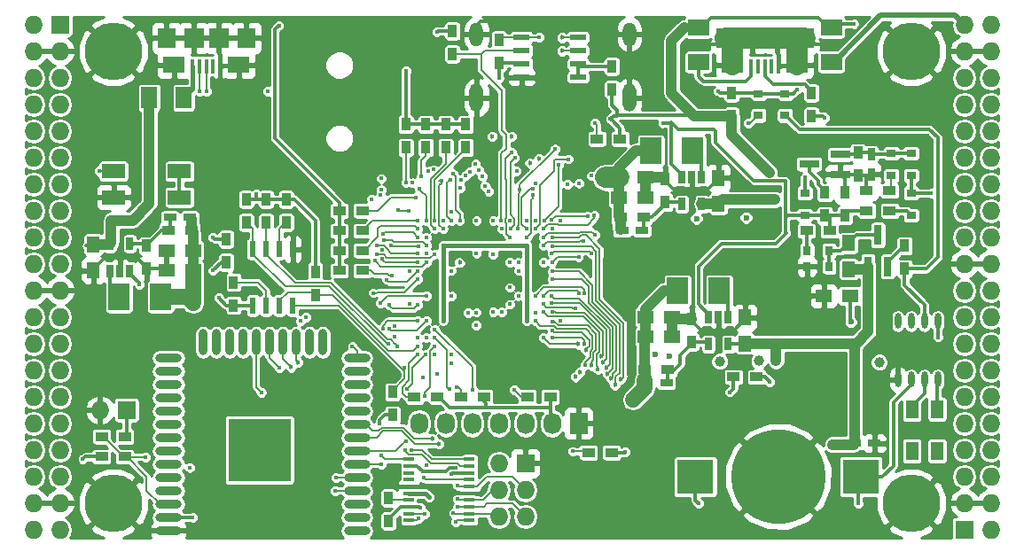
<source format=gbl>
G04 #@! TF.FileFunction,Copper,L4,Bot,Signal*
%FSLAX46Y46*%
G04 Gerber Fmt 4.6, Leading zero omitted, Abs format (unit mm)*
G04 Created by KiCad (PCBNEW 4.0.5+dfsg1-4) date Thu May 18 23:50:24 2017*
%MOMM*%
%LPD*%
G01*
G04 APERTURE LIST*
%ADD10C,0.100000*%
%ADD11R,3.500000X3.300000*%
%ADD12C,9.000000*%
%ADD13R,2.032000X1.524000*%
%ADD14R,2.000000X2.500000*%
%ADD15R,0.700000X1.200000*%
%ADD16R,1.250000X1.500000*%
%ADD17R,1.500000X1.250000*%
%ADD18R,1.524000X2.032000*%
%ADD19O,0.609600X1.473200*%
%ADD20R,0.800000X0.900000*%
%ADD21R,0.900000X0.800000*%
%ADD22R,0.800000X1.900000*%
%ADD23R,1.900000X0.800000*%
%ADD24R,1.200000X0.750000*%
%ADD25R,0.750000X1.200000*%
%ADD26R,1.200000X0.900000*%
%ADD27R,0.900000X1.200000*%
%ADD28O,1.300000X2.700000*%
%ADD29O,1.300000X2.300000*%
%ADD30R,0.600000X1.550000*%
%ADD31R,1.550000X0.600000*%
%ADD32O,2.500000X0.900000*%
%ADD33O,0.900000X2.500000*%
%ADD34R,6.000000X6.000000*%
%ADD35R,1.727200X1.727200*%
%ADD36O,1.727200X1.727200*%
%ADD37C,5.500000*%
%ADD38R,1.000000X0.400000*%
%ADD39R,1.200000X1.800000*%
%ADD40R,2.200000X1.400000*%
%ADD41R,1.727200X2.032000*%
%ADD42O,1.727200X2.032000*%
%ADD43R,2.100000X1.600000*%
%ADD44R,1.900000X1.900000*%
%ADD45R,0.400000X1.350000*%
%ADD46R,1.800000X1.900000*%
%ADD47C,0.400000*%
%ADD48C,0.600000*%
%ADD49C,1.000000*%
%ADD50C,0.454000*%
%ADD51C,0.300000*%
%ADD52C,2.000000*%
%ADD53C,1.000000*%
%ADD54C,0.400000*%
%ADD55C,0.500000*%
%ADD56C,1.500000*%
%ADD57C,0.190000*%
%ADD58C,0.200000*%
%ADD59C,0.254000*%
G04 APERTURE END LIST*
D10*
D11*
X174390000Y-105870000D03*
X158590000Y-105870000D03*
D12*
X166490000Y-105870000D03*
D13*
X171570000Y-62944000D03*
X171570000Y-66246000D03*
D14*
X160870000Y-88090000D03*
X156870000Y-88090000D03*
D15*
X159825000Y-90600000D03*
X160775000Y-90600000D03*
X161725000Y-90600000D03*
X161725000Y-93200000D03*
X159825000Y-93200000D03*
D14*
X158330000Y-74755000D03*
X154330000Y-74755000D03*
D15*
X157285000Y-77235000D03*
X158235000Y-77235000D03*
X159185000Y-77235000D03*
X159185000Y-79835000D03*
X157285000Y-79835000D03*
D14*
X103530000Y-88725000D03*
X107530000Y-88725000D03*
D15*
X104575000Y-86215000D03*
X103625000Y-86215000D03*
X102675000Y-86215000D03*
X102675000Y-83615000D03*
X104575000Y-83615000D03*
D16*
X101085000Y-83665000D03*
X101085000Y-86165000D03*
D17*
X153810000Y-90630000D03*
X156310000Y-90630000D03*
X153810000Y-92535000D03*
X156310000Y-92535000D03*
D16*
X163315000Y-93150000D03*
X163315000Y-90650000D03*
D17*
X151270000Y-79200000D03*
X153770000Y-79200000D03*
X151270000Y-77295000D03*
X153770000Y-77295000D03*
D16*
X160775000Y-79815000D03*
X160775000Y-77315000D03*
D17*
X110590000Y-84280000D03*
X108090000Y-84280000D03*
X110590000Y-86185000D03*
X108090000Y-86185000D03*
D18*
X106419000Y-69675000D03*
X109721000Y-69675000D03*
D13*
X158870000Y-66246000D03*
X158870000Y-62944000D03*
D19*
X181730000Y-96599000D03*
X180460000Y-96599000D03*
X179190000Y-96599000D03*
X177920000Y-96599000D03*
X177920000Y-91011000D03*
X179190000Y-91011000D03*
X180460000Y-91011000D03*
X181730000Y-91011000D03*
D16*
X173221000Y-86038000D03*
X173221000Y-83538000D03*
D20*
X169250000Y-84280000D03*
X171350000Y-84280000D03*
D21*
X179190000Y-80885000D03*
X179190000Y-78785000D03*
X177285000Y-74975000D03*
X177285000Y-77075000D03*
X169030000Y-80885000D03*
X169030000Y-78785000D03*
D22*
X176965000Y-85780000D03*
X175065000Y-85780000D03*
X176015000Y-82780000D03*
D23*
X172435000Y-75075000D03*
X172435000Y-76975000D03*
X169435000Y-76025000D03*
D24*
X153910000Y-96910000D03*
X155810000Y-96910000D03*
X151570000Y-82375000D03*
X153470000Y-82375000D03*
X110290000Y-81105000D03*
X108390000Y-81105000D03*
D25*
X175380000Y-75075000D03*
X175380000Y-76975000D03*
D26*
X169200000Y-82375000D03*
X171400000Y-82375000D03*
D27*
X172840000Y-80935000D03*
X172840000Y-78735000D03*
D26*
X177115000Y-80470000D03*
X174915000Y-80470000D03*
D27*
X174110000Y-74925000D03*
X174110000Y-77125000D03*
X178555000Y-83815000D03*
X178555000Y-86015000D03*
X113785000Y-83180000D03*
X113785000Y-85380000D03*
X170935000Y-80935000D03*
X170935000Y-78735000D03*
X129280000Y-107900000D03*
X129280000Y-110100000D03*
D26*
X150572000Y-103584000D03*
X148372000Y-103584000D03*
X177115000Y-78565000D03*
X174915000Y-78565000D03*
X153760000Y-95640000D03*
X155960000Y-95640000D03*
X110440000Y-82375000D03*
X108240000Y-82375000D03*
X151420000Y-81105000D03*
X153620000Y-81105000D03*
D27*
X158235000Y-90800000D03*
X158235000Y-93000000D03*
X106165000Y-86015000D03*
X106165000Y-83815000D03*
X155695000Y-77465000D03*
X155695000Y-79665000D03*
D26*
X126782000Y-86185000D03*
X124582000Y-86185000D03*
X126782000Y-84279000D03*
X124582000Y-84279000D03*
X126782000Y-82375000D03*
X124582000Y-82375000D03*
X126782000Y-80470000D03*
X124582000Y-80470000D03*
D27*
X130930000Y-74417000D03*
X130930000Y-72217000D03*
X132835000Y-74417000D03*
X132835000Y-72217000D03*
X134740000Y-74417000D03*
X134740000Y-72217000D03*
X136645000Y-74417000D03*
X136645000Y-72217000D03*
D28*
X152280000Y-69650000D03*
X137680000Y-69650000D03*
D29*
X137680000Y-63600000D03*
X152280000Y-63600000D03*
D30*
X116325000Y-84120000D03*
X117595000Y-84120000D03*
X118865000Y-84120000D03*
X120135000Y-84120000D03*
X120135000Y-89520000D03*
X118865000Y-89520000D03*
X117595000Y-89520000D03*
X116325000Y-89520000D03*
D24*
X173795000Y-102695000D03*
X175695000Y-102695000D03*
D31*
X141980000Y-67705000D03*
X141980000Y-66435000D03*
X141980000Y-65165000D03*
X141980000Y-63895000D03*
X147380000Y-63895000D03*
X147380000Y-65165000D03*
X147380000Y-66435000D03*
X147380000Y-67705000D03*
D20*
X171350000Y-85804000D03*
X169250000Y-85804000D03*
D21*
X179190000Y-77075000D03*
X179190000Y-74975000D03*
D32*
X126260434Y-111030338D03*
X126260434Y-109760338D03*
X126260434Y-108490338D03*
X126260434Y-107220338D03*
X126260434Y-105950338D03*
X126260434Y-104680338D03*
X126260434Y-103410338D03*
X126260434Y-102140338D03*
X126260434Y-100870338D03*
X126260434Y-99600338D03*
X126260434Y-98330338D03*
X126260434Y-97060338D03*
X126260434Y-95790338D03*
X126260434Y-94520338D03*
D33*
X122975434Y-93030338D03*
X121705434Y-93030338D03*
X120435434Y-93030338D03*
X119165434Y-93030338D03*
X117895434Y-93030338D03*
X116625434Y-93030338D03*
X115355434Y-93030338D03*
X114085434Y-93030338D03*
X112815434Y-93030338D03*
X111545434Y-93030338D03*
D32*
X108260434Y-94520338D03*
X108260434Y-95790338D03*
X108260434Y-97060338D03*
X108260434Y-98330338D03*
X108260434Y-99600338D03*
X108260434Y-100870338D03*
X108260434Y-102140338D03*
X108260434Y-103410338D03*
X108260434Y-104680338D03*
X108260434Y-105950338D03*
X108260434Y-107220338D03*
X108260434Y-108490338D03*
X108260434Y-109760338D03*
X108260434Y-111030338D03*
D34*
X116960434Y-103330338D03*
D35*
X97910000Y-62690000D03*
D36*
X95370000Y-62690000D03*
X97910000Y-65230000D03*
X95370000Y-65230000D03*
X97910000Y-67770000D03*
X95370000Y-67770000D03*
X97910000Y-70310000D03*
X95370000Y-70310000D03*
X97910000Y-72850000D03*
X95370000Y-72850000D03*
X97910000Y-75390000D03*
X95370000Y-75390000D03*
X97910000Y-77930000D03*
X95370000Y-77930000D03*
X97910000Y-80470000D03*
X95370000Y-80470000D03*
X97910000Y-83010000D03*
X95370000Y-83010000D03*
X97910000Y-85550000D03*
X95370000Y-85550000D03*
X97910000Y-88090000D03*
X95370000Y-88090000D03*
X97910000Y-90630000D03*
X95370000Y-90630000D03*
X97910000Y-93170000D03*
X95370000Y-93170000D03*
X97910000Y-95710000D03*
X95370000Y-95710000D03*
X97910000Y-98250000D03*
X95370000Y-98250000D03*
X97910000Y-100790000D03*
X95370000Y-100790000D03*
X97910000Y-103330000D03*
X95370000Y-103330000D03*
X97910000Y-105870000D03*
X95370000Y-105870000D03*
X97910000Y-108410000D03*
X95370000Y-108410000D03*
X97910000Y-110950000D03*
X95370000Y-110950000D03*
D35*
X184270000Y-110950000D03*
D36*
X186810000Y-110950000D03*
X184270000Y-108410000D03*
X186810000Y-108410000D03*
X184270000Y-105870000D03*
X186810000Y-105870000D03*
X184270000Y-103330000D03*
X186810000Y-103330000D03*
X184270000Y-100790000D03*
X186810000Y-100790000D03*
X184270000Y-98250000D03*
X186810000Y-98250000D03*
X184270000Y-95710000D03*
X186810000Y-95710000D03*
X184270000Y-93170000D03*
X186810000Y-93170000D03*
X184270000Y-90630000D03*
X186810000Y-90630000D03*
X184270000Y-88090000D03*
X186810000Y-88090000D03*
X184270000Y-85550000D03*
X186810000Y-85550000D03*
X184270000Y-83010000D03*
X186810000Y-83010000D03*
X184270000Y-80470000D03*
X186810000Y-80470000D03*
X184270000Y-77930000D03*
X186810000Y-77930000D03*
X184270000Y-75390000D03*
X186810000Y-75390000D03*
X184270000Y-72850000D03*
X186810000Y-72850000D03*
X184270000Y-70310000D03*
X186810000Y-70310000D03*
X184270000Y-67770000D03*
X186810000Y-67770000D03*
X184270000Y-65230000D03*
X186810000Y-65230000D03*
X184270000Y-62690000D03*
X186810000Y-62690000D03*
D37*
X102990000Y-108410000D03*
X179190000Y-108410000D03*
X179190000Y-65230000D03*
X102990000Y-65230000D03*
D21*
X167125000Y-69260000D03*
X167125000Y-71360000D03*
X164585000Y-69260000D03*
X164585000Y-71360000D03*
D27*
X162045000Y-71410000D03*
X162045000Y-69210000D03*
X139820000Y-66330000D03*
X139820000Y-64130000D03*
X135375000Y-63300000D03*
X135375000Y-65500000D03*
X150615000Y-68870000D03*
X150615000Y-66670000D03*
D26*
X151380000Y-73600000D03*
X149180000Y-73600000D03*
D38*
X137005000Y-104215000D03*
X137005000Y-104865000D03*
X137005000Y-105515000D03*
X137005000Y-106165000D03*
X137005000Y-106815000D03*
X137005000Y-107465000D03*
X137005000Y-108115000D03*
X137005000Y-108765000D03*
X137005000Y-109415000D03*
X137005000Y-110065000D03*
X131205000Y-110065000D03*
X131205000Y-109415000D03*
X131205000Y-108765000D03*
X131205000Y-108115000D03*
X131205000Y-107465000D03*
X131205000Y-106815000D03*
X131205000Y-106165000D03*
X131205000Y-105515000D03*
X131205000Y-104865000D03*
X131205000Y-104215000D03*
D27*
X119500000Y-79370000D03*
X119500000Y-81570000D03*
X114480000Y-89500000D03*
X114480000Y-87300000D03*
X129660000Y-99985000D03*
X129660000Y-97785000D03*
X117595000Y-79370000D03*
X117595000Y-81570000D03*
X122280000Y-86300000D03*
X122280000Y-88500000D03*
X115690000Y-79370000D03*
X115690000Y-81570000D03*
D26*
X144730000Y-98250000D03*
X142530000Y-98250000D03*
X138380000Y-98250000D03*
X136180000Y-98250000D03*
X133935000Y-98250000D03*
X131735000Y-98250000D03*
X101890000Y-103965000D03*
X104090000Y-103965000D03*
D39*
X179260000Y-99425000D03*
X179260000Y-103425000D03*
X181660000Y-103425000D03*
X181660000Y-99425000D03*
D40*
X109315000Y-79180000D03*
X103015000Y-79180000D03*
X103015000Y-76680000D03*
X109315000Y-76680000D03*
D35*
X104260000Y-99520000D03*
D36*
X101720000Y-99520000D03*
D41*
X147440000Y-100790000D03*
D42*
X144900000Y-100790000D03*
X142360000Y-100790000D03*
X139820000Y-100790000D03*
X137280000Y-100790000D03*
X134740000Y-100790000D03*
X132200000Y-100790000D03*
D26*
X101890000Y-102060000D03*
X104090000Y-102060000D03*
D43*
X108780000Y-66510000D03*
X114980000Y-66510000D03*
D44*
X110680000Y-63960000D03*
X113080000Y-63960000D03*
D45*
X110580000Y-66635000D03*
X111230000Y-66635000D03*
X111880000Y-66635000D03*
X112530000Y-66635000D03*
X113180000Y-66635000D03*
D46*
X108080000Y-63960000D03*
X115680000Y-63960000D03*
D43*
X162120000Y-66510000D03*
X168320000Y-66510000D03*
D44*
X164020000Y-63960000D03*
X166420000Y-63960000D03*
D45*
X163920000Y-66635000D03*
X164570000Y-66635000D03*
X165220000Y-66635000D03*
X165870000Y-66635000D03*
X166520000Y-66635000D03*
D46*
X161420000Y-63960000D03*
X169020000Y-63960000D03*
D17*
X173330000Y-88600000D03*
X170830000Y-88600000D03*
D26*
X164415000Y-96345000D03*
X162215000Y-96345000D03*
D27*
X169665000Y-69210000D03*
X169665000Y-71410000D03*
D35*
X142360000Y-104600000D03*
D36*
X139820000Y-104600000D03*
X142360000Y-107140000D03*
X139820000Y-107140000D03*
X142360000Y-109680000D03*
X139820000Y-109680000D03*
D47*
X120770000Y-72215000D03*
X133216000Y-109934000D03*
D48*
X161067993Y-81216119D03*
X165056614Y-81112829D03*
D49*
X177293185Y-82218075D03*
X158233687Y-94852616D03*
X162992748Y-94820185D03*
D47*
X147987361Y-72048054D03*
X146472205Y-72119437D03*
X144995724Y-72043543D03*
X143485784Y-72030166D03*
X141993027Y-72056172D03*
D48*
X156280000Y-81210838D03*
D47*
X167276175Y-85638646D03*
X112935911Y-99344089D03*
X131254529Y-86251357D03*
D49*
X159480000Y-64600000D03*
D47*
X140880000Y-81400000D03*
X136085174Y-89394826D03*
X145680000Y-91000000D03*
X135280000Y-80600000D03*
X145680000Y-81400000D03*
X139080000Y-69600000D03*
X120430000Y-97050000D03*
X150080000Y-81600000D03*
X131280000Y-89400000D03*
X133690245Y-94180159D03*
D50*
X139312644Y-91359700D03*
D47*
X140874194Y-91433353D03*
X145680000Y-85422010D03*
X132880424Y-84565132D03*
X144080000Y-84600000D03*
X145680000Y-94200000D03*
X135280000Y-95000000D03*
X135280000Y-94200000D03*
X142480000Y-94200000D03*
X140880000Y-93400000D03*
X139280000Y-93400000D03*
X137680000Y-93400000D03*
X136080000Y-93400000D03*
X136880000Y-92600000D03*
X135280000Y-92600000D03*
X132880000Y-91800000D03*
X132880000Y-93400000D03*
X132880000Y-82200000D03*
D50*
X141042859Y-86994997D03*
X139280000Y-87000000D03*
X136110990Y-86995403D03*
X139280000Y-88600000D03*
X137680000Y-87000000D03*
X136080000Y-84600000D03*
D47*
X133157010Y-107839890D03*
D49*
X166193920Y-79388894D03*
X165656988Y-76826063D03*
X102731849Y-83486234D03*
X171691460Y-102804953D03*
D47*
X150457224Y-71672365D03*
X173680000Y-62600000D03*
D49*
X166280000Y-94800000D03*
D47*
X116638639Y-78850286D03*
X109315000Y-77930000D03*
D48*
X163422030Y-81120665D03*
X173423383Y-91076878D03*
D49*
X176134461Y-94945539D03*
D48*
X154726292Y-94171363D03*
X156077107Y-94380779D03*
D49*
X160908408Y-94850523D03*
D48*
X158680000Y-81210838D03*
D47*
X170935000Y-71580000D03*
X181730000Y-92550000D03*
X112515000Y-83010000D03*
X165680000Y-96800000D03*
X133880000Y-63400000D03*
X148639876Y-77124934D03*
X181065000Y-78785000D03*
X128441330Y-100795881D03*
X110529662Y-109760338D03*
X110280000Y-105000000D03*
X100080000Y-104200000D03*
X113080000Y-88800000D03*
X139820000Y-67770000D03*
D49*
X164653770Y-94825547D03*
X149710735Y-77289735D03*
D47*
X137665894Y-91402446D03*
X135273306Y-88618602D03*
X139272517Y-84611349D03*
X137680556Y-84534085D03*
X141680000Y-86200000D03*
X135280000Y-86200000D03*
X132880000Y-92600000D03*
X132080000Y-92600000D03*
X141680000Y-88600000D03*
X141680000Y-85400000D03*
D49*
X152621047Y-98519969D03*
D47*
X136885174Y-90194826D03*
X140094890Y-90122990D03*
X139280000Y-90122990D03*
X140880000Y-89400000D03*
X137680000Y-90172990D03*
X140880000Y-87800000D03*
X140880000Y-85400000D03*
D50*
X136080000Y-85400000D03*
D47*
X129842442Y-91487871D03*
X121408624Y-90632457D03*
X129838418Y-92539772D03*
X120880000Y-91000000D03*
D49*
X110617371Y-89287199D03*
D47*
X142480000Y-91000000D03*
X142480000Y-83800000D03*
X134480000Y-83800000D03*
X134480000Y-91000000D03*
X105462439Y-87482966D03*
X155480000Y-72078965D03*
X117749531Y-69040000D03*
X174110000Y-108410000D03*
X158870000Y-108410000D03*
X135884156Y-106696010D03*
X137288700Y-97538741D03*
X133680000Y-91800000D03*
D50*
X134074414Y-102752225D03*
D47*
X135085458Y-97531790D03*
X135855186Y-108022639D03*
D50*
X133449289Y-102232615D03*
D47*
X133680000Y-92600000D03*
X132752670Y-98178920D03*
X128610113Y-104714568D03*
X132918584Y-104800000D03*
X135853254Y-108792386D03*
X133685668Y-93402482D03*
X130914528Y-102469652D03*
X131039363Y-97487286D03*
X135471949Y-109365878D03*
X132846234Y-94197073D03*
X118810854Y-62760893D03*
X130927442Y-67119621D03*
D50*
X145851858Y-65189228D03*
D47*
X148991194Y-72093683D03*
D50*
X145873729Y-63920849D03*
D47*
X143680000Y-63900000D03*
X140035989Y-81400000D03*
X129095296Y-87048250D03*
X132077895Y-86214963D03*
X117121665Y-97817265D03*
X118843798Y-95498222D03*
D50*
X119978162Y-95412951D03*
X120634035Y-94977604D03*
D47*
X168319170Y-68882010D03*
X160775000Y-69040000D03*
X147480000Y-77822010D03*
X146387166Y-77918991D03*
X131453853Y-103296209D03*
D50*
X148653935Y-95239949D03*
D47*
X144885216Y-91021238D03*
D50*
X149619858Y-94378867D03*
D47*
X144885689Y-90132858D03*
D50*
X150895161Y-97104924D03*
D47*
X144890381Y-83866022D03*
D50*
X151426924Y-96584651D03*
D47*
X144894101Y-83022010D03*
D50*
X150518912Y-96497510D03*
D47*
X144901285Y-86268736D03*
D50*
X150197861Y-96013257D03*
D47*
X144888562Y-86993817D03*
D50*
X150072035Y-95446034D03*
D47*
X144877648Y-88622010D03*
D50*
X149779241Y-94944191D03*
D47*
X144869421Y-89288847D03*
D50*
X148110244Y-93760618D03*
D47*
X144882782Y-91877646D03*
D50*
X147402091Y-93209005D03*
D47*
X144080000Y-92600000D03*
D50*
X147982902Y-93193733D03*
D47*
X144882352Y-92577990D03*
X130807074Y-95454141D03*
X130124012Y-93413277D03*
X132080000Y-93400000D03*
X129279152Y-93216670D03*
X133919980Y-96038729D03*
X141280000Y-97600000D03*
X132572818Y-96383863D03*
X135770000Y-97338127D03*
X132080000Y-94200000D03*
X128645750Y-84222251D03*
X106080000Y-104000000D03*
X129334585Y-89482640D03*
X132080000Y-89444020D03*
X130839486Y-103354982D03*
X128602801Y-103872537D03*
X132656192Y-105976192D03*
X128490573Y-89279880D03*
X132880000Y-88600000D03*
X127816438Y-88312067D03*
X124253981Y-105982535D03*
X132080000Y-87000000D03*
X125827283Y-93452662D03*
X124202418Y-107207639D03*
D50*
X139185419Y-73378045D03*
X141029139Y-73391006D03*
X143625670Y-75521246D03*
X142775852Y-75939146D03*
D47*
X132150284Y-109889120D03*
X111880000Y-69040000D03*
X132748035Y-109420684D03*
X111230000Y-69025000D03*
X135158117Y-77502884D03*
X135274882Y-81390604D03*
X134546021Y-81390604D03*
X133091535Y-76687359D03*
X133595078Y-76531839D03*
X128595255Y-77377807D03*
X127643658Y-79355564D03*
X128515897Y-78994176D03*
X128569727Y-78469921D03*
X131565025Y-77790995D03*
X132210454Y-78375833D03*
X132857990Y-81390526D03*
X128759841Y-82710093D03*
X132084821Y-82977990D03*
X128861437Y-83258636D03*
X132886504Y-83777990D03*
X129500613Y-83777990D03*
X132117443Y-83866021D03*
X128148484Y-83767060D03*
X132079996Y-84503337D03*
X128123478Y-84637835D03*
X133671942Y-84595200D03*
X127946860Y-85226552D03*
X132875802Y-85421990D03*
D50*
X147140083Y-96339917D03*
X147534467Y-95913260D03*
D47*
X148074116Y-95229326D03*
X143280000Y-91000000D03*
X149207706Y-95605291D03*
X144082424Y-90132858D03*
X147125926Y-89802879D03*
X144035793Y-89397606D03*
X143281824Y-90201951D03*
X144080517Y-85397219D03*
X147422472Y-84858593D03*
X144886544Y-85385186D03*
X148975652Y-82755341D03*
X144080000Y-83000000D03*
X144885092Y-82177990D03*
X147470668Y-88324835D03*
X144082832Y-88584510D03*
X147997681Y-88324844D03*
X143278026Y-88595030D03*
X148935852Y-80899014D03*
X144076901Y-82186448D03*
X148337768Y-80975785D03*
X144866392Y-81333979D03*
X139280000Y-81400000D03*
X138857381Y-78600803D03*
X138474753Y-78117762D03*
X138223359Y-77164182D03*
X137589337Y-75974186D03*
X137906348Y-76577236D03*
X137680000Y-81400000D03*
X137023753Y-76742518D03*
X136645199Y-77109176D03*
X136170384Y-77530992D03*
X136102010Y-78268593D03*
X135473781Y-76949230D03*
X136080000Y-81400000D03*
X148668800Y-84550385D03*
X144877691Y-84532933D03*
X147894174Y-83335809D03*
X144080000Y-83800000D03*
X143020312Y-78979262D03*
X142473549Y-82998913D03*
X143087229Y-78375187D03*
X142457990Y-82191394D03*
X145494012Y-76055333D03*
X144146021Y-81374784D03*
X143323210Y-77837480D03*
X146456648Y-75528334D03*
X143302010Y-82194992D03*
X143302010Y-81381735D03*
X145172870Y-74577299D03*
X141820108Y-78446944D03*
X141657990Y-82130345D03*
X142457990Y-81382236D03*
X140080000Y-82200000D03*
X141499915Y-76647924D03*
X141046643Y-74873804D03*
X140864029Y-83041403D03*
X140924011Y-82179283D03*
X141329877Y-75415642D03*
X129599528Y-86644074D03*
X132880000Y-83000000D03*
X132080000Y-82177990D03*
X132080000Y-81400000D03*
X131880000Y-79200000D03*
X130919839Y-77742623D03*
X132397609Y-77214811D03*
X133680000Y-82200000D03*
X133702010Y-81400000D03*
X129306502Y-91735782D03*
X132880000Y-91000000D03*
X128743234Y-91729555D03*
X132077648Y-90977990D03*
X130173445Y-80398223D03*
X131180000Y-80500000D03*
X128664038Y-85066262D03*
X132079620Y-85370951D03*
X163632576Y-72096470D03*
X134314106Y-77564232D03*
X134480000Y-82200000D03*
X135680000Y-110200000D03*
X146844288Y-103452739D03*
X132540000Y-105400000D03*
X135680000Y-105037990D03*
X132280000Y-108800000D03*
X135248000Y-105616000D03*
X101631196Y-76659251D03*
X112515000Y-86185000D03*
X161880000Y-97800000D03*
X151896383Y-103510715D03*
X169030000Y-77295000D03*
D51*
X167441529Y-85804000D02*
X167276175Y-85638646D01*
X169250000Y-85804000D02*
X167441529Y-85804000D01*
X139080000Y-69600000D02*
X137730000Y-69600000D01*
X137730000Y-69600000D02*
X137680000Y-69650000D01*
X150130000Y-62400000D02*
X151330000Y-63600000D01*
X151330000Y-63600000D02*
X152280000Y-63600000D01*
X138080000Y-62400000D02*
X150130000Y-62400000D01*
X137680000Y-62800000D02*
X138080000Y-62400000D01*
X137680000Y-63600000D02*
X137680000Y-62800000D01*
X137680000Y-63600000D02*
X137680000Y-63000000D01*
X166520000Y-66635000D02*
X168195000Y-66635000D01*
X168195000Y-66635000D02*
X168320000Y-66510000D01*
X134345000Y-107465000D02*
X133695000Y-106815000D01*
X133695000Y-106815000D02*
X131205000Y-106815000D01*
X137005000Y-107465000D02*
X134345000Y-107465000D01*
X170080000Y-64600000D02*
X170680000Y-64600000D01*
X169020000Y-63960000D02*
X169440000Y-63960000D01*
X169440000Y-63960000D02*
X170080000Y-64600000D01*
X169020000Y-63960000D02*
X169240000Y-63960000D01*
X160480000Y-64600000D02*
X159480000Y-64600000D01*
X161120000Y-63960000D02*
X160480000Y-64600000D01*
X161420000Y-63960000D02*
X161120000Y-63960000D01*
X169240000Y-63960000D02*
X169880000Y-64600000D01*
D52*
X161420000Y-63960000D02*
X169020000Y-63960000D01*
X162120000Y-66510000D02*
X162120000Y-64660000D01*
D51*
X162120000Y-64660000D02*
X161420000Y-63960000D01*
D52*
X168320000Y-66510000D02*
X168320000Y-64660000D01*
D51*
X168320000Y-64660000D02*
X169020000Y-63960000D01*
X102210000Y-84915000D02*
X103625000Y-84915000D01*
X103625000Y-84915000D02*
X105215000Y-84915000D01*
X103625000Y-86215000D02*
X103625000Y-84915000D01*
X105215000Y-84915000D02*
X106165000Y-85865000D01*
X106165000Y-85865000D02*
X106165000Y-86015000D01*
X101085000Y-86165000D02*
X101085000Y-86040000D01*
X101085000Y-86040000D02*
X102210000Y-84915000D01*
X106165000Y-86015000D02*
X107920000Y-86015000D01*
X107920000Y-86015000D02*
X108090000Y-86185000D01*
X139085645Y-91132701D02*
X139312644Y-91359700D01*
X138480000Y-89400000D02*
X138480000Y-90527056D01*
X139280000Y-88600000D02*
X138480000Y-89400000D01*
X138480000Y-90527056D02*
X139085645Y-91132701D01*
D53*
X153770000Y-77295000D02*
X155525000Y-77295000D01*
D51*
X155525000Y-77295000D02*
X155695000Y-77465000D01*
D53*
X153770000Y-79200000D02*
X153770000Y-77295000D01*
D51*
X174110000Y-77125000D02*
X174745000Y-77125000D01*
X174745000Y-77125000D02*
X175230000Y-77125000D01*
X174915000Y-78565000D02*
X174915000Y-77295000D01*
X174915000Y-77295000D02*
X174745000Y-77125000D01*
X172840000Y-78735000D02*
X172840000Y-77380000D01*
X172840000Y-77380000D02*
X172435000Y-76975000D01*
X175230000Y-77125000D02*
X175380000Y-76975000D01*
X172435000Y-76975000D02*
X173960000Y-76975000D01*
X173960000Y-76975000D02*
X174110000Y-77125000D01*
X137680000Y-86200000D02*
X137680000Y-86600000D01*
X136080000Y-84600000D02*
X137680000Y-86200000D01*
X159850000Y-78365000D02*
X158235000Y-78365000D01*
X158235000Y-78365000D02*
X156445000Y-78365000D01*
X158235000Y-77235000D02*
X158235000Y-78365000D01*
X160775000Y-77315000D02*
X160775000Y-77440000D01*
X160775000Y-77440000D02*
X159850000Y-78365000D01*
X156445000Y-78365000D02*
X155695000Y-77615000D01*
X155695000Y-77615000D02*
X155695000Y-77465000D01*
D53*
X156310000Y-90630000D02*
X156310000Y-92535000D01*
X158235000Y-90800000D02*
X156480000Y-90800000D01*
D51*
X156480000Y-90800000D02*
X156310000Y-90630000D01*
X163315000Y-90650000D02*
X163315000Y-90834602D01*
X163315000Y-90834602D02*
X162249602Y-91900000D01*
X162249602Y-91900000D02*
X160775000Y-91900000D01*
X101085000Y-86165000D02*
X101085000Y-85929893D01*
X106165000Y-85944374D02*
X106165000Y-86015000D01*
X159185000Y-91900000D02*
X160775000Y-91900000D01*
X160775000Y-90600000D02*
X160775000Y-91900000D01*
X158235000Y-90800000D02*
X158235000Y-90950000D01*
X158235000Y-90950000D02*
X159185000Y-91900000D01*
X108090000Y-84280000D02*
X108090000Y-86185000D01*
X107625000Y-84745000D02*
X108090000Y-84280000D01*
X108070000Y-84260000D02*
X108090000Y-84280000D01*
X141037856Y-87000000D02*
X141042859Y-86994997D01*
X139280000Y-87000000D02*
X141037856Y-87000000D01*
X136432016Y-86995403D02*
X136110990Y-86995403D01*
X137284597Y-86995403D02*
X136432016Y-86995403D01*
X137680000Y-86600000D02*
X137284597Y-86995403D01*
X137680000Y-86600000D02*
X137680000Y-87000000D01*
D53*
X106419000Y-69929000D02*
X106407114Y-69940886D01*
X102769569Y-81375780D02*
X102769569Y-83448514D01*
X102769569Y-83448514D02*
X102731849Y-83486234D01*
X106407114Y-69940886D02*
X106407114Y-79810969D01*
X106407114Y-79810969D02*
X104842303Y-81375780D01*
X104842303Y-81375780D02*
X102769569Y-81375780D01*
D54*
X132957011Y-107639891D02*
X133157010Y-107839890D01*
X131205000Y-107465000D02*
X132782120Y-107465000D01*
X132782120Y-107465000D02*
X132957011Y-107639891D01*
D53*
X165486814Y-79388894D02*
X166193920Y-79388894D01*
X160790000Y-79800000D02*
X161201106Y-79388894D01*
X161201106Y-79388894D02*
X165486814Y-79388894D01*
X165156989Y-76326064D02*
X165656988Y-76826063D01*
X162045000Y-73214075D02*
X165156989Y-76326064D01*
X162045000Y-71410000D02*
X162045000Y-73214075D01*
D51*
X102553083Y-83665000D02*
X102731849Y-83486234D01*
X101085000Y-83665000D02*
X102553083Y-83665000D01*
D53*
X172398566Y-102804953D02*
X171691460Y-102804953D01*
X173685047Y-102804953D02*
X172398566Y-102804953D01*
X173690000Y-102800000D02*
X173685047Y-102804953D01*
D51*
X151080000Y-71400000D02*
X150729589Y-71400000D01*
X151380000Y-72595141D02*
X150657223Y-71872364D01*
X151380000Y-73600000D02*
X151380000Y-72595141D01*
X150729589Y-71400000D02*
X150657223Y-71472366D01*
X150657223Y-71472366D02*
X150457224Y-71672365D01*
X150657223Y-71872364D02*
X150457224Y-71672365D01*
X151164012Y-71315988D02*
X158407951Y-71315988D01*
X151080000Y-71400000D02*
X151164012Y-71315988D01*
X158407951Y-71315988D02*
X158501963Y-71410000D01*
X158870000Y-62944000D02*
X157554000Y-62944000D01*
D53*
X157554000Y-62944000D02*
X156306476Y-64191524D01*
X156306476Y-64191524D02*
X156306476Y-69214513D01*
X156306476Y-69214513D02*
X158501963Y-71410000D01*
X158501963Y-71410000D02*
X162045000Y-71410000D01*
D51*
X106419000Y-69675000D02*
X106419000Y-69929000D01*
X100572432Y-83665000D02*
X100424079Y-83813353D01*
X101085000Y-83665000D02*
X100572432Y-83665000D01*
X173680000Y-62600000D02*
X171914000Y-62600000D01*
X171914000Y-62600000D02*
X171570000Y-62944000D01*
X171570000Y-62944000D02*
X171224000Y-62944000D01*
X171224000Y-62944000D02*
X170280000Y-62000000D01*
X159136000Y-62944000D02*
X158870000Y-62944000D01*
X170280000Y-62000000D02*
X160080000Y-62000000D01*
X160080000Y-62000000D02*
X159136000Y-62944000D01*
X160790000Y-79800000D02*
X160775000Y-79815000D01*
D53*
X166280000Y-93150000D02*
X173930000Y-93150000D01*
X163315000Y-93150000D02*
X166280000Y-93150000D01*
X166280000Y-93150000D02*
X166280000Y-94800000D01*
X173795000Y-102695000D02*
X173795000Y-93285000D01*
D51*
X173795000Y-93285000D02*
X173930000Y-93150000D01*
X160775000Y-79940000D02*
X160775000Y-79815000D01*
D53*
X175065000Y-92015000D02*
X175065000Y-85780000D01*
X173930000Y-93150000D02*
X175065000Y-92015000D01*
D51*
X164925000Y-93150000D02*
X164240000Y-93150000D01*
X164240000Y-93150000D02*
X163315000Y-93150000D01*
X173690000Y-102800000D02*
X173795000Y-102695000D01*
X101085000Y-83665000D02*
X101085000Y-83790000D01*
X151080000Y-71400000D02*
X151080000Y-70838120D01*
X151080000Y-70838120D02*
X150615000Y-70373120D01*
X150615000Y-70373120D02*
X150615000Y-69995990D01*
X150615000Y-69995990D02*
X150615000Y-68870000D01*
D53*
X159185000Y-79835000D02*
X160755000Y-79835000D01*
D51*
X160755000Y-79835000D02*
X160775000Y-79815000D01*
X161725000Y-93200000D02*
X163265000Y-93200000D01*
X163265000Y-93200000D02*
X163315000Y-93150000D01*
D53*
X173221000Y-86038000D02*
X174807000Y-86038000D01*
D51*
X174807000Y-86038000D02*
X175065000Y-85780000D01*
D53*
X101085000Y-83665000D02*
X102625000Y-83665000D01*
D51*
X102625000Y-83665000D02*
X102675000Y-83615000D01*
X171570000Y-66246000D02*
X171824000Y-66246000D01*
D55*
X171824000Y-66246000D02*
X176270000Y-61800000D01*
X176270000Y-61800000D02*
X183380000Y-61800000D01*
X183380000Y-61800000D02*
X184270000Y-62690000D01*
D51*
X116638639Y-79133128D02*
X116638639Y-78850286D01*
X116638639Y-79171361D02*
X116638639Y-79133128D01*
X115690000Y-79370000D02*
X116440000Y-79370000D01*
X116440000Y-79370000D02*
X116638639Y-79171361D01*
X109315000Y-77930000D02*
X109315000Y-79180000D01*
X109315000Y-76680000D02*
X109315000Y-77930000D01*
X138380000Y-98250000D02*
X138380000Y-98686358D01*
X138380000Y-98686358D02*
X138550000Y-98856358D01*
X138550000Y-98856358D02*
X138550000Y-99266000D01*
X135101000Y-99266000D02*
X138550000Y-99266000D01*
X138550000Y-99266000D02*
X144730000Y-99266000D01*
X144730000Y-98250000D02*
X144730000Y-99266000D01*
X144730000Y-99266000D02*
X144730000Y-99400000D01*
X133935000Y-98250000D02*
X134085000Y-98250000D01*
X134085000Y-98250000D02*
X135101000Y-99266000D01*
X173330000Y-88600000D02*
X173330000Y-90983495D01*
X173330000Y-90983495D02*
X173423383Y-91076878D01*
X170765000Y-71410000D02*
X170935000Y-71580000D01*
X169665000Y-71410000D02*
X170765000Y-71410000D01*
X181730000Y-91011000D02*
X181730000Y-92550000D01*
X144730000Y-99400000D02*
X144730000Y-100620000D01*
X164415000Y-96345000D02*
X165225000Y-96345000D01*
X165225000Y-96345000D02*
X165680000Y-96800000D01*
X113785000Y-83180000D02*
X112685000Y-83180000D01*
X112685000Y-83180000D02*
X112515000Y-83010000D01*
X133980000Y-63300000D02*
X133880000Y-63400000D01*
X135375000Y-63300000D02*
X133980000Y-63300000D01*
X122280000Y-86300000D02*
X122280000Y-81400000D01*
X122280000Y-81400000D02*
X120250000Y-79370000D01*
X120250000Y-79370000D02*
X119500000Y-79370000D01*
X179190000Y-78785000D02*
X181065000Y-78785000D01*
X128441330Y-100513039D02*
X128441330Y-100795881D01*
X128441330Y-100453670D02*
X128441330Y-100513039D01*
X129660000Y-99985000D02*
X128910000Y-99985000D01*
X128910000Y-99985000D02*
X128441330Y-100453670D01*
X108260434Y-109760338D02*
X110529662Y-109760338D01*
X179190000Y-77075000D02*
X179190000Y-78785000D01*
X100315000Y-103965000D02*
X100080000Y-104200000D01*
X101890000Y-103965000D02*
X100315000Y-103965000D01*
X117595000Y-79370000D02*
X119500000Y-79370000D01*
X115690000Y-79370000D02*
X117595000Y-79370000D01*
X114480000Y-89500000D02*
X113780000Y-89500000D01*
X113780000Y-89500000D02*
X113080000Y-88800000D01*
X114480000Y-89500000D02*
X116305000Y-89500000D01*
X116305000Y-89500000D02*
X116325000Y-89520000D01*
X144900000Y-98250000D02*
X144730000Y-98250000D01*
X138380000Y-98250000D02*
X138530000Y-98250000D01*
X144730000Y-100620000D02*
X144900000Y-100790000D01*
X135325000Y-63350000D02*
X135375000Y-63300000D01*
X139820000Y-66330000D02*
X141875000Y-66330000D01*
X141875000Y-66330000D02*
X141980000Y-66435000D01*
X139820000Y-66330000D02*
X139820000Y-67770000D01*
D53*
X151270000Y-77295000D02*
X151264735Y-77289735D01*
D52*
X151264735Y-77289735D02*
X149993577Y-77289735D01*
D53*
X149993577Y-77289735D02*
X149710735Y-77289735D01*
X151270000Y-77295000D02*
X151270000Y-76370000D01*
D51*
X152885000Y-74755000D02*
X153030000Y-74755000D01*
D53*
X151270000Y-76370000D02*
X152885000Y-74755000D01*
X153030000Y-74755000D02*
X154330000Y-74755000D01*
X151420000Y-81105000D02*
X151420000Y-82225000D01*
D51*
X151420000Y-82225000D02*
X151570000Y-82375000D01*
D53*
X151270000Y-79200000D02*
X151270000Y-80955000D01*
D51*
X151270000Y-80955000D02*
X151420000Y-81105000D01*
D53*
X151270000Y-77295000D02*
X151270000Y-79200000D01*
D51*
X151790000Y-76775000D02*
X151270000Y-77295000D01*
X160870000Y-88090000D02*
X161725000Y-88945000D01*
X161725000Y-88945000D02*
X161725000Y-90600000D01*
X159185000Y-77235000D02*
X159185000Y-75610000D01*
X159185000Y-75610000D02*
X158330000Y-74755000D01*
D53*
X153701005Y-95301005D02*
X153810000Y-95410000D01*
X153701005Y-92643995D02*
X153701005Y-95301005D01*
X153810000Y-92535000D02*
X153701005Y-92643995D01*
D51*
X153810000Y-95410000D02*
X154110000Y-95710000D01*
X154110000Y-95710000D02*
X154110000Y-96385000D01*
D56*
X153121046Y-98019970D02*
X152621047Y-98519969D01*
X153733519Y-97407497D02*
X153121046Y-98019970D01*
X153733519Y-96686345D02*
X153733519Y-97407497D01*
D53*
X156870000Y-88090000D02*
X155570000Y-88090000D01*
X155570000Y-88090000D02*
X153810000Y-89850000D01*
X153810000Y-89850000D02*
X153810000Y-90630000D01*
X153810000Y-92535000D02*
X153810000Y-90630000D01*
D51*
X153695000Y-90515000D02*
X153810000Y-90630000D01*
X156010000Y-95710000D02*
X156524914Y-95710000D01*
X156524914Y-95710000D02*
X157145126Y-95089788D01*
X157145126Y-95089788D02*
X157145126Y-94239874D01*
X157145126Y-94239874D02*
X158235000Y-93150000D01*
X158235000Y-93150000D02*
X158235000Y-93000000D01*
X155960000Y-95640000D02*
X155960000Y-96760000D01*
X155960000Y-96760000D02*
X155810000Y-96910000D01*
X158235000Y-93000000D02*
X159625000Y-93000000D01*
X159625000Y-93000000D02*
X159825000Y-93200000D01*
D56*
X110055172Y-88725000D02*
X107530000Y-88725000D01*
X110617371Y-89287199D02*
X110055172Y-88725000D01*
D51*
X110590000Y-89259828D02*
X110617371Y-89287199D01*
D56*
X110590000Y-86185000D02*
X110590000Y-89259828D01*
D54*
X142480000Y-83800000D02*
X142480000Y-91000000D01*
X134480000Y-83800000D02*
X142480000Y-83800000D01*
X134480000Y-91000000D02*
X134480000Y-83800000D01*
D53*
X110440000Y-82375000D02*
X110440000Y-81255000D01*
D51*
X110440000Y-81255000D02*
X110290000Y-81105000D01*
D53*
X110590000Y-84280000D02*
X110590000Y-82525000D01*
D51*
X110590000Y-82525000D02*
X110440000Y-82375000D01*
D53*
X110590000Y-86185000D02*
X110590000Y-84280000D01*
D51*
X110070000Y-86705000D02*
X110590000Y-86185000D01*
X102675000Y-86215000D02*
X102675000Y-87870000D01*
X102675000Y-87870000D02*
X103530000Y-88725000D01*
X105462439Y-87352439D02*
X105462439Y-87482966D01*
X104575000Y-86465000D02*
X105462439Y-87352439D01*
X104575000Y-86215000D02*
X104575000Y-86465000D01*
X164136686Y-77603073D02*
X167183550Y-77603073D01*
X160459361Y-72850000D02*
X160459361Y-73925748D01*
X160290639Y-72681278D02*
X160459361Y-72850000D01*
X156961278Y-72681278D02*
X160290639Y-72681278D01*
X156280000Y-72000000D02*
X156961278Y-72681278D01*
X167183550Y-77603073D02*
X167183550Y-81105000D01*
X160459361Y-73925748D02*
X164136686Y-77603073D01*
X156280000Y-72000000D02*
X156201035Y-72078965D01*
X156201035Y-72078965D02*
X155762842Y-72078965D01*
X155762842Y-72078965D02*
X155480000Y-72078965D01*
X167183550Y-81105000D02*
X167183550Y-82518550D01*
X169030000Y-80885000D02*
X167403550Y-80885000D01*
X167403550Y-80885000D02*
X167183550Y-81105000D01*
X166265000Y-83600000D02*
X167265000Y-82600000D01*
X167183550Y-82518550D02*
X167265000Y-82600000D01*
X156280000Y-75980000D02*
X156280000Y-72000000D01*
X157285000Y-77235000D02*
X157285000Y-76985000D01*
X157285000Y-76985000D02*
X156280000Y-75980000D01*
X159825000Y-90600000D02*
X159825000Y-90345000D01*
X159825000Y-90345000D02*
X158880000Y-89400000D01*
X158880000Y-89400000D02*
X158880000Y-85800000D01*
X158880000Y-85800000D02*
X161080000Y-83600000D01*
X161080000Y-83600000D02*
X166265000Y-83600000D01*
X168980000Y-80885000D02*
X169030000Y-80885000D01*
X169030000Y-80885000D02*
X170885000Y-80885000D01*
X170885000Y-80885000D02*
X170935000Y-80935000D01*
X170935000Y-80935000D02*
X171570000Y-80935000D01*
X171570000Y-80935000D02*
X172840000Y-80935000D01*
X171400000Y-82375000D02*
X171400000Y-81105000D01*
X171400000Y-81105000D02*
X171570000Y-80935000D01*
X174915000Y-80470000D02*
X173305000Y-80470000D01*
X173305000Y-80470000D02*
X172840000Y-80935000D01*
X153620000Y-81105000D02*
X154432087Y-81105000D01*
X154432087Y-81105000D02*
X155695000Y-79842087D01*
X155695000Y-79842087D02*
X155695000Y-79665000D01*
X153620000Y-81105000D02*
X153620000Y-82225000D01*
X153620000Y-82225000D02*
X153470000Y-82375000D01*
X155695000Y-79665000D02*
X157115000Y-79665000D01*
X157115000Y-79665000D02*
X157285000Y-79835000D01*
X155525000Y-79835000D02*
X155695000Y-79665000D01*
X108240000Y-82375000D02*
X107605000Y-82375000D01*
X107605000Y-82375000D02*
X106165000Y-83815000D01*
X104575000Y-83615000D02*
X105965000Y-83615000D01*
X105965000Y-83615000D02*
X106165000Y-83815000D01*
X104775000Y-83815000D02*
X104575000Y-83615000D01*
X108070000Y-82545000D02*
X108240000Y-82375000D01*
X108390000Y-81105000D02*
X108390000Y-82225000D01*
X108390000Y-82225000D02*
X108240000Y-82375000D01*
X163920000Y-66635000D02*
X163920000Y-67587717D01*
X163920000Y-67587717D02*
X163418882Y-68088835D01*
X163418882Y-68088835D02*
X159332837Y-68088835D01*
X159332837Y-68088835D02*
X158870000Y-67625998D01*
X158870000Y-67625998D02*
X158870000Y-66246000D01*
X174110000Y-108410000D02*
X174110000Y-106150000D01*
X174110000Y-106150000D02*
X174390000Y-105870000D01*
X158590000Y-108130000D02*
X158870000Y-108410000D01*
X158590000Y-105870000D02*
X158590000Y-108130000D01*
X177480000Y-104830000D02*
X177480000Y-98740800D01*
X177480000Y-98740800D02*
X179190000Y-97030800D01*
X179190000Y-97030800D02*
X179190000Y-96599000D01*
X174390000Y-105870000D02*
X176440000Y-105870000D01*
X176440000Y-105870000D02*
X177480000Y-104830000D01*
D57*
X137005000Y-106815000D02*
X137695000Y-106815000D01*
X137695000Y-106815000D02*
X138636731Y-105873269D01*
X138636731Y-105873269D02*
X141093269Y-105873269D01*
X141093269Y-105873269D02*
X142360000Y-107140000D01*
X131793914Y-102752225D02*
X133753388Y-102752225D01*
X130542027Y-101500338D02*
X131793914Y-102752225D01*
X128791195Y-101500338D02*
X130542027Y-101500338D01*
X128151195Y-102140338D02*
X128791195Y-101500338D01*
X133753388Y-102752225D02*
X134074414Y-102752225D01*
X126260434Y-102140338D02*
X128151195Y-102140338D01*
X136003146Y-106815000D02*
X135884156Y-106696010D01*
X137005000Y-106815000D02*
X136003146Y-106815000D01*
X137288700Y-97255899D02*
X137288700Y-97538741D01*
X137288700Y-95408700D02*
X137288700Y-97255899D01*
X133680000Y-91800000D02*
X137288700Y-95408700D01*
X137005000Y-108115000D02*
X138298299Y-108115000D01*
X138298299Y-108115000D02*
X139273299Y-107140000D01*
X139273299Y-107140000D02*
X139820000Y-107140000D01*
X126260434Y-100870338D02*
X127060434Y-100870338D01*
X133128263Y-102232615D02*
X133449289Y-102232615D01*
X128662889Y-101180323D02*
X130670332Y-101180323D01*
X131722624Y-102232615D02*
X133128263Y-102232615D01*
X128332874Y-101510338D02*
X128662889Y-101180323D01*
X127060434Y-100870338D02*
X127700434Y-101510338D01*
X127700434Y-101510338D02*
X128332874Y-101510338D01*
X130670332Y-101180323D02*
X131722624Y-102232615D01*
X134856098Y-97302430D02*
X134885459Y-97331791D01*
X134856098Y-93776098D02*
X134856098Y-97302430D01*
X133680000Y-92600000D02*
X134856098Y-93776098D01*
X134885459Y-97331791D02*
X135085458Y-97531790D01*
X137005000Y-108115000D02*
X135947547Y-108115000D01*
X135947547Y-108115000D02*
X135855186Y-108022639D01*
X137005000Y-108765000D02*
X138363482Y-108765000D01*
X138363482Y-108765000D02*
X138696143Y-108432339D01*
X138696143Y-108432339D02*
X141112339Y-108432339D01*
X141112339Y-108432339D02*
X141496401Y-108816401D01*
X141496401Y-108816401D02*
X142360000Y-109680000D01*
X133268244Y-97295512D02*
X132752670Y-97811086D01*
X133268244Y-93819906D02*
X133268244Y-97295512D01*
X133685668Y-93402482D02*
X133268244Y-93819906D01*
X132752670Y-97811086D02*
X132752670Y-97896078D01*
X132752670Y-97896078D02*
X132752670Y-98178920D01*
X128575883Y-104680338D02*
X128610113Y-104714568D01*
X126260434Y-104680338D02*
X128575883Y-104680338D01*
X137005000Y-108765000D02*
X135880640Y-108765000D01*
X135880640Y-108765000D02*
X135853254Y-108792386D01*
X137005000Y-109415000D02*
X139555000Y-109415000D01*
X139555000Y-109415000D02*
X139820000Y-109680000D01*
X129973842Y-103410338D02*
X130714529Y-102669651D01*
X126260434Y-103410338D02*
X129973842Y-103410338D01*
X130714529Y-102669651D02*
X130914528Y-102469652D01*
X131565180Y-96961469D02*
X131239362Y-97287287D01*
X131239362Y-97287287D02*
X131039363Y-97487286D01*
X131565180Y-95478127D02*
X131565180Y-96961469D01*
X132846234Y-94197073D02*
X131565180Y-95478127D01*
X135521071Y-109415000D02*
X135471949Y-109365878D01*
X137005000Y-109415000D02*
X135521071Y-109415000D01*
D51*
X167125000Y-71360000D02*
X167175000Y-71360000D01*
X167175000Y-71360000D02*
X168502202Y-72687202D01*
X168502202Y-72687202D02*
X180932202Y-72687202D01*
X181730000Y-73485000D02*
X181730000Y-84915000D01*
X180932202Y-72687202D02*
X181730000Y-73485000D01*
X181730000Y-84915000D02*
X180630000Y-86015000D01*
X180630000Y-86015000D02*
X178555000Y-86015000D01*
X180460000Y-91011000D02*
X180460000Y-89489868D01*
X180460000Y-89489868D02*
X178555000Y-87584868D01*
X178555000Y-87584868D02*
X178555000Y-86015000D01*
X176015000Y-82780000D02*
X173979000Y-82780000D01*
X173979000Y-82780000D02*
X173221000Y-83538000D01*
X171350000Y-84280000D02*
X172479000Y-84280000D01*
X172479000Y-84280000D02*
X173221000Y-83538000D01*
X171350000Y-84280000D02*
X171350000Y-85804000D01*
X177285000Y-74975000D02*
X179190000Y-74975000D01*
X175380000Y-75075000D02*
X177185000Y-75075000D01*
X177185000Y-75075000D02*
X177285000Y-74975000D01*
X174110000Y-74925000D02*
X175230000Y-74925000D01*
X175230000Y-74925000D02*
X175380000Y-75075000D01*
X172435000Y-75075000D02*
X173960000Y-75075000D01*
X173960000Y-75075000D02*
X174110000Y-74925000D01*
X169200000Y-82375000D02*
X169200000Y-84230000D01*
X169200000Y-84230000D02*
X169250000Y-84280000D01*
X177115000Y-80470000D02*
X178775000Y-80470000D01*
X178775000Y-80470000D02*
X179190000Y-80885000D01*
X176965000Y-85780000D02*
X176965000Y-85405000D01*
X176965000Y-85405000D02*
X178555000Y-83815000D01*
X181660000Y-99425000D02*
X181660000Y-96669000D01*
X181660000Y-96669000D02*
X181730000Y-96599000D01*
X180480000Y-97905000D02*
X180460000Y-97885000D01*
X180460000Y-97885000D02*
X180460000Y-96599000D01*
X179260000Y-99425000D02*
X179260000Y-99125000D01*
X179260000Y-99125000D02*
X180480000Y-97905000D01*
X170300000Y-77930000D02*
X170300000Y-77590000D01*
X170300000Y-77590000D02*
X169435000Y-76725000D01*
X169435000Y-76725000D02*
X169435000Y-76025000D01*
X170935000Y-78565000D02*
X170300000Y-77930000D01*
X170935000Y-78735000D02*
X170935000Y-78565000D01*
D57*
X177285000Y-77075000D02*
X177285000Y-78395000D01*
X177285000Y-78395000D02*
X177115000Y-78565000D01*
D51*
X118415565Y-63156182D02*
X118610855Y-62960892D01*
X118610855Y-62960892D02*
X118810854Y-62760893D01*
X124582000Y-80470000D02*
X124582000Y-79720000D01*
X118415565Y-73553565D02*
X118415565Y-63156182D01*
X124582000Y-79720000D02*
X118415565Y-73553565D01*
X124582000Y-84279000D02*
X124582000Y-86185000D01*
X124582000Y-82375000D02*
X124582000Y-84279000D01*
X124582000Y-80470000D02*
X124582000Y-82375000D01*
X130930000Y-67122179D02*
X130927442Y-67119621D01*
X130930000Y-72217000D02*
X130930000Y-67122179D01*
X134740000Y-72217000D02*
X136645000Y-72217000D01*
X132835000Y-72217000D02*
X134740000Y-72217000D01*
X130930000Y-72217000D02*
X132835000Y-72217000D01*
D57*
X145876086Y-65165000D02*
X145851858Y-65189228D01*
X147380000Y-65165000D02*
X145876086Y-65165000D01*
X149180000Y-72282489D02*
X148991194Y-72093683D01*
X149180000Y-73600000D02*
X149180000Y-72282489D01*
X145899578Y-63895000D02*
X145873729Y-63920849D01*
X147380000Y-63895000D02*
X145899578Y-63895000D01*
X143680000Y-63900000D02*
X141985000Y-63900000D01*
X141985000Y-63900000D02*
X141980000Y-63895000D01*
X141980000Y-63895000D02*
X140055000Y-63895000D01*
X140055000Y-63895000D02*
X139820000Y-64130000D01*
X140035989Y-81400000D02*
X140035989Y-74995691D01*
X140035989Y-74995691D02*
X140513618Y-74518062D01*
X140513618Y-74518062D02*
X140513618Y-73234098D01*
X140513618Y-73234098D02*
X140080000Y-72800480D01*
X140080000Y-72800480D02*
X140080000Y-69000000D01*
X140080000Y-69000000D02*
X138115000Y-67035000D01*
X138115000Y-67035000D02*
X138115000Y-65500000D01*
X135375000Y-65500000D02*
X138115000Y-65500000D01*
X138115000Y-65500000D02*
X138450000Y-65165000D01*
X138450000Y-65165000D02*
X141980000Y-65165000D01*
D51*
X147380000Y-67705000D02*
X147380000Y-66435000D01*
X150615000Y-66670000D02*
X147615000Y-66670000D01*
X147615000Y-66670000D02*
X147380000Y-66435000D01*
D57*
X129295295Y-87248249D02*
X129095296Y-87048250D01*
X131044609Y-87248249D02*
X129295295Y-87248249D01*
X132077895Y-86214963D02*
X131044609Y-87248249D01*
X116921666Y-97617266D02*
X117121665Y-97817265D01*
X116625434Y-97321034D02*
X116921666Y-97617266D01*
X116625434Y-93030338D02*
X116625434Y-97321034D01*
X118643799Y-95298223D02*
X118843798Y-95498222D01*
X117895434Y-94549858D02*
X118643799Y-95298223D01*
X117895434Y-93030338D02*
X117895434Y-94549858D01*
X119751163Y-95185952D02*
X119978162Y-95412951D01*
X119165434Y-93030338D02*
X119165434Y-94600223D01*
X119165434Y-94600223D02*
X119751163Y-95185952D01*
X120435434Y-93030338D02*
X120435434Y-94779003D01*
X120435434Y-94779003D02*
X120634035Y-94977604D01*
D54*
X110580000Y-66635000D02*
X110580000Y-68816000D01*
X110580000Y-68816000D02*
X109721000Y-69675000D01*
D51*
X168119171Y-69082009D02*
X168319170Y-68882010D01*
X167941180Y-69260000D02*
X168119171Y-69082009D01*
X167125000Y-69260000D02*
X167941180Y-69260000D01*
X160945000Y-69210000D02*
X160775000Y-69040000D01*
X162045000Y-69210000D02*
X160945000Y-69210000D01*
X164585000Y-69260000D02*
X167125000Y-69260000D01*
X162045000Y-69210000D02*
X164535000Y-69210000D01*
X164535000Y-69210000D02*
X164585000Y-69260000D01*
D57*
X131205000Y-108115000D02*
X129495000Y-108115000D01*
X129495000Y-108115000D02*
X129280000Y-107900000D01*
X131736695Y-103296209D02*
X131453853Y-103296209D01*
X132487676Y-103296209D02*
X131736695Y-103296209D01*
X133406467Y-104215000D02*
X132487676Y-103296209D01*
X137005000Y-104215000D02*
X133406467Y-104215000D01*
X137005000Y-104215000D02*
X136705000Y-104215000D01*
X148853846Y-94719012D02*
X148653935Y-94918923D01*
X148295267Y-91422001D02*
X149087633Y-92214367D01*
X148853846Y-94032036D02*
X148853846Y-94719012D01*
X145477439Y-91422001D02*
X148295267Y-91422001D01*
X145076676Y-91021238D02*
X145477439Y-91422001D01*
X149087633Y-92214367D02*
X149087633Y-93798249D01*
X149087633Y-93798249D02*
X148853846Y-94032036D01*
X144885216Y-91021238D02*
X145076676Y-91021238D01*
X148653935Y-94918923D02*
X148653935Y-95239949D01*
X147994787Y-90224881D02*
X149751857Y-91981951D01*
X144885689Y-90132858D02*
X145168531Y-90132858D01*
X149751857Y-91981951D02*
X149751857Y-94246868D01*
X145168531Y-90132858D02*
X145260554Y-90224881D01*
X145260554Y-90224881D02*
X147994787Y-90224881D01*
X149751857Y-94246868D02*
X149619858Y-94378867D01*
X149053712Y-84789964D02*
X149053712Y-89042202D01*
X151336912Y-95961687D02*
X150972914Y-96325685D01*
X149090802Y-84752874D02*
X149053712Y-84789964D01*
X149090802Y-84347750D02*
X149090802Y-84752874D01*
X148609074Y-83866022D02*
X149090802Y-84347750D01*
X151336912Y-91325401D02*
X151336912Y-95961687D01*
X144890381Y-83866022D02*
X148609074Y-83866022D01*
X149053712Y-89042202D02*
X151336912Y-91325401D01*
D58*
X150895161Y-96783898D02*
X150895161Y-97104924D01*
X150972914Y-96706145D02*
X150895161Y-96783898D01*
X150972914Y-96325685D02*
X150972914Y-96706145D01*
D57*
X151653923Y-96298192D02*
X151653923Y-96357652D01*
X151653923Y-96357652D02*
X151426924Y-96584651D01*
X145176943Y-83022010D02*
X144894101Y-83022010D01*
X149407813Y-84884184D02*
X149407813Y-84086266D01*
X147701551Y-82785128D02*
X147464669Y-83022010D01*
X147464669Y-83022010D02*
X145176943Y-83022010D01*
X148106675Y-82785128D02*
X147701551Y-82785128D01*
X149370723Y-84921274D02*
X149407813Y-84884184D01*
X149370723Y-88910892D02*
X149370723Y-84921274D01*
X149407813Y-84086266D02*
X148106675Y-82785128D01*
X151653923Y-91194091D02*
X149370723Y-88910892D01*
X151653923Y-96298192D02*
X151653923Y-91194091D01*
X151693951Y-96258164D02*
X151653923Y-96298192D01*
X150650710Y-96047648D02*
X150650710Y-96365712D01*
X150650710Y-96365712D02*
X150518912Y-96497510D01*
X151019901Y-95678457D02*
X150650710Y-96047648D01*
X148736701Y-89173512D02*
X151019901Y-91456711D01*
X147421619Y-86268736D02*
X148736701Y-87583818D01*
X144901285Y-86268736D02*
X147421619Y-86268736D01*
X148736701Y-87583818D02*
X148736701Y-89173512D01*
X151019901Y-91456711D02*
X151019901Y-95678457D01*
X148419690Y-87715128D02*
X148419690Y-89304822D01*
X148419690Y-89304822D02*
X150702890Y-91588021D01*
X144888562Y-86993817D02*
X147698379Y-86993817D01*
X150702890Y-91588021D02*
X150702890Y-95508228D01*
X150424860Y-95786258D02*
X150197861Y-96013257D01*
X147698379Y-86993817D02*
X148419690Y-87715128D01*
X150702890Y-95508228D02*
X150424860Y-95786258D01*
X150299034Y-95219035D02*
X150072035Y-95446034D01*
X145077647Y-88822009D02*
X147488557Y-88822009D01*
X147488557Y-88822009D02*
X150385879Y-91719331D01*
X150385879Y-95132190D02*
X150299034Y-95219035D01*
X144877648Y-88622010D02*
X145077647Y-88822009D01*
X150385879Y-91719331D02*
X150385879Y-95132190D01*
X150068868Y-91850641D02*
X150068868Y-94654564D01*
X147507074Y-89288847D02*
X150068868Y-91850641D01*
X150006240Y-94717192D02*
X149779241Y-94944191D01*
X150068868Y-94654564D02*
X150006240Y-94717192D01*
X144869421Y-89288847D02*
X147507074Y-89288847D01*
X147695842Y-92077645D02*
X148453611Y-92835414D01*
X145082781Y-92077645D02*
X147695842Y-92077645D01*
X144882782Y-91877646D02*
X145082781Y-92077645D01*
X148337243Y-93533619D02*
X148110244Y-93760618D01*
X148453611Y-93417251D02*
X148337243Y-93533619D01*
X148453611Y-92835414D02*
X148453611Y-93417251D01*
X147081065Y-93209005D02*
X147402091Y-93209005D01*
X144689005Y-93209005D02*
X147081065Y-93209005D01*
X144080000Y-92600000D02*
X144689005Y-93209005D01*
X147982902Y-92872707D02*
X147982902Y-93193733D01*
X147688185Y-92577990D02*
X147982902Y-92872707D01*
X144882352Y-92577990D02*
X147688185Y-92577990D01*
X118865000Y-84120000D02*
X118865000Y-82205000D01*
X118865000Y-82205000D02*
X119500000Y-81570000D01*
X116780000Y-87300000D02*
X117595000Y-88115000D01*
X117595000Y-88115000D02*
X117595000Y-89520000D01*
X114480000Y-87300000D02*
X116780000Y-87300000D01*
X130807074Y-95736983D02*
X130807074Y-95454141D01*
X130807074Y-95799957D02*
X130807074Y-95736983D01*
X130807475Y-95800358D02*
X130807074Y-95799957D01*
X129660000Y-97785000D02*
X129660000Y-97635000D01*
X130807475Y-95800358D02*
X124527117Y-89520000D01*
X129660000Y-97635000D02*
X130807475Y-96487525D01*
X130807475Y-96487525D02*
X130807475Y-95800358D01*
X124527117Y-89520000D02*
X120135000Y-89520000D01*
X129469778Y-92794660D02*
X129888396Y-93213278D01*
X129161045Y-92794660D02*
X129469778Y-92794660D01*
X117595000Y-84595000D02*
X120360988Y-87360988D01*
X123727373Y-87360988D02*
X129161045Y-92794660D01*
X120360988Y-87360988D02*
X123727373Y-87360988D01*
X117595000Y-84120000D02*
X117595000Y-84595000D01*
X129888396Y-93213278D02*
X129924013Y-93213278D01*
X129924013Y-93213278D02*
X130124012Y-93413277D01*
X117595000Y-84120000D02*
X117595000Y-81570000D01*
X122280000Y-88500000D02*
X122031234Y-88251234D01*
X122031234Y-88251234D02*
X119658766Y-88251234D01*
X119658766Y-88251234D02*
X118865000Y-89045000D01*
X118865000Y-89045000D02*
X118865000Y-89520000D01*
X132080000Y-93400000D02*
X131635989Y-93844011D01*
X131635989Y-93844011D02*
X129299449Y-93844011D01*
X129299449Y-93844011D02*
X123955438Y-88500000D01*
X123955438Y-88500000D02*
X122280000Y-88500000D01*
X129134735Y-93216670D02*
X129279152Y-93216670D01*
X123596064Y-87677999D02*
X129134735Y-93216670D01*
X116325000Y-84120000D02*
X116325000Y-84595000D01*
X116325000Y-84595000D02*
X119407999Y-87677999D01*
X119407999Y-87677999D02*
X123596064Y-87677999D01*
X116325000Y-84120000D02*
X116325000Y-82205000D01*
X116325000Y-82205000D02*
X115690000Y-81570000D01*
X142530000Y-98250000D02*
X141930000Y-98250000D01*
X141930000Y-98250000D02*
X141280000Y-97600000D01*
X136180000Y-98250000D02*
X136180000Y-97610000D01*
X135908127Y-97338127D02*
X135770000Y-97338127D01*
X136180000Y-97610000D02*
X135908127Y-97338127D01*
X131242159Y-96675564D02*
X131242159Y-95037841D01*
X131242159Y-95037841D02*
X131880001Y-94399999D01*
X130945000Y-98250000D02*
X130607138Y-97912138D01*
X131880001Y-94399999D02*
X132080000Y-94200000D01*
X131735000Y-98250000D02*
X130945000Y-98250000D01*
X130607138Y-97912138D02*
X130607138Y-97310585D01*
X130607138Y-97310585D02*
X131242159Y-96675564D01*
X106080000Y-104000000D02*
X104125000Y-104000000D01*
X104125000Y-104000000D02*
X104090000Y-103965000D01*
X109060434Y-108490338D02*
X108260434Y-108490338D01*
X106165000Y-105890000D02*
X106165000Y-107194904D01*
X106165000Y-107194904D02*
X107460434Y-108490338D01*
X107460434Y-108490338D02*
X108260434Y-108490338D01*
X104090000Y-103965000D02*
X104240000Y-103965000D01*
X104240000Y-103965000D02*
X106165000Y-105890000D01*
X101890000Y-102060000D02*
X102040000Y-102060000D01*
X102040000Y-102060000D02*
X103945000Y-103965000D01*
X103945000Y-103965000D02*
X104090000Y-103965000D01*
X131039485Y-103554981D02*
X130839486Y-103354982D01*
X131202714Y-103718210D02*
X131039485Y-103554981D01*
X137005000Y-104865000D02*
X136131574Y-104865000D01*
X135882562Y-104615988D02*
X133359134Y-104615988D01*
X136131574Y-104865000D02*
X135882562Y-104615988D01*
X133359134Y-104615988D02*
X132461356Y-103718210D01*
X132461356Y-103718210D02*
X131202714Y-103718210D01*
X132080000Y-89444020D02*
X131702019Y-89822001D01*
X129534584Y-89682639D02*
X129334585Y-89482640D01*
X129673946Y-89822001D02*
X129534584Y-89682639D01*
X131702019Y-89822001D02*
X129673946Y-89822001D01*
X137005000Y-104865000D02*
X136315000Y-104865000D01*
X131205000Y-104215000D02*
X128945264Y-104215000D01*
X128802800Y-104072536D02*
X128602801Y-103872537D01*
X128945264Y-104215000D02*
X128802800Y-104072536D01*
X137005000Y-106165000D02*
X132845000Y-106165000D01*
X132845000Y-106165000D02*
X132656192Y-105976192D01*
X128690572Y-89079881D02*
X128490573Y-89279880D01*
X132880000Y-88600000D02*
X129170453Y-88600000D01*
X129170453Y-88600000D02*
X128690572Y-89079881D01*
X136940000Y-106100000D02*
X137005000Y-106165000D01*
X128136753Y-88274594D02*
X128099280Y-88312067D01*
X128099280Y-88312067D02*
X127816438Y-88312067D01*
X132080000Y-87000000D02*
X130805406Y-88274594D01*
X130805406Y-88274594D02*
X128136753Y-88274594D01*
X126260434Y-105950338D02*
X124286178Y-105950338D01*
X124286178Y-105950338D02*
X124253981Y-105982535D01*
X126260434Y-94520338D02*
X126260434Y-93880338D01*
X125832758Y-93452662D02*
X125827283Y-93452662D01*
X126260434Y-93880338D02*
X125832758Y-93452662D01*
X126260434Y-107220338D02*
X124215117Y-107220338D01*
X124215117Y-107220338D02*
X124202418Y-107207639D01*
X131974404Y-110065000D02*
X132150284Y-109889120D01*
X131205000Y-110065000D02*
X131974404Y-110065000D01*
X111880000Y-66635000D02*
X111880000Y-69040000D01*
X132742351Y-109415000D02*
X132748035Y-109420684D01*
X131205000Y-109415000D02*
X132742351Y-109415000D01*
X111230000Y-66635000D02*
X111230000Y-69025000D01*
X134857999Y-77803002D02*
X134958118Y-77702883D01*
X135274882Y-81390604D02*
X134857999Y-80973721D01*
X134958118Y-77702883D02*
X135158117Y-77502884D01*
X134857999Y-80973721D02*
X134857999Y-77803002D01*
X132410453Y-78575832D02*
X132210454Y-78375833D01*
X132857990Y-81390526D02*
X132857990Y-79023369D01*
X132857990Y-79023369D02*
X132410453Y-78575832D01*
X132084821Y-82977990D02*
X131616925Y-82510094D01*
X128959840Y-82510094D02*
X128759841Y-82710093D01*
X131616925Y-82510094D02*
X128959840Y-82510094D01*
X129144279Y-83258636D02*
X128861437Y-83258636D01*
X129605823Y-83258636D02*
X129144279Y-83258636D01*
X129791198Y-83444011D02*
X129605823Y-83258636D01*
X132552525Y-83444011D02*
X129791198Y-83444011D01*
X132886504Y-83777990D02*
X132552525Y-83444011D01*
X129588644Y-83866021D02*
X129500613Y-83777990D01*
X132117443Y-83866021D02*
X129588644Y-83866021D01*
X128431326Y-83767060D02*
X128148484Y-83767060D01*
X128830028Y-83767060D02*
X128431326Y-83767060D01*
X132079996Y-84503337D02*
X129513365Y-84503337D01*
X129078611Y-84015643D02*
X128830028Y-83767060D01*
X129078611Y-84068583D02*
X129078611Y-84015643D01*
X129513365Y-84503337D02*
X129078611Y-84068583D01*
X129129400Y-84925341D02*
X128848311Y-84644252D01*
X128412737Y-84644252D02*
X128406320Y-84637835D01*
X133671942Y-84595200D02*
X133277310Y-84989832D01*
X128406320Y-84637835D02*
X128123478Y-84637835D01*
X133277310Y-84989832D02*
X132347048Y-84989832D01*
X132282557Y-84925341D02*
X129129400Y-84925341D01*
X132347048Y-84989832D02*
X132282557Y-84925341D01*
X128848311Y-84644252D02*
X128412737Y-84644252D01*
X132504831Y-85792961D02*
X128513269Y-85792961D01*
X128146859Y-85426551D02*
X127946860Y-85226552D01*
X132875802Y-85421990D02*
X132504831Y-85792961D01*
X128513269Y-85792961D02*
X128146859Y-85426551D01*
X148536835Y-93900726D02*
X148536835Y-94483765D01*
X148536835Y-94483765D02*
X148074116Y-94946484D01*
X148722536Y-93715025D02*
X148536835Y-93900726D01*
X148770622Y-93666940D02*
X148722536Y-93715025D01*
X145346129Y-91739012D02*
X148119015Y-91739012D01*
X145062753Y-91455636D02*
X145346129Y-91739012D01*
X148119015Y-91739012D02*
X148770622Y-92390619D01*
X148770622Y-92390619D02*
X148770622Y-93666940D01*
X143735636Y-91455636D02*
X145062753Y-91455636D01*
X143280000Y-91000000D02*
X143735636Y-91455636D01*
X148074116Y-94946484D02*
X148074116Y-95229326D01*
X149207706Y-95322449D02*
X149207706Y-95605291D01*
X149170857Y-94163346D02*
X149170857Y-95285600D01*
X149170857Y-95285600D02*
X149207706Y-95322449D01*
X149404644Y-93929559D02*
X149170857Y-94163346D01*
X147877576Y-90555989D02*
X149404644Y-92083058D01*
X144505555Y-90555989D02*
X147877576Y-90555989D01*
X144082424Y-90132858D02*
X144505555Y-90555989D01*
X149404644Y-92083058D02*
X149404644Y-93929559D01*
X144349044Y-89710857D02*
X146751062Y-89710857D01*
X146843084Y-89802879D02*
X147125926Y-89802879D01*
X144035793Y-89397606D02*
X144349044Y-89710857D01*
X146751062Y-89710857D02*
X146843084Y-89802879D01*
X147139630Y-84858593D02*
X147422472Y-84858593D01*
X145413137Y-84858593D02*
X147139630Y-84858593D01*
X144886544Y-85385186D02*
X145413137Y-84858593D01*
X148775653Y-82555342D02*
X148975652Y-82755341D01*
X148688428Y-82468117D02*
X148775653Y-82555342D01*
X147438358Y-82600000D02*
X147570241Y-82468117D01*
X144080000Y-83000000D02*
X144480000Y-82600000D01*
X147570241Y-82468117D02*
X148688428Y-82468117D01*
X144480000Y-82600000D02*
X147438358Y-82600000D01*
X144082832Y-88584510D02*
X144542506Y-88124836D01*
X147270669Y-88124836D02*
X147470668Y-88324835D01*
X144542506Y-88124836D02*
X147270669Y-88124836D01*
X147755679Y-87800000D02*
X147997681Y-88042002D01*
X147997681Y-88042002D02*
X147997681Y-88324844D01*
X144073056Y-87800000D02*
X147755679Y-87800000D01*
X143278026Y-88595030D02*
X144073056Y-87800000D01*
X144507360Y-81755989D02*
X145411427Y-81755989D01*
X144076901Y-82186448D02*
X144507360Y-81755989D01*
X148295707Y-81822001D02*
X148935852Y-81181856D01*
X145411427Y-81755989D02*
X145477439Y-81822001D01*
X148935852Y-81181856D02*
X148935852Y-80899014D01*
X145477439Y-81822001D02*
X148295707Y-81822001D01*
X148054926Y-80975785D02*
X148337768Y-80975785D01*
X145224586Y-80975785D02*
X148054926Y-80975785D01*
X144866392Y-81333979D02*
X145224586Y-80975785D01*
X136080000Y-81400000D02*
X136080000Y-80775438D01*
X136080000Y-80775438D02*
X135673780Y-80369218D01*
X135673780Y-77149229D02*
X135473781Y-76949230D01*
X135673780Y-80369218D02*
X135673780Y-77149229D01*
X148468801Y-84350386D02*
X148668800Y-84550385D01*
X145077690Y-84332934D02*
X148451349Y-84332934D01*
X148451349Y-84332934D02*
X148468801Y-84350386D01*
X144877691Y-84532933D02*
X145077690Y-84332934D01*
X147611332Y-83335809D02*
X147894174Y-83335809D01*
X144080000Y-83800000D02*
X144435988Y-83444012D01*
X144435988Y-83444012D02*
X147503129Y-83444012D01*
X147503129Y-83444012D02*
X147611332Y-83335809D01*
X143020312Y-79262104D02*
X143020312Y-78979262D01*
X142879991Y-82592471D02*
X142879991Y-79402425D01*
X142473549Y-82998913D02*
X142879991Y-82592471D01*
X142879991Y-79402425D02*
X143020312Y-79262104D01*
X142457990Y-82191394D02*
X141980034Y-81713438D01*
X141980034Y-81713438D02*
X141980034Y-79199540D01*
X141980034Y-79199540D02*
X142804387Y-78375187D01*
X142804387Y-78375187D02*
X143087229Y-78375187D01*
X144146021Y-81374784D02*
X145494012Y-80026793D01*
X145494012Y-80026793D02*
X145494012Y-76338175D01*
X145494012Y-76338175D02*
X145494012Y-76055333D01*
X143724011Y-78001805D02*
X145072002Y-76653814D01*
X143302010Y-82194992D02*
X143724011Y-81772991D01*
X145072002Y-76653814D02*
X145072002Y-75633323D01*
X145072002Y-75633323D02*
X145176991Y-75528334D01*
X145176991Y-75528334D02*
X146173806Y-75528334D01*
X146173806Y-75528334D02*
X146456648Y-75528334D01*
X143724011Y-81772991D02*
X143724011Y-78001805D01*
X144972871Y-74816251D02*
X144972871Y-74777298D01*
X144972871Y-74777298D02*
X145172870Y-74577299D01*
X141820108Y-78446944D02*
X141820108Y-77969014D01*
X141820108Y-77969014D02*
X144972871Y-74816251D01*
X141657990Y-82130345D02*
X141657990Y-81847503D01*
X141663023Y-81842470D02*
X141663023Y-78886871D01*
X141820108Y-78729786D02*
X141820108Y-78446944D01*
X141657990Y-81847503D02*
X141663023Y-81842470D01*
X141663023Y-78886871D02*
X141820108Y-78729786D01*
X140846644Y-75073803D02*
X141046643Y-74873804D01*
X140457999Y-77402561D02*
X140457999Y-75462448D01*
X140502001Y-81646563D02*
X140457999Y-81602561D01*
X140502001Y-77446563D02*
X140457999Y-77402561D01*
X140457999Y-81197439D02*
X140502001Y-81153437D01*
X140502001Y-82679375D02*
X140502001Y-81646563D01*
X140457999Y-81602561D02*
X140457999Y-81197439D01*
X140457999Y-75462448D02*
X140846644Y-75073803D01*
X140502001Y-81153437D02*
X140502001Y-77446563D01*
X140864029Y-83041403D02*
X140502001Y-82679375D01*
X141302001Y-81197439D02*
X141302001Y-81801293D01*
X140924011Y-75821508D02*
X140924011Y-80819449D01*
X141329877Y-75415642D02*
X140924011Y-75821508D01*
X141124010Y-81979284D02*
X140924011Y-82179283D01*
X141302001Y-81801293D02*
X141124010Y-81979284D01*
X140924011Y-80819449D02*
X141302001Y-81197439D01*
X129316686Y-86644074D02*
X129599528Y-86644074D01*
X129164508Y-86491896D02*
X129316686Y-86644074D01*
X127878896Y-86491896D02*
X129164508Y-86491896D01*
X127572000Y-86185000D02*
X127878896Y-86491896D01*
X126782000Y-86185000D02*
X127572000Y-86185000D01*
X128267662Y-82943338D02*
X128267662Y-82174861D01*
X131857431Y-81955421D02*
X131880001Y-81977991D01*
X126932000Y-84279000D02*
X128267662Y-82943338D01*
X126782000Y-84279000D02*
X126932000Y-84279000D01*
X128487102Y-81955421D02*
X131857431Y-81955421D01*
X128267662Y-82174861D02*
X128487102Y-81955421D01*
X131880001Y-81977991D02*
X132080000Y-82177990D01*
X132080000Y-81400000D02*
X127757000Y-81400000D01*
X127757000Y-81400000D02*
X126782000Y-82375000D01*
X129480000Y-79200000D02*
X128210000Y-80470000D01*
X128210000Y-80470000D02*
X126782000Y-80470000D01*
X131880000Y-79200000D02*
X129480000Y-79200000D01*
X130930000Y-74417000D02*
X130930000Y-77732462D01*
X130930000Y-77732462D02*
X130919839Y-77742623D01*
X132835000Y-74417000D02*
X132835000Y-75207000D01*
X132835000Y-75207000D02*
X132397609Y-75644391D01*
X132397609Y-75644391D02*
X132397609Y-77214811D01*
X134740000Y-74417000D02*
X134740000Y-76022317D01*
X134740000Y-76022317D02*
X133361056Y-77401261D01*
X133361056Y-77401261D02*
X133361056Y-77402300D01*
X133480001Y-82000001D02*
X133680000Y-82200000D01*
X133361056Y-77402300D02*
X133280009Y-77483347D01*
X133280009Y-77483347D02*
X133280009Y-81800009D01*
X133280009Y-81800009D02*
X133480001Y-82000001D01*
X133702010Y-81400000D02*
X133702010Y-77509990D01*
X133702010Y-77509990D02*
X136645000Y-74567000D01*
X136645000Y-74567000D02*
X136645000Y-74417000D01*
X132880000Y-91000000D02*
X131944219Y-91935781D01*
X129506501Y-91935781D02*
X129306502Y-91735782D01*
X131944219Y-91935781D02*
X129506501Y-91935781D01*
X128743234Y-91446713D02*
X128743234Y-91729555D01*
X132077648Y-90977990D02*
X129211957Y-90977990D01*
X129211957Y-90977990D02*
X128743234Y-91446713D01*
X130275222Y-80500000D02*
X130173445Y-80398223D01*
X131180000Y-80500000D02*
X130275222Y-80500000D01*
X128864037Y-85266261D02*
X128664038Y-85066262D01*
X128968727Y-85370951D02*
X128864037Y-85266261D01*
X132079620Y-85370951D02*
X128968727Y-85370951D01*
X164535000Y-71360000D02*
X163798530Y-72096470D01*
X164585000Y-71360000D02*
X164535000Y-71360000D01*
X163798530Y-72096470D02*
X163632576Y-72096470D01*
X134314106Y-77847074D02*
X134314106Y-77564232D01*
X134124011Y-81844011D02*
X134124011Y-78037169D01*
X134144713Y-77564232D02*
X134314106Y-77564232D01*
X134108589Y-77600356D02*
X134144713Y-77564232D01*
X134124011Y-78037169D02*
X134314106Y-77847074D01*
X134480000Y-82200000D02*
X134124011Y-81844011D01*
D51*
X104260000Y-99520000D02*
X104260000Y-101890000D01*
X104260000Y-101890000D02*
X104090000Y-102060000D01*
D57*
X137005000Y-110065000D02*
X135815000Y-110065000D01*
X135815000Y-110065000D02*
X135680000Y-110200000D01*
X146844288Y-103452739D02*
X148240739Y-103452739D01*
X148240739Y-103452739D02*
X148372000Y-103584000D01*
D51*
X135133008Y-105037990D02*
X135397158Y-105037990D01*
X134770998Y-105400000D02*
X135133008Y-105037990D01*
X132540000Y-105400000D02*
X134770998Y-105400000D01*
X131205000Y-104865000D02*
X132005000Y-104865000D01*
X132005000Y-104865000D02*
X132540000Y-105400000D01*
X135397158Y-105037990D02*
X135680000Y-105037990D01*
X131205000Y-108765000D02*
X132245000Y-108765000D01*
X132245000Y-108765000D02*
X132280000Y-108800000D01*
X130465000Y-108765000D02*
X131205000Y-108765000D01*
X137005000Y-105515000D02*
X135349000Y-105515000D01*
X135349000Y-105515000D02*
X135248000Y-105616000D01*
X129280000Y-110100000D02*
X129280000Y-109950000D01*
X129280000Y-109950000D02*
X130465000Y-108765000D01*
D57*
X102964941Y-76659251D02*
X101914038Y-76659251D01*
X103000345Y-76694655D02*
X102964941Y-76659251D01*
X101914038Y-76659251D02*
X101631196Y-76659251D01*
D51*
X113785000Y-85380000D02*
X113320000Y-85380000D01*
X113320000Y-85380000D02*
X112515000Y-86185000D01*
X162215000Y-96345000D02*
X162215000Y-97465000D01*
X162215000Y-97465000D02*
X161880000Y-97800000D01*
X169665000Y-69210000D02*
X169665000Y-69060000D01*
X169665000Y-69060000D02*
X169010000Y-68405000D01*
X169010000Y-68405000D02*
X166015000Y-68405000D01*
X166015000Y-68405000D02*
X165220000Y-67610000D01*
X165220000Y-67610000D02*
X165220000Y-66635000D01*
X150572000Y-103584000D02*
X151823098Y-103584000D01*
X151823098Y-103584000D02*
X151896383Y-103510715D01*
X169030000Y-77295000D02*
X169030000Y-78785000D01*
D59*
G36*
X101079629Y-62355620D02*
X101065487Y-62365068D01*
X100753339Y-62813734D01*
X102990000Y-65050395D01*
X105156705Y-62883690D01*
X106545000Y-62883690D01*
X106545000Y-63674250D01*
X106703750Y-63833000D01*
X107953000Y-63833000D01*
X107953000Y-62533750D01*
X108207000Y-62533750D01*
X108207000Y-63833000D01*
X110553000Y-63833000D01*
X110553000Y-62533750D01*
X110807000Y-62533750D01*
X110807000Y-63833000D01*
X112953000Y-63833000D01*
X112953000Y-62533750D01*
X113207000Y-62533750D01*
X113207000Y-63833000D01*
X115553000Y-63833000D01*
X115553000Y-62533750D01*
X115807000Y-62533750D01*
X115807000Y-63833000D01*
X117056250Y-63833000D01*
X117215000Y-63674250D01*
X117215000Y-62883690D01*
X117118327Y-62650301D01*
X116939698Y-62471673D01*
X116706309Y-62375000D01*
X115965750Y-62375000D01*
X115807000Y-62533750D01*
X115553000Y-62533750D01*
X115394250Y-62375000D01*
X114653691Y-62375000D01*
X114420302Y-62471673D01*
X114405000Y-62486975D01*
X114389698Y-62471673D01*
X114156309Y-62375000D01*
X113365750Y-62375000D01*
X113207000Y-62533750D01*
X112953000Y-62533750D01*
X112794250Y-62375000D01*
X112003691Y-62375000D01*
X111880000Y-62426235D01*
X111756309Y-62375000D01*
X110965750Y-62375000D01*
X110807000Y-62533750D01*
X110553000Y-62533750D01*
X110394250Y-62375000D01*
X109603691Y-62375000D01*
X109370302Y-62471673D01*
X109355000Y-62486975D01*
X109339698Y-62471673D01*
X109106309Y-62375000D01*
X108365750Y-62375000D01*
X108207000Y-62533750D01*
X107953000Y-62533750D01*
X107794250Y-62375000D01*
X107053691Y-62375000D01*
X106820302Y-62471673D01*
X106641673Y-62650301D01*
X106545000Y-62883690D01*
X105156705Y-62883690D01*
X105226661Y-62813734D01*
X104914513Y-62365068D01*
X103921789Y-61951000D01*
X137143088Y-61951000D01*
X136861171Y-62101565D01*
X136541416Y-62490919D01*
X136395000Y-62973000D01*
X136395000Y-63473000D01*
X137553000Y-63473000D01*
X137553000Y-63453000D01*
X137807000Y-63453000D01*
X137807000Y-63473000D01*
X138965000Y-63473000D01*
X138965000Y-62973000D01*
X138818584Y-62490919D01*
X138498829Y-62101565D01*
X138216912Y-61951000D01*
X151743088Y-61951000D01*
X151461171Y-62101565D01*
X151141416Y-62490919D01*
X150995000Y-62973000D01*
X150995000Y-63473000D01*
X152153000Y-63473000D01*
X152153000Y-63453000D01*
X152407000Y-63453000D01*
X152407000Y-63473000D01*
X153565000Y-63473000D01*
X153565000Y-62973000D01*
X153418584Y-62490919D01*
X153098829Y-62101565D01*
X152816912Y-61951000D01*
X157550711Y-61951000D01*
X157496141Y-62030866D01*
X157486932Y-62076341D01*
X157216855Y-62130062D01*
X156931039Y-62321039D01*
X155683515Y-63568563D01*
X155492538Y-63854380D01*
X155425476Y-64191524D01*
X155425476Y-69214513D01*
X155492538Y-69551657D01*
X155683515Y-69837474D01*
X156631029Y-70784988D01*
X153471459Y-70784988D01*
X153565000Y-70477000D01*
X153565000Y-69777000D01*
X152407000Y-69777000D01*
X152407000Y-69797000D01*
X152153000Y-69797000D01*
X152153000Y-69777000D01*
X152133000Y-69777000D01*
X152133000Y-69523000D01*
X152153000Y-69523000D01*
X152153000Y-67830933D01*
X152407000Y-67830933D01*
X152407000Y-69523000D01*
X153565000Y-69523000D01*
X153565000Y-68823000D01*
X153418584Y-68340919D01*
X153098829Y-67951565D01*
X152654415Y-67714214D01*
X152605471Y-67706901D01*
X152407000Y-67830933D01*
X152153000Y-67830933D01*
X151954529Y-67706901D01*
X151905585Y-67714214D01*
X151461171Y-67951565D01*
X151378006Y-68052831D01*
X151343454Y-67999135D01*
X151216134Y-67912141D01*
X151065000Y-67881536D01*
X150165000Y-67881536D01*
X150023810Y-67908103D01*
X149894135Y-67991546D01*
X149807141Y-68118866D01*
X149776536Y-68270000D01*
X149776536Y-69470000D01*
X149803103Y-69611190D01*
X149886546Y-69740865D01*
X150013866Y-69827859D01*
X150084000Y-69842061D01*
X150084000Y-70373120D01*
X150124420Y-70576325D01*
X150239526Y-70748594D01*
X150450833Y-70959901D01*
X150354115Y-71024526D01*
X150281749Y-71096892D01*
X150281747Y-71096895D01*
X150248800Y-71129841D01*
X150128544Y-71179530D01*
X149964964Y-71342825D01*
X149876326Y-71556290D01*
X149876124Y-71787426D01*
X149964389Y-72001045D01*
X150127684Y-72164625D01*
X150248848Y-72214937D01*
X150281747Y-72247835D01*
X150281749Y-72247838D01*
X150795447Y-72761536D01*
X150780000Y-72761536D01*
X150638810Y-72788103D01*
X150509135Y-72871546D01*
X150422141Y-72998866D01*
X150391536Y-73150000D01*
X150391536Y-74050000D01*
X150418103Y-74191190D01*
X150501546Y-74320865D01*
X150628866Y-74407859D01*
X150780000Y-74438464D01*
X151955614Y-74438464D01*
X150647039Y-75747039D01*
X150538997Y-75908735D01*
X149993577Y-75908735D01*
X149465091Y-76013857D01*
X149017063Y-76313221D01*
X148839622Y-76578779D01*
X148755951Y-76544036D01*
X148524815Y-76543834D01*
X148311196Y-76632099D01*
X148147616Y-76795394D01*
X148058978Y-77008859D01*
X148058776Y-77239995D01*
X148147041Y-77453614D01*
X148310336Y-77617194D01*
X148523801Y-77705832D01*
X148695373Y-77705982D01*
X148717699Y-77818221D01*
X149017063Y-78266249D01*
X149465091Y-78565613D01*
X149993577Y-78670735D01*
X150131536Y-78670735D01*
X150131536Y-79825000D01*
X150158103Y-79966190D01*
X150241546Y-80095865D01*
X150368866Y-80182859D01*
X150389000Y-80186936D01*
X150389000Y-80955000D01*
X150431536Y-81168843D01*
X150431536Y-81555000D01*
X150458103Y-81696190D01*
X150539000Y-81821908D01*
X150539000Y-82225000D01*
X150581536Y-82438843D01*
X150581536Y-82750000D01*
X150608103Y-82891190D01*
X150691546Y-83020865D01*
X150818866Y-83107859D01*
X150970000Y-83138464D01*
X152170000Y-83138464D01*
X152311190Y-83111897D01*
X152440865Y-83028454D01*
X152520980Y-82911202D01*
X152591546Y-83020865D01*
X152718866Y-83107859D01*
X152870000Y-83138464D01*
X154070000Y-83138464D01*
X154211190Y-83111897D01*
X154340865Y-83028454D01*
X154427859Y-82901134D01*
X154458464Y-82750000D01*
X154458464Y-82000000D01*
X154434010Y-81870039D01*
X154490865Y-81833454D01*
X154577859Y-81706134D01*
X154598776Y-81602844D01*
X154635292Y-81595580D01*
X154807561Y-81480474D01*
X155634570Y-80653464D01*
X156145000Y-80653464D01*
X156286190Y-80626897D01*
X156415865Y-80543454D01*
X156502859Y-80416134D01*
X156533464Y-80265000D01*
X156533464Y-80196000D01*
X156546536Y-80196000D01*
X156546536Y-80435000D01*
X156573103Y-80576190D01*
X156656546Y-80705865D01*
X156783866Y-80792859D01*
X156935000Y-80823464D01*
X157635000Y-80823464D01*
X157776190Y-80796897D01*
X157905865Y-80713454D01*
X157992859Y-80586134D01*
X158023464Y-80435000D01*
X158023464Y-79235000D01*
X157996897Y-79093810D01*
X157913454Y-78964135D01*
X157786134Y-78877141D01*
X157635000Y-78846536D01*
X156935000Y-78846536D01*
X156793810Y-78873103D01*
X156664135Y-78956546D01*
X156577141Y-79083866D01*
X156566989Y-79134000D01*
X156533464Y-79134000D01*
X156533464Y-79065000D01*
X156506897Y-78923810D01*
X156423454Y-78794135D01*
X156296134Y-78707141D01*
X156260870Y-78700000D01*
X156271310Y-78700000D01*
X156504699Y-78603327D01*
X156683327Y-78424698D01*
X156780000Y-78191309D01*
X156780000Y-78190217D01*
X156783866Y-78192859D01*
X156935000Y-78223464D01*
X157375438Y-78223464D01*
X157525302Y-78373327D01*
X157758691Y-78470000D01*
X157949250Y-78470000D01*
X158108000Y-78311250D01*
X158108000Y-77362000D01*
X158088000Y-77362000D01*
X158088000Y-77108000D01*
X158108000Y-77108000D01*
X158108000Y-77088000D01*
X158362000Y-77088000D01*
X158362000Y-77108000D01*
X158382000Y-77108000D01*
X158382000Y-77362000D01*
X158362000Y-77362000D01*
X158362000Y-78311250D01*
X158520750Y-78470000D01*
X158711309Y-78470000D01*
X158944698Y-78373327D01*
X159094562Y-78223464D01*
X159528319Y-78223464D01*
X159611673Y-78424698D01*
X159790301Y-78603327D01*
X160023690Y-78700000D01*
X160025301Y-78700000D01*
X160008810Y-78703103D01*
X159879135Y-78786546D01*
X159792141Y-78913866D01*
X159785789Y-78945232D01*
X159686134Y-78877141D01*
X159535000Y-78846536D01*
X158835000Y-78846536D01*
X158693810Y-78873103D01*
X158564135Y-78956546D01*
X158477141Y-79083866D01*
X158446536Y-79235000D01*
X158446536Y-79384901D01*
X158371062Y-79497856D01*
X158304000Y-79835000D01*
X158371062Y-80172144D01*
X158446536Y-80285099D01*
X158446536Y-80435000D01*
X158470186Y-80560688D01*
X158294748Y-80633177D01*
X158103013Y-80824579D01*
X157999118Y-81074784D01*
X157998882Y-81345703D01*
X158102339Y-81596090D01*
X158293741Y-81787825D01*
X158543946Y-81891720D01*
X158814865Y-81891956D01*
X159065252Y-81788499D01*
X159256987Y-81597097D01*
X159360882Y-81346892D01*
X159360961Y-81255530D01*
X162740912Y-81255530D01*
X162844369Y-81505917D01*
X163035771Y-81697652D01*
X163285976Y-81801547D01*
X163556895Y-81801783D01*
X163807282Y-81698326D01*
X163999017Y-81506924D01*
X164102912Y-81256719D01*
X164103148Y-80985800D01*
X163999691Y-80735413D01*
X163808289Y-80543678D01*
X163558084Y-80439783D01*
X163287165Y-80439547D01*
X163036778Y-80543004D01*
X162845043Y-80734406D01*
X162741148Y-80984611D01*
X162740912Y-81255530D01*
X159360961Y-81255530D01*
X159361118Y-81075973D01*
X159257661Y-80825586D01*
X159255543Y-80823464D01*
X159535000Y-80823464D01*
X159676190Y-80796897D01*
X159796610Y-80719410D01*
X159871546Y-80835865D01*
X159998866Y-80922859D01*
X160150000Y-80953464D01*
X161400000Y-80953464D01*
X161541190Y-80926897D01*
X161670865Y-80843454D01*
X161757859Y-80716134D01*
X161788464Y-80565000D01*
X161788464Y-80269894D01*
X166193151Y-80269894D01*
X166368393Y-80270047D01*
X166652550Y-80152636D01*
X166652550Y-82461503D01*
X166045052Y-83069000D01*
X161080005Y-83069000D01*
X161080000Y-83068999D01*
X160876795Y-83109420D01*
X160704526Y-83224526D01*
X158504526Y-85424526D01*
X158389420Y-85596795D01*
X158349000Y-85800000D01*
X158349000Y-89400000D01*
X158389420Y-89603205D01*
X158426721Y-89659029D01*
X158362000Y-89723750D01*
X158362000Y-90673000D01*
X158382000Y-90673000D01*
X158382000Y-90927000D01*
X158362000Y-90927000D01*
X158362000Y-90947000D01*
X158108000Y-90947000D01*
X158108000Y-90927000D01*
X158088000Y-90927000D01*
X158088000Y-90673000D01*
X158108000Y-90673000D01*
X158108000Y-89723750D01*
X158056799Y-89672549D01*
X158140865Y-89618454D01*
X158227859Y-89491134D01*
X158258464Y-89340000D01*
X158258464Y-86840000D01*
X158231897Y-86698810D01*
X158148454Y-86569135D01*
X158021134Y-86482141D01*
X157870000Y-86451536D01*
X155870000Y-86451536D01*
X155728810Y-86478103D01*
X155599135Y-86561546D01*
X155512141Y-86688866D01*
X155481536Y-86840000D01*
X155481536Y-87226597D01*
X155232856Y-87276062D01*
X154947039Y-87467039D01*
X153187039Y-89227039D01*
X152996062Y-89512856D01*
X152972151Y-89633066D01*
X152918810Y-89643103D01*
X152789135Y-89726546D01*
X152702141Y-89853866D01*
X152671536Y-90005000D01*
X152671536Y-91255000D01*
X152698103Y-91396190D01*
X152781546Y-91525865D01*
X152864881Y-91582805D01*
X152789135Y-91631546D01*
X152702141Y-91758866D01*
X152671536Y-91910000D01*
X152671536Y-93160000D01*
X152698103Y-93301190D01*
X152781546Y-93430865D01*
X152820005Y-93457143D01*
X152820005Y-95012721D01*
X152802141Y-95038866D01*
X152771536Y-95190000D01*
X152771536Y-96090000D01*
X152777324Y-96120761D01*
X152688611Y-96253530D01*
X152602519Y-96686345D01*
X152602519Y-96939021D01*
X151821309Y-97720231D01*
X151576139Y-98087154D01*
X151490047Y-98519969D01*
X151576139Y-98952784D01*
X151821309Y-99319707D01*
X152188232Y-99564877D01*
X152621047Y-99650969D01*
X153053862Y-99564877D01*
X153420785Y-99319707D01*
X154533257Y-98207235D01*
X154778427Y-97840312D01*
X154855113Y-97454788D01*
X154860980Y-97446202D01*
X154931546Y-97555865D01*
X155058866Y-97642859D01*
X155210000Y-97673464D01*
X156410000Y-97673464D01*
X156551190Y-97646897D01*
X156680865Y-97563454D01*
X156767859Y-97436134D01*
X156798464Y-97285000D01*
X156798464Y-96535000D01*
X156774010Y-96405039D01*
X156830865Y-96368454D01*
X156917859Y-96241134D01*
X156948464Y-96090000D01*
X156948464Y-96037398D01*
X157520600Y-95465262D01*
X157635706Y-95292993D01*
X157676126Y-95089788D01*
X157676126Y-94459822D01*
X158147483Y-93988464D01*
X158685000Y-93988464D01*
X158826190Y-93961897D01*
X158955865Y-93878454D01*
X159042859Y-93751134D01*
X159073464Y-93600000D01*
X159073464Y-93531000D01*
X159086536Y-93531000D01*
X159086536Y-93800000D01*
X159113103Y-93941190D01*
X159196546Y-94070865D01*
X159323866Y-94157859D01*
X159475000Y-94188464D01*
X160175000Y-94188464D01*
X160316190Y-94161897D01*
X160445865Y-94078454D01*
X160532859Y-93951134D01*
X160563464Y-93800000D01*
X160563464Y-92600000D01*
X160536897Y-92458810D01*
X160453454Y-92329135D01*
X160326134Y-92242141D01*
X160175000Y-92211536D01*
X159475000Y-92211536D01*
X159333810Y-92238103D01*
X159204135Y-92321546D01*
X159117141Y-92448866D01*
X159113064Y-92469000D01*
X159073464Y-92469000D01*
X159073464Y-92400000D01*
X159046897Y-92258810D01*
X158963454Y-92129135D01*
X158836134Y-92042141D01*
X158800870Y-92035000D01*
X158811310Y-92035000D01*
X159044699Y-91938327D01*
X159223327Y-91759698D01*
X159310667Y-91548841D01*
X159323866Y-91557859D01*
X159475000Y-91588464D01*
X159915438Y-91588464D01*
X160065302Y-91738327D01*
X160298691Y-91835000D01*
X160489250Y-91835000D01*
X160648000Y-91676250D01*
X160648000Y-90727000D01*
X160628000Y-90727000D01*
X160628000Y-90473000D01*
X160648000Y-90473000D01*
X160648000Y-90453000D01*
X160902000Y-90453000D01*
X160902000Y-90473000D01*
X160922000Y-90473000D01*
X160922000Y-90727000D01*
X160902000Y-90727000D01*
X160902000Y-91676250D01*
X161060750Y-91835000D01*
X161251309Y-91835000D01*
X161484698Y-91738327D01*
X161634562Y-91588464D01*
X162075000Y-91588464D01*
X162080330Y-91587461D01*
X162151673Y-91759698D01*
X162330301Y-91938327D01*
X162563690Y-92035000D01*
X162565301Y-92035000D01*
X162548810Y-92038103D01*
X162419135Y-92121546D01*
X162332141Y-92248866D01*
X162320453Y-92306586D01*
X162226134Y-92242141D01*
X162075000Y-92211536D01*
X161375000Y-92211536D01*
X161233810Y-92238103D01*
X161104135Y-92321546D01*
X161017141Y-92448866D01*
X160986536Y-92600000D01*
X160986536Y-93800000D01*
X161013103Y-93941190D01*
X161031403Y-93969630D01*
X160733935Y-93969370D01*
X160410013Y-94103212D01*
X160161968Y-94350825D01*
X160027561Y-94674512D01*
X160027255Y-95024996D01*
X160161097Y-95348918D01*
X160408710Y-95596963D01*
X160732397Y-95731370D01*
X161082881Y-95731676D01*
X161337297Y-95626553D01*
X161257141Y-95743866D01*
X161226536Y-95895000D01*
X161226536Y-96795000D01*
X161253103Y-96936190D01*
X161336546Y-97065865D01*
X161463866Y-97152859D01*
X161615000Y-97183464D01*
X161684000Y-97183464D01*
X161684000Y-97245053D01*
X161671576Y-97257477D01*
X161551320Y-97307165D01*
X161387740Y-97470460D01*
X161299102Y-97683925D01*
X161298900Y-97915061D01*
X161387165Y-98128680D01*
X161550460Y-98292260D01*
X161763925Y-98380898D01*
X161995061Y-98381100D01*
X162208680Y-98292835D01*
X162372260Y-98129540D01*
X162422571Y-98008376D01*
X162590471Y-97840476D01*
X162590474Y-97840474D01*
X162705580Y-97668205D01*
X162712763Y-97632095D01*
X162746001Y-97465000D01*
X162746000Y-97464995D01*
X162746000Y-97183464D01*
X162815000Y-97183464D01*
X162956190Y-97156897D01*
X163085865Y-97073454D01*
X163172859Y-96946134D01*
X163203464Y-96795000D01*
X163203464Y-95895000D01*
X163176897Y-95753810D01*
X163093454Y-95624135D01*
X162966134Y-95537141D01*
X162815000Y-95506536D01*
X161615000Y-95506536D01*
X161473810Y-95533103D01*
X161467724Y-95537019D01*
X161654848Y-95350221D01*
X161789255Y-95026534D01*
X161789561Y-94676050D01*
X161655719Y-94352128D01*
X161492340Y-94188464D01*
X162075000Y-94188464D01*
X162216190Y-94161897D01*
X162345865Y-94078454D01*
X162349067Y-94073768D01*
X162411546Y-94170865D01*
X162538866Y-94257859D01*
X162690000Y-94288464D01*
X163940000Y-94288464D01*
X163945891Y-94287356D01*
X163907330Y-94325849D01*
X163772923Y-94649536D01*
X163772617Y-95000020D01*
X163906459Y-95323942D01*
X164088735Y-95506536D01*
X163815000Y-95506536D01*
X163673810Y-95533103D01*
X163544135Y-95616546D01*
X163457141Y-95743866D01*
X163426536Y-95895000D01*
X163426536Y-96795000D01*
X163453103Y-96936190D01*
X163536546Y-97065865D01*
X163663866Y-97152859D01*
X163815000Y-97183464D01*
X165015000Y-97183464D01*
X165156190Y-97156897D01*
X165192201Y-97133725D01*
X165350460Y-97292260D01*
X165563925Y-97380898D01*
X165795061Y-97381100D01*
X166008680Y-97292835D01*
X166172260Y-97129540D01*
X166260898Y-96916075D01*
X166261100Y-96684939D01*
X166172835Y-96471320D01*
X166009540Y-96307740D01*
X165888377Y-96257429D01*
X165600474Y-95969526D01*
X165428205Y-95854420D01*
X165394569Y-95847729D01*
X165376897Y-95753810D01*
X165293454Y-95624135D01*
X165179082Y-95545988D01*
X165400210Y-95325245D01*
X165472174Y-95151937D01*
X165532689Y-95298395D01*
X165780302Y-95546440D01*
X166103989Y-95680847D01*
X166454473Y-95681153D01*
X166778395Y-95547311D01*
X167026440Y-95299698D01*
X167160847Y-94976011D01*
X167161153Y-94625527D01*
X167161000Y-94625157D01*
X167161000Y-94031000D01*
X172914000Y-94031000D01*
X172914000Y-101923953D01*
X171692229Y-101923953D01*
X171516987Y-101923800D01*
X171193065Y-102057642D01*
X170945020Y-102305255D01*
X170810613Y-102628942D01*
X170810365Y-102913113D01*
X170799092Y-102896242D01*
X170168555Y-102371050D01*
X166669605Y-105870000D01*
X170168555Y-109368950D01*
X170799092Y-108843758D01*
X171609090Y-106968377D01*
X171639753Y-104925777D01*
X171359747Y-104220000D01*
X172251536Y-104220000D01*
X172251536Y-107520000D01*
X172278103Y-107661190D01*
X172361546Y-107790865D01*
X172488866Y-107877859D01*
X172640000Y-107908464D01*
X173579000Y-107908464D01*
X173579000Y-108173757D01*
X173529102Y-108293925D01*
X173528900Y-108525061D01*
X173617165Y-108738680D01*
X173780460Y-108902260D01*
X173993925Y-108990898D01*
X174225061Y-108991100D01*
X174438680Y-108902835D01*
X174602260Y-108739540D01*
X174690898Y-108526075D01*
X174691100Y-108294939D01*
X174641000Y-108173687D01*
X174641000Y-107908464D01*
X175806225Y-107908464D01*
X175803352Y-109074976D01*
X176315620Y-110320371D01*
X176325068Y-110334513D01*
X176773734Y-110646661D01*
X179010395Y-108410000D01*
X179369605Y-108410000D01*
X181606266Y-110646661D01*
X182054932Y-110334513D01*
X182573331Y-109091657D01*
X182576648Y-107745024D01*
X182064380Y-106499629D01*
X182054932Y-106485487D01*
X181606266Y-106173339D01*
X179369605Y-108410000D01*
X179010395Y-108410000D01*
X178996253Y-108395858D01*
X179175858Y-108216253D01*
X179190000Y-108230395D01*
X181426661Y-105993734D01*
X181114513Y-105545068D01*
X179871657Y-105026669D01*
X178525024Y-105023352D01*
X177697009Y-105363939D01*
X177855474Y-105205474D01*
X177970580Y-105033205D01*
X178011000Y-104830000D01*
X178011000Y-102525000D01*
X178271536Y-102525000D01*
X178271536Y-104325000D01*
X178298103Y-104466190D01*
X178381546Y-104595865D01*
X178508866Y-104682859D01*
X178660000Y-104713464D01*
X179860000Y-104713464D01*
X180001190Y-104686897D01*
X180130865Y-104603454D01*
X180217859Y-104476134D01*
X180248464Y-104325000D01*
X180248464Y-102525000D01*
X180671536Y-102525000D01*
X180671536Y-104325000D01*
X180698103Y-104466190D01*
X180781546Y-104595865D01*
X180908866Y-104682859D01*
X181060000Y-104713464D01*
X182260000Y-104713464D01*
X182401190Y-104686897D01*
X182530865Y-104603454D01*
X182617859Y-104476134D01*
X182648464Y-104325000D01*
X182648464Y-103305617D01*
X183025400Y-103305617D01*
X183025400Y-103354383D01*
X183120140Y-103830671D01*
X183389935Y-104234448D01*
X183793712Y-104504243D01*
X184270000Y-104598983D01*
X184746288Y-104504243D01*
X185150065Y-104234448D01*
X185419860Y-103830671D01*
X185514600Y-103354383D01*
X185514600Y-103305617D01*
X185419860Y-102829329D01*
X185150065Y-102425552D01*
X184746288Y-102155757D01*
X184270000Y-102061017D01*
X183793712Y-102155757D01*
X183389935Y-102425552D01*
X183120140Y-102829329D01*
X183025400Y-103305617D01*
X182648464Y-103305617D01*
X182648464Y-102525000D01*
X182621897Y-102383810D01*
X182538454Y-102254135D01*
X182411134Y-102167141D01*
X182260000Y-102136536D01*
X181060000Y-102136536D01*
X180918810Y-102163103D01*
X180789135Y-102246546D01*
X180702141Y-102373866D01*
X180671536Y-102525000D01*
X180248464Y-102525000D01*
X180221897Y-102383810D01*
X180138454Y-102254135D01*
X180011134Y-102167141D01*
X179860000Y-102136536D01*
X178660000Y-102136536D01*
X178518810Y-102163103D01*
X178389135Y-102246546D01*
X178302141Y-102373866D01*
X178271536Y-102525000D01*
X178011000Y-102525000D01*
X178011000Y-100765617D01*
X183025400Y-100765617D01*
X183025400Y-100814383D01*
X183120140Y-101290671D01*
X183389935Y-101694448D01*
X183793712Y-101964243D01*
X184270000Y-102058983D01*
X184746288Y-101964243D01*
X185150065Y-101694448D01*
X185419860Y-101290671D01*
X185514600Y-100814383D01*
X185514600Y-100765617D01*
X185419860Y-100289329D01*
X185150065Y-99885552D01*
X184746288Y-99615757D01*
X184270000Y-99521017D01*
X183793712Y-99615757D01*
X183389935Y-99885552D01*
X183120140Y-100289329D01*
X183025400Y-100765617D01*
X178011000Y-100765617D01*
X178011000Y-98960748D01*
X178271536Y-98700212D01*
X178271536Y-100325000D01*
X178298103Y-100466190D01*
X178381546Y-100595865D01*
X178508866Y-100682859D01*
X178660000Y-100713464D01*
X179860000Y-100713464D01*
X180001190Y-100686897D01*
X180130865Y-100603454D01*
X180217859Y-100476134D01*
X180248464Y-100325000D01*
X180248464Y-98887483D01*
X180686921Y-98449026D01*
X180671536Y-98525000D01*
X180671536Y-100325000D01*
X180698103Y-100466190D01*
X180781546Y-100595865D01*
X180908866Y-100682859D01*
X181060000Y-100713464D01*
X182260000Y-100713464D01*
X182401190Y-100686897D01*
X182530865Y-100603454D01*
X182617859Y-100476134D01*
X182648464Y-100325000D01*
X182648464Y-98525000D01*
X182621897Y-98383810D01*
X182538454Y-98254135D01*
X182496717Y-98225617D01*
X183025400Y-98225617D01*
X183025400Y-98274383D01*
X183120140Y-98750671D01*
X183389935Y-99154448D01*
X183793712Y-99424243D01*
X184270000Y-99518983D01*
X184746288Y-99424243D01*
X185150065Y-99154448D01*
X185419860Y-98750671D01*
X185514600Y-98274383D01*
X185514600Y-98225617D01*
X185419860Y-97749329D01*
X185150065Y-97345552D01*
X184746288Y-97075757D01*
X184270000Y-96981017D01*
X183793712Y-97075757D01*
X183389935Y-97345552D01*
X183120140Y-97749329D01*
X183025400Y-98225617D01*
X182496717Y-98225617D01*
X182411134Y-98167141D01*
X182260000Y-98136536D01*
X182191000Y-98136536D01*
X182191000Y-97553621D01*
X182214934Y-97537629D01*
X182363597Y-97315139D01*
X182415800Y-97052695D01*
X182415800Y-96145305D01*
X182363597Y-95882861D01*
X182231803Y-95685617D01*
X183025400Y-95685617D01*
X183025400Y-95734383D01*
X183120140Y-96210671D01*
X183389935Y-96614448D01*
X183793712Y-96884243D01*
X184270000Y-96978983D01*
X184746288Y-96884243D01*
X185150065Y-96614448D01*
X185419860Y-96210671D01*
X185514600Y-95734383D01*
X185514600Y-95685617D01*
X185419860Y-95209329D01*
X185150065Y-94805552D01*
X184746288Y-94535757D01*
X184270000Y-94441017D01*
X183793712Y-94535757D01*
X183389935Y-94805552D01*
X183120140Y-95209329D01*
X183025400Y-95685617D01*
X182231803Y-95685617D01*
X182214934Y-95660371D01*
X181992444Y-95511708D01*
X181730000Y-95459505D01*
X181467556Y-95511708D01*
X181245066Y-95660371D01*
X181096403Y-95882861D01*
X181095000Y-95889914D01*
X181093597Y-95882861D01*
X180944934Y-95660371D01*
X180722444Y-95511708D01*
X180460000Y-95459505D01*
X180197556Y-95511708D01*
X179975066Y-95660371D01*
X179826403Y-95882861D01*
X179825000Y-95889914D01*
X179823597Y-95882861D01*
X179674934Y-95660371D01*
X179452444Y-95511708D01*
X179190000Y-95459505D01*
X178927556Y-95511708D01*
X178710246Y-95656910D01*
X178494736Y-95412858D01*
X178191105Y-95267353D01*
X178047000Y-95396544D01*
X178047000Y-96472000D01*
X178067000Y-96472000D01*
X178067000Y-96726000D01*
X178047000Y-96726000D01*
X178047000Y-96746000D01*
X177793000Y-96746000D01*
X177793000Y-96726000D01*
X176980200Y-96726000D01*
X176980200Y-97157800D01*
X177100339Y-97507779D01*
X177345264Y-97785142D01*
X177574741Y-97895111D01*
X177104526Y-98365326D01*
X176989420Y-98537595D01*
X176949000Y-98740800D01*
X176949000Y-104610052D01*
X176528464Y-105030588D01*
X176528464Y-104220000D01*
X176501897Y-104078810D01*
X176418454Y-103949135D01*
X176291134Y-103862141D01*
X176140000Y-103831536D01*
X172640000Y-103831536D01*
X172498810Y-103858103D01*
X172369135Y-103941546D01*
X172282141Y-104068866D01*
X172251536Y-104220000D01*
X171359747Y-104220000D01*
X171030329Y-103389679D01*
X171191762Y-103551393D01*
X171515449Y-103685800D01*
X171865933Y-103686106D01*
X171866303Y-103685953D01*
X173685047Y-103685953D01*
X174022191Y-103618891D01*
X174262287Y-103458464D01*
X174395000Y-103458464D01*
X174536190Y-103431897D01*
X174553081Y-103421028D01*
X174556673Y-103429699D01*
X174735302Y-103608327D01*
X174968691Y-103705000D01*
X175409250Y-103705000D01*
X175568000Y-103546250D01*
X175568000Y-102822000D01*
X175822000Y-102822000D01*
X175822000Y-103546250D01*
X175980750Y-103705000D01*
X176421309Y-103705000D01*
X176654698Y-103608327D01*
X176833327Y-103429699D01*
X176930000Y-103196310D01*
X176930000Y-102980750D01*
X176771250Y-102822000D01*
X175822000Y-102822000D01*
X175568000Y-102822000D01*
X175548000Y-102822000D01*
X175548000Y-102568000D01*
X175568000Y-102568000D01*
X175568000Y-101843750D01*
X175822000Y-101843750D01*
X175822000Y-102568000D01*
X176771250Y-102568000D01*
X176930000Y-102409250D01*
X176930000Y-102193690D01*
X176833327Y-101960301D01*
X176654698Y-101781673D01*
X176421309Y-101685000D01*
X175980750Y-101685000D01*
X175822000Y-101843750D01*
X175568000Y-101843750D01*
X175409250Y-101685000D01*
X174968691Y-101685000D01*
X174735302Y-101781673D01*
X174676000Y-101840975D01*
X174676000Y-96040200D01*
X176980200Y-96040200D01*
X176980200Y-96472000D01*
X177793000Y-96472000D01*
X177793000Y-95396544D01*
X177648895Y-95267353D01*
X177345264Y-95412858D01*
X177100339Y-95690221D01*
X176980200Y-96040200D01*
X174676000Y-96040200D01*
X174676000Y-95120012D01*
X175253308Y-95120012D01*
X175387150Y-95443934D01*
X175634763Y-95691979D01*
X175958450Y-95826386D01*
X176308934Y-95826692D01*
X176632856Y-95692850D01*
X176880901Y-95445237D01*
X177015308Y-95121550D01*
X177015614Y-94771066D01*
X176881772Y-94447144D01*
X176634159Y-94199099D01*
X176310472Y-94064692D01*
X175959988Y-94064386D01*
X175636066Y-94198228D01*
X175388021Y-94445841D01*
X175253614Y-94769528D01*
X175253308Y-95120012D01*
X174676000Y-95120012D01*
X174676000Y-93649922D01*
X175180305Y-93145617D01*
X183025400Y-93145617D01*
X183025400Y-93194383D01*
X183120140Y-93670671D01*
X183389935Y-94074448D01*
X183793712Y-94344243D01*
X184270000Y-94438983D01*
X184746288Y-94344243D01*
X185150065Y-94074448D01*
X185419860Y-93670671D01*
X185514600Y-93194383D01*
X185514600Y-93145617D01*
X185419860Y-92669329D01*
X185150065Y-92265552D01*
X184746288Y-91995757D01*
X184270000Y-91901017D01*
X183793712Y-91995757D01*
X183389935Y-92265552D01*
X183120140Y-92669329D01*
X183025400Y-93145617D01*
X175180305Y-93145617D01*
X175687961Y-92637961D01*
X175878938Y-92352145D01*
X175946000Y-92015000D01*
X175946000Y-85780000D01*
X175878938Y-85442856D01*
X175853464Y-85404732D01*
X175853464Y-84830000D01*
X175826897Y-84688810D01*
X175743454Y-84559135D01*
X175616134Y-84472141D01*
X175465000Y-84441536D01*
X174665000Y-84441536D01*
X174523810Y-84468103D01*
X174394135Y-84551546D01*
X174307141Y-84678866D01*
X174276536Y-84830000D01*
X174276536Y-85157000D01*
X174209814Y-85157000D01*
X174207897Y-85146810D01*
X174124454Y-85017135D01*
X173997134Y-84930141D01*
X173846000Y-84899536D01*
X172596000Y-84899536D01*
X172454810Y-84926103D01*
X172325135Y-85009546D01*
X172238141Y-85136866D01*
X172207536Y-85288000D01*
X172207536Y-86788000D01*
X172234103Y-86929190D01*
X172317546Y-87058865D01*
X172444866Y-87145859D01*
X172596000Y-87176464D01*
X173846000Y-87176464D01*
X173987190Y-87149897D01*
X174116865Y-87066454D01*
X174184000Y-86968199D01*
X174184000Y-87607596D01*
X174080000Y-87586536D01*
X172580000Y-87586536D01*
X172438810Y-87613103D01*
X172309135Y-87696546D01*
X172222141Y-87823866D01*
X172215000Y-87859130D01*
X172215000Y-87848690D01*
X172118327Y-87615301D01*
X171939698Y-87436673D01*
X171706309Y-87340000D01*
X171115750Y-87340000D01*
X170957000Y-87498750D01*
X170957000Y-88473000D01*
X170977000Y-88473000D01*
X170977000Y-88727000D01*
X170957000Y-88727000D01*
X170957000Y-89701250D01*
X171115750Y-89860000D01*
X171706309Y-89860000D01*
X171939698Y-89763327D01*
X172118327Y-89584699D01*
X172215000Y-89351310D01*
X172215000Y-89349699D01*
X172218103Y-89366190D01*
X172301546Y-89495865D01*
X172428866Y-89582859D01*
X172580000Y-89613464D01*
X172799000Y-89613464D01*
X172799000Y-90804760D01*
X172742501Y-90940824D01*
X172742265Y-91211743D01*
X172845722Y-91462130D01*
X173037124Y-91653865D01*
X173287329Y-91757760D01*
X173558248Y-91757996D01*
X173808635Y-91654539D01*
X174000370Y-91463137D01*
X174104265Y-91212932D01*
X174104501Y-90942013D01*
X174001044Y-90691626D01*
X173861000Y-90551338D01*
X173861000Y-89613464D01*
X174080000Y-89613464D01*
X174184000Y-89593895D01*
X174184000Y-91650078D01*
X173565078Y-92269000D01*
X164303814Y-92269000D01*
X164301897Y-92258810D01*
X164218454Y-92129135D01*
X164091134Y-92042141D01*
X164055870Y-92035000D01*
X164066310Y-92035000D01*
X164299699Y-91938327D01*
X164478327Y-91759698D01*
X164575000Y-91526309D01*
X164575000Y-90935750D01*
X164416250Y-90777000D01*
X163442000Y-90777000D01*
X163442000Y-90797000D01*
X163188000Y-90797000D01*
X163188000Y-90777000D01*
X163168000Y-90777000D01*
X163168000Y-90523000D01*
X163188000Y-90523000D01*
X163188000Y-89423750D01*
X163442000Y-89423750D01*
X163442000Y-90523000D01*
X164416250Y-90523000D01*
X164575000Y-90364250D01*
X164575000Y-89773691D01*
X164478327Y-89540302D01*
X164299699Y-89361673D01*
X164066310Y-89265000D01*
X163600750Y-89265000D01*
X163442000Y-89423750D01*
X163188000Y-89423750D01*
X163029250Y-89265000D01*
X162563690Y-89265000D01*
X162330301Y-89361673D01*
X162256000Y-89435974D01*
X162256000Y-89352168D01*
X162258464Y-89340000D01*
X162258464Y-88885750D01*
X169445000Y-88885750D01*
X169445000Y-89351310D01*
X169541673Y-89584699D01*
X169720302Y-89763327D01*
X169953691Y-89860000D01*
X170544250Y-89860000D01*
X170703000Y-89701250D01*
X170703000Y-88727000D01*
X169603750Y-88727000D01*
X169445000Y-88885750D01*
X162258464Y-88885750D01*
X162258464Y-87848690D01*
X169445000Y-87848690D01*
X169445000Y-88314250D01*
X169603750Y-88473000D01*
X170703000Y-88473000D01*
X170703000Y-87498750D01*
X170544250Y-87340000D01*
X169953691Y-87340000D01*
X169720302Y-87436673D01*
X169541673Y-87615301D01*
X169445000Y-87848690D01*
X162258464Y-87848690D01*
X162258464Y-86840000D01*
X162231897Y-86698810D01*
X162148454Y-86569135D01*
X162021134Y-86482141D01*
X161870000Y-86451536D01*
X159870000Y-86451536D01*
X159728810Y-86478103D01*
X159599135Y-86561546D01*
X159512141Y-86688866D01*
X159481536Y-86840000D01*
X159481536Y-89250588D01*
X159411000Y-89180052D01*
X159411000Y-86089750D01*
X168215000Y-86089750D01*
X168215000Y-86380310D01*
X168311673Y-86613699D01*
X168490302Y-86792327D01*
X168723691Y-86889000D01*
X168964250Y-86889000D01*
X169123000Y-86730250D01*
X169123000Y-85931000D01*
X169377000Y-85931000D01*
X169377000Y-86730250D01*
X169535750Y-86889000D01*
X169776309Y-86889000D01*
X170009698Y-86792327D01*
X170188327Y-86613699D01*
X170285000Y-86380310D01*
X170285000Y-86089750D01*
X170126250Y-85931000D01*
X169377000Y-85931000D01*
X169123000Y-85931000D01*
X168373750Y-85931000D01*
X168215000Y-86089750D01*
X159411000Y-86089750D01*
X159411000Y-86019948D01*
X161299948Y-84131000D01*
X166265000Y-84131000D01*
X166468205Y-84090580D01*
X166640474Y-83975474D01*
X167640471Y-82975476D01*
X167640474Y-82975474D01*
X167755580Y-82803205D01*
X167796001Y-82600000D01*
X167755580Y-82396795D01*
X167741017Y-82375000D01*
X167714550Y-82335389D01*
X167714550Y-81416000D01*
X168216186Y-81416000D01*
X168218103Y-81426190D01*
X168301546Y-81555865D01*
X168383275Y-81611708D01*
X168329135Y-81646546D01*
X168242141Y-81773866D01*
X168211536Y-81925000D01*
X168211536Y-82825000D01*
X168238103Y-82966190D01*
X168321546Y-83095865D01*
X168448866Y-83182859D01*
X168600000Y-83213464D01*
X168669000Y-83213464D01*
X168669000Y-83493720D01*
X168579135Y-83551546D01*
X168492141Y-83678866D01*
X168461536Y-83830000D01*
X168461536Y-84730000D01*
X168479659Y-84826316D01*
X168311673Y-84994301D01*
X168215000Y-85227690D01*
X168215000Y-85518250D01*
X168373750Y-85677000D01*
X169123000Y-85677000D01*
X169123000Y-85657000D01*
X169377000Y-85657000D01*
X169377000Y-85677000D01*
X170126250Y-85677000D01*
X170285000Y-85518250D01*
X170285000Y-85227690D01*
X170188327Y-84994301D01*
X170019192Y-84825167D01*
X170038464Y-84730000D01*
X170038464Y-83830000D01*
X170011897Y-83688810D01*
X169928454Y-83559135D01*
X169801134Y-83472141D01*
X169731000Y-83457939D01*
X169731000Y-83213464D01*
X169800000Y-83213464D01*
X169941190Y-83186897D01*
X170070865Y-83103454D01*
X170157859Y-82976134D01*
X170188464Y-82825000D01*
X170188464Y-81925000D01*
X170161897Y-81783810D01*
X170078454Y-81654135D01*
X169951134Y-81567141D01*
X169800000Y-81536536D01*
X169769257Y-81536536D01*
X169837859Y-81436134D01*
X169841936Y-81416000D01*
X170096536Y-81416000D01*
X170096536Y-81535000D01*
X170123103Y-81676190D01*
X170206546Y-81805865D01*
X170333866Y-81892859D01*
X170414729Y-81909234D01*
X170411536Y-81925000D01*
X170411536Y-82825000D01*
X170438103Y-82966190D01*
X170521546Y-83095865D01*
X170648866Y-83182859D01*
X170800000Y-83213464D01*
X172000000Y-83213464D01*
X172141190Y-83186897D01*
X172207536Y-83144205D01*
X172207536Y-83749000D01*
X172123223Y-83749000D01*
X172111897Y-83688810D01*
X172028454Y-83559135D01*
X171901134Y-83472141D01*
X171750000Y-83441536D01*
X170950000Y-83441536D01*
X170808810Y-83468103D01*
X170679135Y-83551546D01*
X170592141Y-83678866D01*
X170561536Y-83830000D01*
X170561536Y-84730000D01*
X170588103Y-84871190D01*
X170671546Y-85000865D01*
X170731515Y-85041840D01*
X170679135Y-85075546D01*
X170592141Y-85202866D01*
X170561536Y-85354000D01*
X170561536Y-86254000D01*
X170588103Y-86395190D01*
X170671546Y-86524865D01*
X170798866Y-86611859D01*
X170950000Y-86642464D01*
X171750000Y-86642464D01*
X171891190Y-86615897D01*
X172020865Y-86532454D01*
X172107859Y-86405134D01*
X172138464Y-86254000D01*
X172138464Y-85354000D01*
X172111897Y-85212810D01*
X172028454Y-85083135D01*
X171968485Y-85042160D01*
X172020865Y-85008454D01*
X172107859Y-84881134D01*
X172122061Y-84811000D01*
X172479000Y-84811000D01*
X172682205Y-84770580D01*
X172823060Y-84676464D01*
X173846000Y-84676464D01*
X173987190Y-84649897D01*
X174116865Y-84566454D01*
X174203859Y-84439134D01*
X174234464Y-84288000D01*
X174234464Y-83311000D01*
X175226536Y-83311000D01*
X175226536Y-83730000D01*
X175253103Y-83871190D01*
X175336546Y-84000865D01*
X175463866Y-84087859D01*
X175615000Y-84118464D01*
X176415000Y-84118464D01*
X176556190Y-84091897D01*
X176685865Y-84008454D01*
X176772859Y-83881134D01*
X176803464Y-83730000D01*
X176803464Y-81830000D01*
X176776897Y-81688810D01*
X176693454Y-81559135D01*
X176566134Y-81472141D01*
X176415000Y-81441536D01*
X175615000Y-81441536D01*
X175473810Y-81468103D01*
X175344135Y-81551546D01*
X175257141Y-81678866D01*
X175226536Y-81830000D01*
X175226536Y-82249000D01*
X173979005Y-82249000D01*
X173979000Y-82248999D01*
X173775795Y-82289420D01*
X173610994Y-82399536D01*
X172596000Y-82399536D01*
X172454810Y-82426103D01*
X172388464Y-82468795D01*
X172388464Y-81925000D01*
X172388103Y-81923080D01*
X172390000Y-81923464D01*
X173290000Y-81923464D01*
X173431190Y-81896897D01*
X173560865Y-81813454D01*
X173647859Y-81686134D01*
X173678464Y-81535000D01*
X173678464Y-81001000D01*
X173941777Y-81001000D01*
X173953103Y-81061190D01*
X174036546Y-81190865D01*
X174163866Y-81277859D01*
X174315000Y-81308464D01*
X175515000Y-81308464D01*
X175656190Y-81281897D01*
X175785865Y-81198454D01*
X175872859Y-81071134D01*
X175903464Y-80920000D01*
X175903464Y-80020000D01*
X176126536Y-80020000D01*
X176126536Y-80920000D01*
X176153103Y-81061190D01*
X176236546Y-81190865D01*
X176363866Y-81277859D01*
X176515000Y-81308464D01*
X177715000Y-81308464D01*
X177856190Y-81281897D01*
X177985865Y-81198454D01*
X178072859Y-81071134D01*
X178087061Y-81001000D01*
X178351536Y-81001000D01*
X178351536Y-81285000D01*
X178378103Y-81426190D01*
X178461546Y-81555865D01*
X178588866Y-81642859D01*
X178740000Y-81673464D01*
X179640000Y-81673464D01*
X179781190Y-81646897D01*
X179910865Y-81563454D01*
X179997859Y-81436134D01*
X180028464Y-81285000D01*
X180028464Y-80485000D01*
X180001897Y-80343810D01*
X179918454Y-80214135D01*
X179791134Y-80127141D01*
X179640000Y-80096536D01*
X179152484Y-80096536D01*
X179150474Y-80094526D01*
X178978205Y-79979420D01*
X178775000Y-79939000D01*
X178088223Y-79939000D01*
X178076897Y-79878810D01*
X177993454Y-79749135D01*
X177866134Y-79662141D01*
X177715000Y-79631536D01*
X176515000Y-79631536D01*
X176373810Y-79658103D01*
X176244135Y-79741546D01*
X176157141Y-79868866D01*
X176126536Y-80020000D01*
X175903464Y-80020000D01*
X175876897Y-79878810D01*
X175793454Y-79749135D01*
X175666134Y-79662141D01*
X175606179Y-79650000D01*
X175641309Y-79650000D01*
X175874698Y-79553327D01*
X176053327Y-79374699D01*
X176150000Y-79141310D01*
X176150000Y-79139699D01*
X176153103Y-79156190D01*
X176236546Y-79285865D01*
X176363866Y-79372859D01*
X176515000Y-79403464D01*
X177715000Y-79403464D01*
X177856190Y-79376897D01*
X177985865Y-79293454D01*
X178072859Y-79166134D01*
X178103464Y-79015000D01*
X178103464Y-78115000D01*
X178076897Y-77973810D01*
X177993454Y-77844135D01*
X177931125Y-77801547D01*
X178005865Y-77753454D01*
X178092859Y-77626134D01*
X178123464Y-77475000D01*
X178123464Y-76675000D01*
X178096897Y-76533810D01*
X178013454Y-76404135D01*
X177886134Y-76317141D01*
X177735000Y-76286536D01*
X176835000Y-76286536D01*
X176693810Y-76313103D01*
X176564135Y-76396546D01*
X176477141Y-76523866D01*
X176446536Y-76675000D01*
X176446536Y-77475000D01*
X176473103Y-77616190D01*
X176544108Y-77726536D01*
X176515000Y-77726536D01*
X176373810Y-77753103D01*
X176366633Y-77757721D01*
X176390000Y-77701309D01*
X176390000Y-77260750D01*
X176231250Y-77102000D01*
X175507000Y-77102000D01*
X175507000Y-77122000D01*
X175253000Y-77122000D01*
X175253000Y-77102000D01*
X175233000Y-77102000D01*
X175233000Y-76848000D01*
X175253000Y-76848000D01*
X175253000Y-76828000D01*
X175507000Y-76828000D01*
X175507000Y-76848000D01*
X176231250Y-76848000D01*
X176390000Y-76689250D01*
X176390000Y-76248691D01*
X176293327Y-76015302D01*
X176114699Y-75836673D01*
X176107652Y-75833754D01*
X176112859Y-75826134D01*
X176143464Y-75675000D01*
X176143464Y-75606000D01*
X176530894Y-75606000D01*
X176556546Y-75645865D01*
X176683866Y-75732859D01*
X176835000Y-75763464D01*
X177735000Y-75763464D01*
X177876190Y-75736897D01*
X178005865Y-75653454D01*
X178092859Y-75526134D01*
X178096936Y-75506000D01*
X178376186Y-75506000D01*
X178378103Y-75516190D01*
X178461546Y-75645865D01*
X178588866Y-75732859D01*
X178740000Y-75763464D01*
X179640000Y-75763464D01*
X179781190Y-75736897D01*
X179910865Y-75653454D01*
X179997859Y-75526134D01*
X180028464Y-75375000D01*
X180028464Y-74575000D01*
X180001897Y-74433810D01*
X179918454Y-74304135D01*
X179791134Y-74217141D01*
X179640000Y-74186536D01*
X178740000Y-74186536D01*
X178598810Y-74213103D01*
X178469135Y-74296546D01*
X178382141Y-74423866D01*
X178378064Y-74444000D01*
X178098814Y-74444000D01*
X178096897Y-74433810D01*
X178013454Y-74304135D01*
X177886134Y-74217141D01*
X177735000Y-74186536D01*
X176835000Y-74186536D01*
X176693810Y-74213103D01*
X176564135Y-74296546D01*
X176477141Y-74423866D01*
X176452814Y-74544000D01*
X176143464Y-74544000D01*
X176143464Y-74475000D01*
X176116897Y-74333810D01*
X176033454Y-74204135D01*
X175906134Y-74117141D01*
X175755000Y-74086536D01*
X175005000Y-74086536D01*
X174875039Y-74110990D01*
X174838454Y-74054135D01*
X174711134Y-73967141D01*
X174560000Y-73936536D01*
X173660000Y-73936536D01*
X173518810Y-73963103D01*
X173389135Y-74046546D01*
X173302141Y-74173866D01*
X173279325Y-74286536D01*
X171485000Y-74286536D01*
X171343810Y-74313103D01*
X171214135Y-74396546D01*
X171127141Y-74523866D01*
X171096536Y-74675000D01*
X171096536Y-75475000D01*
X171123103Y-75616190D01*
X171206546Y-75745865D01*
X171333866Y-75832859D01*
X171485000Y-75863464D01*
X173385000Y-75863464D01*
X173459864Y-75849377D01*
X173508866Y-75882859D01*
X173544130Y-75890000D01*
X173533690Y-75890000D01*
X173412979Y-75940000D01*
X172720750Y-75940000D01*
X172562000Y-76098750D01*
X172562000Y-76848000D01*
X173033750Y-76848000D01*
X173183748Y-76997998D01*
X173025000Y-76997998D01*
X173025000Y-77102000D01*
X172562000Y-77102000D01*
X172562000Y-77122000D01*
X172308000Y-77122000D01*
X172308000Y-77102000D01*
X171008750Y-77102000D01*
X170850000Y-77260750D01*
X170850000Y-77501310D01*
X170946673Y-77734699D01*
X170958510Y-77746536D01*
X170867484Y-77746536D01*
X170831000Y-77710052D01*
X170831000Y-77590005D01*
X170831001Y-77590000D01*
X170790580Y-77386795D01*
X170675474Y-77214526D01*
X170274412Y-76813464D01*
X170385000Y-76813464D01*
X170526190Y-76786897D01*
X170655865Y-76703454D01*
X170742859Y-76576134D01*
X170768666Y-76448690D01*
X170850000Y-76448690D01*
X170850000Y-76689250D01*
X171008750Y-76848000D01*
X172308000Y-76848000D01*
X172308000Y-76098750D01*
X172149250Y-75940000D01*
X171358691Y-75940000D01*
X171125302Y-76036673D01*
X170946673Y-76215301D01*
X170850000Y-76448690D01*
X170768666Y-76448690D01*
X170773464Y-76425000D01*
X170773464Y-75625000D01*
X170746897Y-75483810D01*
X170663454Y-75354135D01*
X170536134Y-75267141D01*
X170385000Y-75236536D01*
X168485000Y-75236536D01*
X168343810Y-75263103D01*
X168214135Y-75346546D01*
X168127141Y-75473866D01*
X168096536Y-75625000D01*
X168096536Y-76425000D01*
X168123103Y-76566190D01*
X168206546Y-76695865D01*
X168333866Y-76782859D01*
X168485000Y-76813464D01*
X168690001Y-76813464D01*
X168537740Y-76965460D01*
X168449102Y-77178925D01*
X168448900Y-77410061D01*
X168499000Y-77531313D01*
X168499000Y-78011777D01*
X168438810Y-78023103D01*
X168309135Y-78106546D01*
X168222141Y-78233866D01*
X168191536Y-78385000D01*
X168191536Y-79185000D01*
X168218103Y-79326190D01*
X168301546Y-79455865D01*
X168428866Y-79542859D01*
X168580000Y-79573464D01*
X169480000Y-79573464D01*
X169621190Y-79546897D01*
X169750865Y-79463454D01*
X169837859Y-79336134D01*
X169868464Y-79185000D01*
X169868464Y-78385000D01*
X169841897Y-78243810D01*
X169758454Y-78114135D01*
X169631134Y-78027141D01*
X169561000Y-78012939D01*
X169561000Y-77601948D01*
X169769000Y-77809948D01*
X169769000Y-77930000D01*
X169809420Y-78133205D01*
X169924526Y-78305474D01*
X170096536Y-78477484D01*
X170096536Y-79335000D01*
X170123103Y-79476190D01*
X170206546Y-79605865D01*
X170333866Y-79692859D01*
X170485000Y-79723464D01*
X171385000Y-79723464D01*
X171526190Y-79696897D01*
X171655865Y-79613454D01*
X171742859Y-79486134D01*
X171755000Y-79426179D01*
X171755000Y-79461309D01*
X171851673Y-79694698D01*
X172030301Y-79873327D01*
X172263690Y-79970000D01*
X172265301Y-79970000D01*
X172248810Y-79973103D01*
X172119135Y-80056546D01*
X172032141Y-80183866D01*
X172001536Y-80335000D01*
X172001536Y-80404000D01*
X171773464Y-80404000D01*
X171773464Y-80335000D01*
X171746897Y-80193810D01*
X171663454Y-80064135D01*
X171536134Y-79977141D01*
X171385000Y-79946536D01*
X170485000Y-79946536D01*
X170343810Y-79973103D01*
X170214135Y-80056546D01*
X170127141Y-80183866D01*
X170096536Y-80335000D01*
X170096536Y-80354000D01*
X169843814Y-80354000D01*
X169841897Y-80343810D01*
X169758454Y-80214135D01*
X169631134Y-80127141D01*
X169480000Y-80096536D01*
X168580000Y-80096536D01*
X168438810Y-80123103D01*
X168309135Y-80206546D01*
X168222141Y-80333866D01*
X168218064Y-80354000D01*
X167714550Y-80354000D01*
X167714550Y-77603073D01*
X167674130Y-77399868D01*
X167559024Y-77227599D01*
X167386755Y-77112493D01*
X167183550Y-77072073D01*
X166508769Y-77072073D01*
X166537835Y-77002074D01*
X166538141Y-76651590D01*
X166404299Y-76327668D01*
X166156686Y-76079623D01*
X166156317Y-76079470D01*
X162926000Y-72849153D01*
X162926000Y-72211531D01*
X163051476Y-72211531D01*
X163139741Y-72425150D01*
X163303036Y-72588730D01*
X163516501Y-72677368D01*
X163747637Y-72677570D01*
X163961256Y-72589305D01*
X164082694Y-72468078D01*
X164135113Y-72433053D01*
X164419702Y-72148464D01*
X165035000Y-72148464D01*
X165176190Y-72121897D01*
X165305865Y-72038454D01*
X165392859Y-71911134D01*
X165423464Y-71760000D01*
X165423464Y-70960000D01*
X166286536Y-70960000D01*
X166286536Y-71760000D01*
X166313103Y-71901190D01*
X166396546Y-72030865D01*
X166523866Y-72117859D01*
X166675000Y-72148464D01*
X167212516Y-72148464D01*
X168126728Y-73062676D01*
X168298997Y-73177782D01*
X168502202Y-73218202D01*
X180712254Y-73218202D01*
X181199000Y-73704948D01*
X181199000Y-78211545D01*
X181181075Y-78204102D01*
X180949939Y-78203900D01*
X180828687Y-78254000D01*
X180003814Y-78254000D01*
X180001897Y-78243810D01*
X179918454Y-78114135D01*
X179791134Y-78027141D01*
X179721000Y-78012939D01*
X179721000Y-77848223D01*
X179781190Y-77836897D01*
X179910865Y-77753454D01*
X179997859Y-77626134D01*
X180028464Y-77475000D01*
X180028464Y-76675000D01*
X180001897Y-76533810D01*
X179918454Y-76404135D01*
X179791134Y-76317141D01*
X179640000Y-76286536D01*
X178740000Y-76286536D01*
X178598810Y-76313103D01*
X178469135Y-76396546D01*
X178382141Y-76523866D01*
X178351536Y-76675000D01*
X178351536Y-77475000D01*
X178378103Y-77616190D01*
X178461546Y-77745865D01*
X178588866Y-77832859D01*
X178659000Y-77847061D01*
X178659000Y-78011777D01*
X178598810Y-78023103D01*
X178469135Y-78106546D01*
X178382141Y-78233866D01*
X178351536Y-78385000D01*
X178351536Y-79185000D01*
X178378103Y-79326190D01*
X178461546Y-79455865D01*
X178588866Y-79542859D01*
X178740000Y-79573464D01*
X179640000Y-79573464D01*
X179781190Y-79546897D01*
X179910865Y-79463454D01*
X179997859Y-79336134D01*
X180001936Y-79316000D01*
X180828757Y-79316000D01*
X180948925Y-79365898D01*
X181180061Y-79366100D01*
X181199000Y-79358275D01*
X181199000Y-84695052D01*
X180410052Y-85484000D01*
X179393464Y-85484000D01*
X179393464Y-85415000D01*
X179366897Y-85273810D01*
X179283454Y-85144135D01*
X179156134Y-85057141D01*
X179005000Y-85026536D01*
X178105000Y-85026536D01*
X178091957Y-85028990D01*
X178317483Y-84803464D01*
X179005000Y-84803464D01*
X179146190Y-84776897D01*
X179275865Y-84693454D01*
X179362859Y-84566134D01*
X179393464Y-84415000D01*
X179393464Y-83215000D01*
X179366897Y-83073810D01*
X179283454Y-82944135D01*
X179156134Y-82857141D01*
X179005000Y-82826536D01*
X178105000Y-82826536D01*
X177963810Y-82853103D01*
X177834135Y-82936546D01*
X177747141Y-83063866D01*
X177716536Y-83215000D01*
X177716536Y-83902517D01*
X177177516Y-84441536D01*
X176565000Y-84441536D01*
X176423810Y-84468103D01*
X176294135Y-84551546D01*
X176207141Y-84678866D01*
X176176536Y-84830000D01*
X176176536Y-86730000D01*
X176203103Y-86871190D01*
X176286546Y-87000865D01*
X176413866Y-87087859D01*
X176565000Y-87118464D01*
X177365000Y-87118464D01*
X177506190Y-87091897D01*
X177635865Y-87008454D01*
X177722859Y-86881134D01*
X177746950Y-86762168D01*
X177826546Y-86885865D01*
X177953866Y-86972859D01*
X178024000Y-86987061D01*
X178024000Y-87584868D01*
X178064420Y-87788073D01*
X178179526Y-87960342D01*
X179929000Y-89709816D01*
X179929000Y-90141314D01*
X179826403Y-90294861D01*
X179825000Y-90301914D01*
X179823597Y-90294861D01*
X179674934Y-90072371D01*
X179452444Y-89923708D01*
X179190000Y-89871505D01*
X178927556Y-89923708D01*
X178705066Y-90072371D01*
X178556403Y-90294861D01*
X178555000Y-90301914D01*
X178553597Y-90294861D01*
X178404934Y-90072371D01*
X178182444Y-89923708D01*
X177920000Y-89871505D01*
X177657556Y-89923708D01*
X177435066Y-90072371D01*
X177286403Y-90294861D01*
X177234200Y-90557305D01*
X177234200Y-91464695D01*
X177286403Y-91727139D01*
X177435066Y-91949629D01*
X177657556Y-92098292D01*
X177920000Y-92150495D01*
X178182444Y-92098292D01*
X178404934Y-91949629D01*
X178553597Y-91727139D01*
X178555000Y-91720086D01*
X178556403Y-91727139D01*
X178705066Y-91949629D01*
X178927556Y-92098292D01*
X179190000Y-92150495D01*
X179452444Y-92098292D01*
X179674934Y-91949629D01*
X179823597Y-91727139D01*
X179825000Y-91720086D01*
X179826403Y-91727139D01*
X179975066Y-91949629D01*
X180197556Y-92098292D01*
X180460000Y-92150495D01*
X180722444Y-92098292D01*
X180944934Y-91949629D01*
X181093597Y-91727139D01*
X181095000Y-91720086D01*
X181096403Y-91727139D01*
X181199000Y-91880686D01*
X181199000Y-92313757D01*
X181149102Y-92433925D01*
X181148900Y-92665061D01*
X181237165Y-92878680D01*
X181400460Y-93042260D01*
X181613925Y-93130898D01*
X181845061Y-93131100D01*
X182058680Y-93042835D01*
X182222260Y-92879540D01*
X182310898Y-92666075D01*
X182311100Y-92434939D01*
X182261000Y-92313687D01*
X182261000Y-91880686D01*
X182363597Y-91727139D01*
X182415800Y-91464695D01*
X182415800Y-90605617D01*
X183025400Y-90605617D01*
X183025400Y-90654383D01*
X183120140Y-91130671D01*
X183389935Y-91534448D01*
X183793712Y-91804243D01*
X184270000Y-91898983D01*
X184746288Y-91804243D01*
X185150065Y-91534448D01*
X185419860Y-91130671D01*
X185514600Y-90654383D01*
X185514600Y-90605617D01*
X185419860Y-90129329D01*
X185150065Y-89725552D01*
X184746288Y-89455757D01*
X184270000Y-89361017D01*
X183793712Y-89455757D01*
X183389935Y-89725552D01*
X183120140Y-90129329D01*
X183025400Y-90605617D01*
X182415800Y-90605617D01*
X182415800Y-90557305D01*
X182363597Y-90294861D01*
X182214934Y-90072371D01*
X181992444Y-89923708D01*
X181730000Y-89871505D01*
X181467556Y-89923708D01*
X181245066Y-90072371D01*
X181096403Y-90294861D01*
X181095000Y-90301914D01*
X181093597Y-90294861D01*
X180991000Y-90141314D01*
X180991000Y-89489873D01*
X180991001Y-89489868D01*
X180950580Y-89286663D01*
X180835474Y-89114394D01*
X179086000Y-87364920D01*
X179086000Y-86988223D01*
X179146190Y-86976897D01*
X179275865Y-86893454D01*
X179362859Y-86766134D01*
X179393464Y-86615000D01*
X179393464Y-86546000D01*
X180630000Y-86546000D01*
X180833205Y-86505580D01*
X181005474Y-86390474D01*
X182105474Y-85290474D01*
X182220580Y-85118205D01*
X182261000Y-84915000D01*
X182261000Y-80445617D01*
X183025400Y-80445617D01*
X183025400Y-80494383D01*
X183120140Y-80970671D01*
X183389935Y-81374448D01*
X183793712Y-81644243D01*
X184270000Y-81738983D01*
X184746288Y-81644243D01*
X185150065Y-81374448D01*
X185419860Y-80970671D01*
X185514600Y-80494383D01*
X185514600Y-80445617D01*
X185419860Y-79969329D01*
X185150065Y-79565552D01*
X184746288Y-79295757D01*
X184270000Y-79201017D01*
X183793712Y-79295757D01*
X183389935Y-79565552D01*
X183120140Y-79969329D01*
X183025400Y-80445617D01*
X182261000Y-80445617D01*
X182261000Y-77905617D01*
X183025400Y-77905617D01*
X183025400Y-77954383D01*
X183120140Y-78430671D01*
X183389935Y-78834448D01*
X183793712Y-79104243D01*
X184270000Y-79198983D01*
X184746288Y-79104243D01*
X185150065Y-78834448D01*
X185419860Y-78430671D01*
X185514600Y-77954383D01*
X185514600Y-77905617D01*
X185419860Y-77429329D01*
X185150065Y-77025552D01*
X184746288Y-76755757D01*
X184270000Y-76661017D01*
X183793712Y-76755757D01*
X183389935Y-77025552D01*
X183120140Y-77429329D01*
X183025400Y-77905617D01*
X182261000Y-77905617D01*
X182261000Y-75365617D01*
X183025400Y-75365617D01*
X183025400Y-75414383D01*
X183120140Y-75890671D01*
X183389935Y-76294448D01*
X183793712Y-76564243D01*
X184270000Y-76658983D01*
X184746288Y-76564243D01*
X185150065Y-76294448D01*
X185419860Y-75890671D01*
X185514600Y-75414383D01*
X185514600Y-75365617D01*
X185419860Y-74889329D01*
X185150065Y-74485552D01*
X184746288Y-74215757D01*
X184270000Y-74121017D01*
X183793712Y-74215757D01*
X183389935Y-74485552D01*
X183120140Y-74889329D01*
X183025400Y-75365617D01*
X182261000Y-75365617D01*
X182261000Y-73485005D01*
X182261001Y-73485000D01*
X182220580Y-73281795D01*
X182105474Y-73109526D01*
X181821565Y-72825617D01*
X183025400Y-72825617D01*
X183025400Y-72874383D01*
X183120140Y-73350671D01*
X183389935Y-73754448D01*
X183793712Y-74024243D01*
X184270000Y-74118983D01*
X184746288Y-74024243D01*
X185150065Y-73754448D01*
X185419860Y-73350671D01*
X185514600Y-72874383D01*
X185514600Y-72825617D01*
X185419860Y-72349329D01*
X185150065Y-71945552D01*
X184746288Y-71675757D01*
X184270000Y-71581017D01*
X183793712Y-71675757D01*
X183389935Y-71945552D01*
X183120140Y-72349329D01*
X183025400Y-72825617D01*
X181821565Y-72825617D01*
X181307676Y-72311728D01*
X181135407Y-72196622D01*
X180932202Y-72156202D01*
X171061915Y-72156202D01*
X171263680Y-72072835D01*
X171427260Y-71909540D01*
X171515898Y-71696075D01*
X171516100Y-71464939D01*
X171427835Y-71251320D01*
X171264540Y-71087740D01*
X171143377Y-71037429D01*
X171140474Y-71034526D01*
X170968205Y-70919420D01*
X170765000Y-70879000D01*
X170503464Y-70879000D01*
X170503464Y-70810000D01*
X170476897Y-70668810D01*
X170393454Y-70539135D01*
X170266134Y-70452141D01*
X170115000Y-70421536D01*
X169215000Y-70421536D01*
X169073810Y-70448103D01*
X168944135Y-70531546D01*
X168857141Y-70658866D01*
X168826536Y-70810000D01*
X168826536Y-72010000D01*
X168853103Y-72151190D01*
X168856328Y-72156202D01*
X168722150Y-72156202D01*
X167963464Y-71397516D01*
X167963464Y-70960000D01*
X167936897Y-70818810D01*
X167853454Y-70689135D01*
X167726134Y-70602141D01*
X167575000Y-70571536D01*
X166675000Y-70571536D01*
X166533810Y-70598103D01*
X166404135Y-70681546D01*
X166317141Y-70808866D01*
X166286536Y-70960000D01*
X165423464Y-70960000D01*
X165396897Y-70818810D01*
X165313454Y-70689135D01*
X165186134Y-70602141D01*
X165035000Y-70571536D01*
X164135000Y-70571536D01*
X163993810Y-70598103D01*
X163864135Y-70681546D01*
X163777141Y-70808866D01*
X163746536Y-70960000D01*
X163746536Y-71475298D01*
X163706299Y-71515535D01*
X163517515Y-71515370D01*
X163303896Y-71603635D01*
X163140316Y-71766930D01*
X163051678Y-71980395D01*
X163051476Y-72211531D01*
X162926000Y-72211531D01*
X162926000Y-71410000D01*
X162883464Y-71196157D01*
X162883464Y-70810000D01*
X162856897Y-70668810D01*
X162773454Y-70539135D01*
X162646134Y-70452141D01*
X162495000Y-70421536D01*
X161595000Y-70421536D01*
X161453810Y-70448103D01*
X161328092Y-70529000D01*
X158866885Y-70529000D01*
X158623502Y-70285617D01*
X183025400Y-70285617D01*
X183025400Y-70334383D01*
X183120140Y-70810671D01*
X183389935Y-71214448D01*
X183793712Y-71484243D01*
X184270000Y-71578983D01*
X184746288Y-71484243D01*
X185150065Y-71214448D01*
X185419860Y-70810671D01*
X185514600Y-70334383D01*
X185514600Y-70285617D01*
X185419860Y-69809329D01*
X185150065Y-69405552D01*
X184746288Y-69135757D01*
X184270000Y-69041017D01*
X183793712Y-69135757D01*
X183389935Y-69405552D01*
X183120140Y-69809329D01*
X183025400Y-70285617D01*
X158623502Y-70285617D01*
X157187476Y-68849591D01*
X157187476Y-64556446D01*
X157689319Y-64054603D01*
X157702866Y-64063859D01*
X157854000Y-64094464D01*
X159886000Y-64094464D01*
X159925657Y-64087002D01*
X160043748Y-64087002D01*
X159885000Y-64245750D01*
X159885000Y-65036310D01*
X159911687Y-65100738D01*
X159886000Y-65095536D01*
X157854000Y-65095536D01*
X157712810Y-65122103D01*
X157583135Y-65205546D01*
X157496141Y-65332866D01*
X157465536Y-65484000D01*
X157465536Y-67008000D01*
X157492103Y-67149190D01*
X157575546Y-67278865D01*
X157702866Y-67365859D01*
X157854000Y-67396464D01*
X158339000Y-67396464D01*
X158339000Y-67625998D01*
X158379420Y-67829203D01*
X158494526Y-68001472D01*
X158957361Y-68464306D01*
X158957363Y-68464309D01*
X159089306Y-68552470D01*
X159129632Y-68579415D01*
X159332837Y-68619835D01*
X160373523Y-68619835D01*
X160282740Y-68710460D01*
X160194102Y-68923925D01*
X160193900Y-69155061D01*
X160282165Y-69368680D01*
X160445460Y-69532260D01*
X160566625Y-69582572D01*
X160569524Y-69585471D01*
X160569526Y-69585474D01*
X160703512Y-69675000D01*
X160741795Y-69700580D01*
X160945000Y-69741000D01*
X161206536Y-69741000D01*
X161206536Y-69810000D01*
X161233103Y-69951190D01*
X161316546Y-70080865D01*
X161443866Y-70167859D01*
X161595000Y-70198464D01*
X162495000Y-70198464D01*
X162636190Y-70171897D01*
X162765865Y-70088454D01*
X162852859Y-69961134D01*
X162883464Y-69810000D01*
X162883464Y-69741000D01*
X163761777Y-69741000D01*
X163773103Y-69801190D01*
X163856546Y-69930865D01*
X163983866Y-70017859D01*
X164135000Y-70048464D01*
X165035000Y-70048464D01*
X165176190Y-70021897D01*
X165305865Y-69938454D01*
X165392859Y-69811134D01*
X165396936Y-69791000D01*
X166311186Y-69791000D01*
X166313103Y-69801190D01*
X166396546Y-69930865D01*
X166523866Y-70017859D01*
X166675000Y-70048464D01*
X167575000Y-70048464D01*
X167716190Y-70021897D01*
X167845865Y-69938454D01*
X167932859Y-69811134D01*
X167936936Y-69791000D01*
X167941180Y-69791000D01*
X168144385Y-69750580D01*
X168316654Y-69635474D01*
X168494642Y-69457485D01*
X168494645Y-69457483D01*
X168527595Y-69424533D01*
X168647850Y-69374845D01*
X168811430Y-69211550D01*
X168826536Y-69175171D01*
X168826536Y-69810000D01*
X168853103Y-69951190D01*
X168936546Y-70080865D01*
X169063866Y-70167859D01*
X169215000Y-70198464D01*
X170115000Y-70198464D01*
X170256190Y-70171897D01*
X170385865Y-70088454D01*
X170472859Y-69961134D01*
X170503464Y-69810000D01*
X170503464Y-68610000D01*
X170476897Y-68468810D01*
X170393454Y-68339135D01*
X170266134Y-68252141D01*
X170115000Y-68221536D01*
X169577484Y-68221536D01*
X169385474Y-68029526D01*
X169258971Y-67945000D01*
X169496309Y-67945000D01*
X169729698Y-67848327D01*
X169908327Y-67669699D01*
X169918033Y-67646266D01*
X176953339Y-67646266D01*
X177265487Y-68094932D01*
X178508343Y-68613331D01*
X179854976Y-68616648D01*
X181100371Y-68104380D01*
X181114513Y-68094932D01*
X181426661Y-67646266D01*
X179190000Y-65409605D01*
X176953339Y-67646266D01*
X169918033Y-67646266D01*
X170005000Y-67436310D01*
X170005000Y-66795750D01*
X169846250Y-66637000D01*
X168447000Y-66637000D01*
X168447000Y-66657000D01*
X168193000Y-66657000D01*
X168193000Y-66637000D01*
X166793750Y-66637000D01*
X166668750Y-66762000D01*
X166620000Y-66762000D01*
X166620000Y-66782000D01*
X166458464Y-66782000D01*
X166458464Y-65960000D01*
X166431897Y-65818810D01*
X166420000Y-65800321D01*
X166420000Y-65483750D01*
X166293000Y-65356750D01*
X166293000Y-64087000D01*
X164147000Y-64087000D01*
X164147000Y-65386250D01*
X164305750Y-65545000D01*
X165096309Y-65545000D01*
X165220000Y-65493765D01*
X165343691Y-65545000D01*
X165836974Y-65545000D01*
X165810438Y-65571536D01*
X165670000Y-65571536D01*
X165540412Y-65595920D01*
X165420000Y-65571536D01*
X165020000Y-65571536D01*
X164890412Y-65595920D01*
X164770000Y-65571536D01*
X164370000Y-65571536D01*
X164240412Y-65595920D01*
X164120000Y-65571536D01*
X163799966Y-65571536D01*
X163772946Y-65506304D01*
X163893000Y-65386250D01*
X163893000Y-64087000D01*
X161547000Y-64087000D01*
X161547000Y-64107000D01*
X161293000Y-64107000D01*
X161293000Y-64087000D01*
X161273000Y-64087000D01*
X161273000Y-63833000D01*
X161293000Y-63833000D01*
X161293000Y-63813000D01*
X161547000Y-63813000D01*
X161547000Y-63833000D01*
X163893000Y-63833000D01*
X163893000Y-63813000D01*
X164147000Y-63813000D01*
X164147000Y-63833000D01*
X166293000Y-63833000D01*
X166293000Y-63813000D01*
X166547000Y-63813000D01*
X166547000Y-63833000D01*
X168893000Y-63833000D01*
X168893000Y-63813000D01*
X169147000Y-63813000D01*
X169147000Y-63833000D01*
X169167000Y-63833000D01*
X169167000Y-64087000D01*
X169147000Y-64087000D01*
X169147000Y-64107000D01*
X168893000Y-64107000D01*
X168893000Y-64087000D01*
X166547000Y-64087000D01*
X166547000Y-65386250D01*
X166632250Y-65471500D01*
X166620000Y-65483750D01*
X166620000Y-66508000D01*
X167196250Y-66508000D01*
X167321250Y-66383000D01*
X168193000Y-66383000D01*
X168193000Y-66363000D01*
X168447000Y-66363000D01*
X168447000Y-66383000D01*
X169846250Y-66383000D01*
X170005000Y-66224250D01*
X170005000Y-65583690D01*
X169988974Y-65545000D01*
X170046309Y-65545000D01*
X170165536Y-65495615D01*
X170165536Y-67008000D01*
X170192103Y-67149190D01*
X170275546Y-67278865D01*
X170402866Y-67365859D01*
X170554000Y-67396464D01*
X172586000Y-67396464D01*
X172727190Y-67369897D01*
X172856865Y-67286454D01*
X172943859Y-67159134D01*
X172974464Y-67008000D01*
X172974464Y-65987904D01*
X173067392Y-65894976D01*
X175803352Y-65894976D01*
X176315620Y-67140371D01*
X176325068Y-67154513D01*
X176773734Y-67466661D01*
X179010395Y-65230000D01*
X179369605Y-65230000D01*
X181606266Y-67466661D01*
X182054932Y-67154513D01*
X182573331Y-65911657D01*
X182576648Y-64565024D01*
X182064380Y-63319629D01*
X182054932Y-63305487D01*
X181606266Y-62993339D01*
X179369605Y-65230000D01*
X179010395Y-65230000D01*
X176773734Y-62993339D01*
X176325068Y-63305487D01*
X175806669Y-64548343D01*
X175803352Y-65894976D01*
X173067392Y-65894976D01*
X176531369Y-62431000D01*
X177219616Y-62431000D01*
X176953339Y-62813734D01*
X179190000Y-65050395D01*
X181426661Y-62813734D01*
X181160384Y-62431000D01*
X183072068Y-62431000D01*
X183025400Y-62665617D01*
X183025400Y-62714383D01*
X183120140Y-63190671D01*
X183389935Y-63594448D01*
X183756172Y-63839159D01*
X183495053Y-63947312D01*
X183063179Y-64341510D01*
X182815032Y-64870973D01*
X182935531Y-65103000D01*
X184143000Y-65103000D01*
X184143000Y-65083000D01*
X184397000Y-65083000D01*
X184397000Y-65103000D01*
X186683000Y-65103000D01*
X186683000Y-65083000D01*
X186937000Y-65083000D01*
X186937000Y-65103000D01*
X186957000Y-65103000D01*
X186957000Y-65357000D01*
X186937000Y-65357000D01*
X186937000Y-65377000D01*
X186683000Y-65377000D01*
X186683000Y-65357000D01*
X184397000Y-65357000D01*
X184397000Y-65377000D01*
X184143000Y-65377000D01*
X184143000Y-65357000D01*
X182935531Y-65357000D01*
X182815032Y-65589027D01*
X183063179Y-66118490D01*
X183495053Y-66512688D01*
X183756172Y-66620841D01*
X183389935Y-66865552D01*
X183120140Y-67269329D01*
X183025400Y-67745617D01*
X183025400Y-67794383D01*
X183120140Y-68270671D01*
X183389935Y-68674448D01*
X183793712Y-68944243D01*
X184270000Y-69038983D01*
X184746288Y-68944243D01*
X185150065Y-68674448D01*
X185419860Y-68270671D01*
X185514600Y-67794383D01*
X185514600Y-67745617D01*
X185419860Y-67269329D01*
X185150065Y-66865552D01*
X184783828Y-66620841D01*
X185044947Y-66512688D01*
X185476821Y-66118490D01*
X185540000Y-65983687D01*
X185603179Y-66118490D01*
X186035053Y-66512688D01*
X186296172Y-66620841D01*
X185929935Y-66865552D01*
X185660140Y-67269329D01*
X185565400Y-67745617D01*
X185565400Y-67794383D01*
X185660140Y-68270671D01*
X185929935Y-68674448D01*
X186333712Y-68944243D01*
X186810000Y-69038983D01*
X187286288Y-68944243D01*
X187549000Y-68768705D01*
X187549000Y-69311295D01*
X187286288Y-69135757D01*
X186810000Y-69041017D01*
X186333712Y-69135757D01*
X185929935Y-69405552D01*
X185660140Y-69809329D01*
X185565400Y-70285617D01*
X185565400Y-70334383D01*
X185660140Y-70810671D01*
X185929935Y-71214448D01*
X186333712Y-71484243D01*
X186810000Y-71578983D01*
X187286288Y-71484243D01*
X187549000Y-71308705D01*
X187549000Y-71851295D01*
X187286288Y-71675757D01*
X186810000Y-71581017D01*
X186333712Y-71675757D01*
X185929935Y-71945552D01*
X185660140Y-72349329D01*
X185565400Y-72825617D01*
X185565400Y-72874383D01*
X185660140Y-73350671D01*
X185929935Y-73754448D01*
X186333712Y-74024243D01*
X186810000Y-74118983D01*
X187286288Y-74024243D01*
X187549000Y-73848705D01*
X187549000Y-74391295D01*
X187286288Y-74215757D01*
X186810000Y-74121017D01*
X186333712Y-74215757D01*
X185929935Y-74485552D01*
X185660140Y-74889329D01*
X185565400Y-75365617D01*
X185565400Y-75414383D01*
X185660140Y-75890671D01*
X185929935Y-76294448D01*
X186333712Y-76564243D01*
X186810000Y-76658983D01*
X187286288Y-76564243D01*
X187549000Y-76388705D01*
X187549000Y-76931295D01*
X187286288Y-76755757D01*
X186810000Y-76661017D01*
X186333712Y-76755757D01*
X185929935Y-77025552D01*
X185660140Y-77429329D01*
X185565400Y-77905617D01*
X185565400Y-77954383D01*
X185660140Y-78430671D01*
X185929935Y-78834448D01*
X186333712Y-79104243D01*
X186810000Y-79198983D01*
X187286288Y-79104243D01*
X187549000Y-78928705D01*
X187549000Y-79471295D01*
X187286288Y-79295757D01*
X186810000Y-79201017D01*
X186333712Y-79295757D01*
X185929935Y-79565552D01*
X185660140Y-79969329D01*
X185565400Y-80445617D01*
X185565400Y-80494383D01*
X185660140Y-80970671D01*
X185929935Y-81374448D01*
X186333712Y-81644243D01*
X186810000Y-81738983D01*
X187286288Y-81644243D01*
X187549000Y-81468705D01*
X187549000Y-82011295D01*
X187286288Y-81835757D01*
X186810000Y-81741017D01*
X186333712Y-81835757D01*
X185929935Y-82105552D01*
X185660140Y-82509329D01*
X185565400Y-82985617D01*
X185565400Y-83034383D01*
X185660140Y-83510671D01*
X185929935Y-83914448D01*
X186296172Y-84159159D01*
X186035053Y-84267312D01*
X185603179Y-84661510D01*
X185540000Y-84796313D01*
X185476821Y-84661510D01*
X185044947Y-84267312D01*
X184783828Y-84159159D01*
X185150065Y-83914448D01*
X185419860Y-83510671D01*
X185514600Y-83034383D01*
X185514600Y-82985617D01*
X185419860Y-82509329D01*
X185150065Y-82105552D01*
X184746288Y-81835757D01*
X184270000Y-81741017D01*
X183793712Y-81835757D01*
X183389935Y-82105552D01*
X183120140Y-82509329D01*
X183025400Y-82985617D01*
X183025400Y-83034383D01*
X183120140Y-83510671D01*
X183389935Y-83914448D01*
X183756172Y-84159159D01*
X183495053Y-84267312D01*
X183063179Y-84661510D01*
X182815032Y-85190973D01*
X182935531Y-85423000D01*
X184143000Y-85423000D01*
X184143000Y-85403000D01*
X184397000Y-85403000D01*
X184397000Y-85423000D01*
X186683000Y-85423000D01*
X186683000Y-85403000D01*
X186937000Y-85403000D01*
X186937000Y-85423000D01*
X186957000Y-85423000D01*
X186957000Y-85677000D01*
X186937000Y-85677000D01*
X186937000Y-85697000D01*
X186683000Y-85697000D01*
X186683000Y-85677000D01*
X184397000Y-85677000D01*
X184397000Y-85697000D01*
X184143000Y-85697000D01*
X184143000Y-85677000D01*
X182935531Y-85677000D01*
X182815032Y-85909027D01*
X183063179Y-86438490D01*
X183495053Y-86832688D01*
X183756172Y-86940841D01*
X183389935Y-87185552D01*
X183120140Y-87589329D01*
X183025400Y-88065617D01*
X183025400Y-88114383D01*
X183120140Y-88590671D01*
X183389935Y-88994448D01*
X183793712Y-89264243D01*
X184270000Y-89358983D01*
X184746288Y-89264243D01*
X185150065Y-88994448D01*
X185419860Y-88590671D01*
X185514600Y-88114383D01*
X185514600Y-88065617D01*
X185419860Y-87589329D01*
X185150065Y-87185552D01*
X184783828Y-86940841D01*
X185044947Y-86832688D01*
X185476821Y-86438490D01*
X185540000Y-86303687D01*
X185603179Y-86438490D01*
X186035053Y-86832688D01*
X186296172Y-86940841D01*
X185929935Y-87185552D01*
X185660140Y-87589329D01*
X185565400Y-88065617D01*
X185565400Y-88114383D01*
X185660140Y-88590671D01*
X185929935Y-88994448D01*
X186333712Y-89264243D01*
X186810000Y-89358983D01*
X187286288Y-89264243D01*
X187549000Y-89088705D01*
X187549000Y-89631295D01*
X187286288Y-89455757D01*
X186810000Y-89361017D01*
X186333712Y-89455757D01*
X185929935Y-89725552D01*
X185660140Y-90129329D01*
X185565400Y-90605617D01*
X185565400Y-90654383D01*
X185660140Y-91130671D01*
X185929935Y-91534448D01*
X186333712Y-91804243D01*
X186810000Y-91898983D01*
X187286288Y-91804243D01*
X187549000Y-91628705D01*
X187549000Y-92171295D01*
X187286288Y-91995757D01*
X186810000Y-91901017D01*
X186333712Y-91995757D01*
X185929935Y-92265552D01*
X185660140Y-92669329D01*
X185565400Y-93145617D01*
X185565400Y-93194383D01*
X185660140Y-93670671D01*
X185929935Y-94074448D01*
X186333712Y-94344243D01*
X186810000Y-94438983D01*
X187286288Y-94344243D01*
X187549000Y-94168705D01*
X187549000Y-94711295D01*
X187286288Y-94535757D01*
X186810000Y-94441017D01*
X186333712Y-94535757D01*
X185929935Y-94805552D01*
X185660140Y-95209329D01*
X185565400Y-95685617D01*
X185565400Y-95734383D01*
X185660140Y-96210671D01*
X185929935Y-96614448D01*
X186333712Y-96884243D01*
X186810000Y-96978983D01*
X187286288Y-96884243D01*
X187549000Y-96708705D01*
X187549000Y-97251295D01*
X187286288Y-97075757D01*
X186810000Y-96981017D01*
X186333712Y-97075757D01*
X185929935Y-97345552D01*
X185660140Y-97749329D01*
X185565400Y-98225617D01*
X185565400Y-98274383D01*
X185660140Y-98750671D01*
X185929935Y-99154448D01*
X186333712Y-99424243D01*
X186810000Y-99518983D01*
X187286288Y-99424243D01*
X187549000Y-99248705D01*
X187549000Y-99791295D01*
X187286288Y-99615757D01*
X186810000Y-99521017D01*
X186333712Y-99615757D01*
X185929935Y-99885552D01*
X185660140Y-100289329D01*
X185565400Y-100765617D01*
X185565400Y-100814383D01*
X185660140Y-101290671D01*
X185929935Y-101694448D01*
X186333712Y-101964243D01*
X186810000Y-102058983D01*
X187286288Y-101964243D01*
X187549000Y-101788705D01*
X187549000Y-102331295D01*
X187286288Y-102155757D01*
X186810000Y-102061017D01*
X186333712Y-102155757D01*
X185929935Y-102425552D01*
X185660140Y-102829329D01*
X185565400Y-103305617D01*
X185565400Y-103354383D01*
X185660140Y-103830671D01*
X185929935Y-104234448D01*
X186333712Y-104504243D01*
X186810000Y-104598983D01*
X187286288Y-104504243D01*
X187549000Y-104328705D01*
X187549000Y-104871295D01*
X187286288Y-104695757D01*
X186810000Y-104601017D01*
X186333712Y-104695757D01*
X185929935Y-104965552D01*
X185660140Y-105369329D01*
X185565400Y-105845617D01*
X185565400Y-105894383D01*
X185660140Y-106370671D01*
X185929935Y-106774448D01*
X186296172Y-107019159D01*
X186035053Y-107127312D01*
X185603179Y-107521510D01*
X185540000Y-107656313D01*
X185476821Y-107521510D01*
X185044947Y-107127312D01*
X184783828Y-107019159D01*
X185150065Y-106774448D01*
X185419860Y-106370671D01*
X185514600Y-105894383D01*
X185514600Y-105845617D01*
X185419860Y-105369329D01*
X185150065Y-104965552D01*
X184746288Y-104695757D01*
X184270000Y-104601017D01*
X183793712Y-104695757D01*
X183389935Y-104965552D01*
X183120140Y-105369329D01*
X183025400Y-105845617D01*
X183025400Y-105894383D01*
X183120140Y-106370671D01*
X183389935Y-106774448D01*
X183756172Y-107019159D01*
X183495053Y-107127312D01*
X183063179Y-107521510D01*
X182815032Y-108050973D01*
X182935531Y-108283000D01*
X184143000Y-108283000D01*
X184143000Y-108263000D01*
X184397000Y-108263000D01*
X184397000Y-108283000D01*
X186683000Y-108283000D01*
X186683000Y-108263000D01*
X186937000Y-108263000D01*
X186937000Y-108283000D01*
X186957000Y-108283000D01*
X186957000Y-108537000D01*
X186937000Y-108537000D01*
X186937000Y-108557000D01*
X186683000Y-108557000D01*
X186683000Y-108537000D01*
X184397000Y-108537000D01*
X184397000Y-108557000D01*
X184143000Y-108557000D01*
X184143000Y-108537000D01*
X182935531Y-108537000D01*
X182815032Y-108769027D01*
X183063179Y-109298490D01*
X183495053Y-109692688D01*
X183507724Y-109697936D01*
X183406400Y-109697936D01*
X183265210Y-109724503D01*
X183135535Y-109807946D01*
X183048541Y-109935266D01*
X183017936Y-110086400D01*
X183017936Y-111689000D01*
X180116683Y-111689000D01*
X181100371Y-111284380D01*
X181114513Y-111274932D01*
X181426661Y-110826266D01*
X179190000Y-108589605D01*
X176953339Y-110826266D01*
X177265487Y-111274932D01*
X178258211Y-111689000D01*
X127573650Y-111689000D01*
X127679993Y-111617944D01*
X127860131Y-111348348D01*
X127923387Y-111030338D01*
X127860131Y-110712328D01*
X127679993Y-110442732D01*
X127609063Y-110395338D01*
X127679993Y-110347944D01*
X127860131Y-110078348D01*
X127923387Y-109760338D01*
X127860131Y-109442328D01*
X127679993Y-109172732D01*
X127609063Y-109125338D01*
X127679993Y-109077944D01*
X127860131Y-108808348D01*
X127923387Y-108490338D01*
X127860131Y-108172328D01*
X127679993Y-107902732D01*
X127609063Y-107855338D01*
X127679993Y-107807944D01*
X127860131Y-107538348D01*
X127907541Y-107300000D01*
X128441536Y-107300000D01*
X128441536Y-108500000D01*
X128468103Y-108641190D01*
X128551546Y-108770865D01*
X128678866Y-108857859D01*
X128830000Y-108888464D01*
X129590588Y-108888464D01*
X129367516Y-109111536D01*
X128830000Y-109111536D01*
X128688810Y-109138103D01*
X128559135Y-109221546D01*
X128472141Y-109348866D01*
X128441536Y-109500000D01*
X128441536Y-110700000D01*
X128468103Y-110841190D01*
X128551546Y-110970865D01*
X128678866Y-111057859D01*
X128830000Y-111088464D01*
X129730000Y-111088464D01*
X129871190Y-111061897D01*
X130000865Y-110978454D01*
X130087859Y-110851134D01*
X130118464Y-110700000D01*
X130118464Y-109862484D01*
X130324361Y-109656587D01*
X130340920Y-109744588D01*
X130316536Y-109865000D01*
X130316536Y-110265000D01*
X130343103Y-110406190D01*
X130426546Y-110535865D01*
X130553866Y-110622859D01*
X130705000Y-110653464D01*
X131705000Y-110653464D01*
X131846190Y-110626897D01*
X131975865Y-110543454D01*
X131978035Y-110540278D01*
X132156562Y-110504767D01*
X132208340Y-110470170D01*
X132265345Y-110470220D01*
X132478964Y-110381955D01*
X132642544Y-110218660D01*
X132731182Y-110005195D01*
X132731185Y-110001669D01*
X132863096Y-110001784D01*
X133076715Y-109913519D01*
X133240295Y-109750224D01*
X133328933Y-109536759D01*
X133329135Y-109305623D01*
X133240870Y-109092004D01*
X133077575Y-108928424D01*
X132864110Y-108839786D01*
X132860965Y-108839783D01*
X132861100Y-108684939D01*
X132772835Y-108471320D01*
X132609540Y-108307740D01*
X132396075Y-108219102D01*
X132164939Y-108218900D01*
X132128394Y-108234000D01*
X132093464Y-108234000D01*
X132093464Y-108046000D01*
X132541462Y-108046000D01*
X132746109Y-108250647D01*
X132827470Y-108332150D01*
X132934669Y-108376663D01*
X132934671Y-108376664D01*
X132934673Y-108376664D01*
X133040935Y-108420788D01*
X133157007Y-108420889D01*
X133157010Y-108420890D01*
X133157013Y-108420889D01*
X133272071Y-108420990D01*
X133485690Y-108332725D01*
X133649270Y-108169430D01*
X133737908Y-107955965D01*
X133738009Y-107839893D01*
X133738010Y-107839890D01*
X133738009Y-107839887D01*
X133738110Y-107724829D01*
X133649845Y-107511210D01*
X133486550Y-107347630D01*
X133486307Y-107347529D01*
X133192949Y-107054171D01*
X133004459Y-106928226D01*
X132782120Y-106884000D01*
X131741859Y-106884000D01*
X131705000Y-106876536D01*
X130705000Y-106876536D01*
X130563810Y-106903103D01*
X130545321Y-106915000D01*
X130228750Y-106915000D01*
X130070000Y-107073750D01*
X130070000Y-107124781D01*
X130008454Y-107029135D01*
X129881134Y-106942141D01*
X129730000Y-106911536D01*
X128830000Y-106911536D01*
X128688810Y-106938103D01*
X128559135Y-107021546D01*
X128472141Y-107148866D01*
X128441536Y-107300000D01*
X127907541Y-107300000D01*
X127923387Y-107220338D01*
X127860131Y-106902328D01*
X127679993Y-106632732D01*
X127609063Y-106585338D01*
X127679993Y-106537944D01*
X127860131Y-106268348D01*
X127923387Y-105950338D01*
X127860131Y-105632328D01*
X127679993Y-105362732D01*
X127609063Y-105315338D01*
X127679993Y-105267944D01*
X127754566Y-105156338D01*
X128230171Y-105156338D01*
X128280573Y-105206828D01*
X128494038Y-105295466D01*
X128725174Y-105295668D01*
X128938793Y-105207403D01*
X129102373Y-105044108D01*
X129191011Y-104830643D01*
X129191133Y-104691000D01*
X130316536Y-104691000D01*
X130316536Y-105065000D01*
X130340920Y-105194588D01*
X130316536Y-105315000D01*
X130316536Y-105715000D01*
X130340920Y-105844588D01*
X130316536Y-105965000D01*
X130316536Y-106105439D01*
X130166673Y-106255301D01*
X130070000Y-106488690D01*
X130070000Y-106556250D01*
X130228750Y-106715000D01*
X130542364Y-106715000D01*
X130553866Y-106722859D01*
X130705000Y-106753464D01*
X131705000Y-106753464D01*
X131846190Y-106726897D01*
X131864679Y-106715000D01*
X132181250Y-106715000D01*
X132340000Y-106556250D01*
X132340000Y-106488690D01*
X132332649Y-106470942D01*
X132540117Y-106557090D01*
X132591556Y-106557135D01*
X132662842Y-106604767D01*
X132845000Y-106641000D01*
X135303205Y-106641000D01*
X135303056Y-106811071D01*
X135391321Y-107024690D01*
X135554616Y-107188270D01*
X135768081Y-107276908D01*
X135933025Y-107277052D01*
X135942733Y-107278983D01*
X136001748Y-107337998D01*
X135870000Y-107337998D01*
X135870000Y-107441653D01*
X135740125Y-107441539D01*
X135526506Y-107529804D01*
X135362926Y-107693099D01*
X135274288Y-107906564D01*
X135274086Y-108137700D01*
X135362351Y-108351319D01*
X135417437Y-108406501D01*
X135360994Y-108462846D01*
X135272356Y-108676311D01*
X135272231Y-108819757D01*
X135143269Y-108873043D01*
X134979689Y-109036338D01*
X134891051Y-109249803D01*
X134890849Y-109480939D01*
X134979114Y-109694558D01*
X135142409Y-109858138D01*
X135185438Y-109876005D01*
X135099102Y-110083925D01*
X135098900Y-110315061D01*
X135187165Y-110528680D01*
X135350460Y-110692260D01*
X135563925Y-110780898D01*
X135795061Y-110781100D01*
X136008680Y-110692835D01*
X136160780Y-110541000D01*
X136234061Y-110541000D01*
X136353866Y-110622859D01*
X136505000Y-110653464D01*
X137505000Y-110653464D01*
X137646190Y-110626897D01*
X137775865Y-110543454D01*
X137862859Y-110416134D01*
X137893464Y-110265000D01*
X137893464Y-109891000D01*
X138612521Y-109891000D01*
X138670140Y-110180671D01*
X138939935Y-110584448D01*
X139343712Y-110854243D01*
X139820000Y-110948983D01*
X140296288Y-110854243D01*
X140700065Y-110584448D01*
X140969860Y-110180671D01*
X141064600Y-109704383D01*
X141064600Y-109655617D01*
X140969860Y-109179329D01*
X140788790Y-108908339D01*
X140915173Y-108908339D01*
X141206162Y-109199328D01*
X141115400Y-109655617D01*
X141115400Y-109704383D01*
X141210140Y-110180671D01*
X141479935Y-110584448D01*
X141883712Y-110854243D01*
X142360000Y-110948983D01*
X142836288Y-110854243D01*
X143240065Y-110584448D01*
X143509860Y-110180671D01*
X143604600Y-109704383D01*
X143604600Y-109655617D01*
X143583304Y-109548555D01*
X162991050Y-109548555D01*
X163516242Y-110179092D01*
X165391623Y-110989090D01*
X167434223Y-111019753D01*
X169333073Y-110266413D01*
X169463758Y-110179092D01*
X169988950Y-109548555D01*
X166490000Y-106049605D01*
X162991050Y-109548555D01*
X143583304Y-109548555D01*
X143509860Y-109179329D01*
X143240065Y-108775552D01*
X142836288Y-108505757D01*
X142360000Y-108411017D01*
X141883712Y-108505757D01*
X141868852Y-108515686D01*
X141448922Y-108095756D01*
X141294497Y-107992572D01*
X141112339Y-107956339D01*
X140758938Y-107956339D01*
X140969860Y-107640671D01*
X141064600Y-107164383D01*
X141064600Y-107115617D01*
X140969860Y-106639329D01*
X140776048Y-106349269D01*
X140896103Y-106349269D01*
X141206162Y-106659328D01*
X141115400Y-107115617D01*
X141115400Y-107164383D01*
X141210140Y-107640671D01*
X141479935Y-108044448D01*
X141883712Y-108314243D01*
X142360000Y-108408983D01*
X142836288Y-108314243D01*
X143240065Y-108044448D01*
X143509860Y-107640671D01*
X143604600Y-107164383D01*
X143604600Y-107115617D01*
X143509860Y-106639329D01*
X143240065Y-106235552D01*
X143035102Y-106098600D01*
X143349910Y-106098600D01*
X143583299Y-106001927D01*
X143761927Y-105823298D01*
X143858600Y-105589909D01*
X143858600Y-104885750D01*
X143699850Y-104727000D01*
X142487000Y-104727000D01*
X142487000Y-104747000D01*
X142233000Y-104747000D01*
X142233000Y-104727000D01*
X142213000Y-104727000D01*
X142213000Y-104473000D01*
X142233000Y-104473000D01*
X142233000Y-103260150D01*
X142487000Y-103260150D01*
X142487000Y-104473000D01*
X143699850Y-104473000D01*
X143858600Y-104314250D01*
X143858600Y-103610091D01*
X143841083Y-103567800D01*
X146263188Y-103567800D01*
X146351453Y-103781419D01*
X146514748Y-103944999D01*
X146728213Y-104033637D01*
X146959349Y-104033839D01*
X147172968Y-103945574D01*
X147189832Y-103928739D01*
X147383536Y-103928739D01*
X147383536Y-104034000D01*
X147410103Y-104175190D01*
X147493546Y-104304865D01*
X147620866Y-104391859D01*
X147772000Y-104422464D01*
X148972000Y-104422464D01*
X149113190Y-104395897D01*
X149242865Y-104312454D01*
X149329859Y-104185134D01*
X149360464Y-104034000D01*
X149360464Y-103134000D01*
X149583536Y-103134000D01*
X149583536Y-104034000D01*
X149610103Y-104175190D01*
X149693546Y-104304865D01*
X149820866Y-104391859D01*
X149972000Y-104422464D01*
X151172000Y-104422464D01*
X151313190Y-104395897D01*
X151442865Y-104312454D01*
X151506036Y-104220000D01*
X156451536Y-104220000D01*
X156451536Y-107520000D01*
X156478103Y-107661190D01*
X156561546Y-107790865D01*
X156688866Y-107877859D01*
X156840000Y-107908464D01*
X158059000Y-107908464D01*
X158059000Y-108130000D01*
X158099420Y-108333205D01*
X158214526Y-108505474D01*
X158327477Y-108618425D01*
X158377165Y-108738680D01*
X158540460Y-108902260D01*
X158753925Y-108990898D01*
X158985061Y-108991100D01*
X159198680Y-108902835D01*
X159362260Y-108739540D01*
X159450898Y-108526075D01*
X159451100Y-108294939D01*
X159362835Y-108081320D01*
X159199540Y-107917740D01*
X159177201Y-107908464D01*
X160340000Y-107908464D01*
X160481190Y-107881897D01*
X160610865Y-107798454D01*
X160697859Y-107671134D01*
X160728464Y-107520000D01*
X160728464Y-106814223D01*
X161340247Y-106814223D01*
X162093587Y-108713073D01*
X162180908Y-108843758D01*
X162811445Y-109368950D01*
X166310395Y-105870000D01*
X162811445Y-102371050D01*
X162180908Y-102896242D01*
X161370910Y-104771623D01*
X161340247Y-106814223D01*
X160728464Y-106814223D01*
X160728464Y-104220000D01*
X160701897Y-104078810D01*
X160618454Y-103949135D01*
X160491134Y-103862141D01*
X160340000Y-103831536D01*
X156840000Y-103831536D01*
X156698810Y-103858103D01*
X156569135Y-103941546D01*
X156482141Y-104068866D01*
X156451536Y-104220000D01*
X151506036Y-104220000D01*
X151529859Y-104185134D01*
X151544061Y-104115000D01*
X151823098Y-104115000D01*
X151939971Y-104091753D01*
X152011444Y-104091815D01*
X152225063Y-104003550D01*
X152388643Y-103840255D01*
X152477281Y-103626790D01*
X152477483Y-103395654D01*
X152389218Y-103182035D01*
X152225923Y-103018455D01*
X152012458Y-102929817D01*
X151781322Y-102929615D01*
X151567703Y-103017880D01*
X151543214Y-103042326D01*
X151533897Y-102992810D01*
X151450454Y-102863135D01*
X151323134Y-102776141D01*
X151172000Y-102745536D01*
X149972000Y-102745536D01*
X149830810Y-102772103D01*
X149701135Y-102855546D01*
X149614141Y-102982866D01*
X149583536Y-103134000D01*
X149360464Y-103134000D01*
X149333897Y-102992810D01*
X149250454Y-102863135D01*
X149123134Y-102776141D01*
X148972000Y-102745536D01*
X147772000Y-102745536D01*
X147630810Y-102772103D01*
X147501135Y-102855546D01*
X147418327Y-102976739D01*
X147190060Y-102976739D01*
X147173828Y-102960479D01*
X146960363Y-102871841D01*
X146729227Y-102871639D01*
X146515608Y-102959904D01*
X146352028Y-103123199D01*
X146263390Y-103336664D01*
X146263188Y-103567800D01*
X143841083Y-103567800D01*
X143761927Y-103376702D01*
X143583299Y-103198073D01*
X143349910Y-103101400D01*
X142645750Y-103101400D01*
X142487000Y-103260150D01*
X142233000Y-103260150D01*
X142074250Y-103101400D01*
X141370090Y-103101400D01*
X141136701Y-103198073D01*
X140958073Y-103376702D01*
X140861400Y-103610091D01*
X140861400Y-103937007D01*
X140700065Y-103695552D01*
X140296288Y-103425757D01*
X139820000Y-103331017D01*
X139343712Y-103425757D01*
X138939935Y-103695552D01*
X138670140Y-104099329D01*
X138575400Y-104575617D01*
X138575400Y-104624383D01*
X138670140Y-105100671D01*
X138868320Y-105397269D01*
X138636731Y-105397269D01*
X138454573Y-105433502D01*
X138300148Y-105536686D01*
X137890039Y-105946795D01*
X137869080Y-105835412D01*
X137893464Y-105715000D01*
X137893464Y-105315000D01*
X137869080Y-105185412D01*
X137893464Y-105065000D01*
X137893464Y-104665000D01*
X137869080Y-104535412D01*
X137893464Y-104415000D01*
X137893464Y-104015000D01*
X137866897Y-103873810D01*
X137783454Y-103744135D01*
X137656134Y-103657141D01*
X137505000Y-103626536D01*
X136505000Y-103626536D01*
X136363810Y-103653103D01*
X136234135Y-103736546D01*
X136232458Y-103739000D01*
X133603633Y-103739000D01*
X133092858Y-103228225D01*
X133690492Y-103228225D01*
X133729560Y-103267361D01*
X133952945Y-103360119D01*
X134194822Y-103360330D01*
X134418368Y-103267963D01*
X134589550Y-103097079D01*
X134682308Y-102873694D01*
X134682519Y-102631817D01*
X134590152Y-102408271D01*
X134419268Y-102237089D01*
X134195883Y-102144331D01*
X134057366Y-102144210D01*
X134057394Y-102112207D01*
X133982945Y-101932027D01*
X134263712Y-102119629D01*
X134740000Y-102214369D01*
X135216288Y-102119629D01*
X135620065Y-101849834D01*
X135889860Y-101446057D01*
X135984600Y-100969769D01*
X135984600Y-100610231D01*
X135889860Y-100133943D01*
X135664722Y-99797000D01*
X136355278Y-99797000D01*
X136130140Y-100133943D01*
X136035400Y-100610231D01*
X136035400Y-100969769D01*
X136130140Y-101446057D01*
X136399935Y-101849834D01*
X136803712Y-102119629D01*
X137280000Y-102214369D01*
X137756288Y-102119629D01*
X138160065Y-101849834D01*
X138429860Y-101446057D01*
X138524600Y-100969769D01*
X138524600Y-100610231D01*
X138429860Y-100133943D01*
X138204722Y-99797000D01*
X138895278Y-99797000D01*
X138670140Y-100133943D01*
X138575400Y-100610231D01*
X138575400Y-100969769D01*
X138670140Y-101446057D01*
X138939935Y-101849834D01*
X139343712Y-102119629D01*
X139820000Y-102214369D01*
X140296288Y-102119629D01*
X140700065Y-101849834D01*
X140969860Y-101446057D01*
X141064600Y-100969769D01*
X141064600Y-100610231D01*
X140969860Y-100133943D01*
X140744722Y-99797000D01*
X141435278Y-99797000D01*
X141210140Y-100133943D01*
X141115400Y-100610231D01*
X141115400Y-100969769D01*
X141210140Y-101446057D01*
X141479935Y-101849834D01*
X141883712Y-102119629D01*
X142360000Y-102214369D01*
X142836288Y-102119629D01*
X143240065Y-101849834D01*
X143509860Y-101446057D01*
X143604600Y-100969769D01*
X143604600Y-100610231D01*
X143509860Y-100133943D01*
X143284722Y-99797000D01*
X143975278Y-99797000D01*
X143750140Y-100133943D01*
X143655400Y-100610231D01*
X143655400Y-100969769D01*
X143750140Y-101446057D01*
X144019935Y-101849834D01*
X144423712Y-102119629D01*
X144900000Y-102214369D01*
X145376288Y-102119629D01*
X145780065Y-101849834D01*
X145941400Y-101608379D01*
X145941400Y-101932310D01*
X146038073Y-102165699D01*
X146216702Y-102344327D01*
X146450091Y-102441000D01*
X147154250Y-102441000D01*
X147313000Y-102282250D01*
X147313000Y-100917000D01*
X147567000Y-100917000D01*
X147567000Y-102282250D01*
X147725750Y-102441000D01*
X148429909Y-102441000D01*
X148663298Y-102344327D01*
X148816180Y-102191445D01*
X162991050Y-102191445D01*
X166490000Y-105690395D01*
X169988950Y-102191445D01*
X169463758Y-101560908D01*
X167588377Y-100750910D01*
X165545777Y-100720247D01*
X163646927Y-101473587D01*
X163516242Y-101560908D01*
X162991050Y-102191445D01*
X148816180Y-102191445D01*
X148841927Y-102165699D01*
X148938600Y-101932310D01*
X148938600Y-101075750D01*
X148779850Y-100917000D01*
X147567000Y-100917000D01*
X147313000Y-100917000D01*
X147293000Y-100917000D01*
X147293000Y-100663000D01*
X147313000Y-100663000D01*
X147313000Y-99297750D01*
X147567000Y-99297750D01*
X147567000Y-100663000D01*
X148779850Y-100663000D01*
X148938600Y-100504250D01*
X148938600Y-99647690D01*
X148841927Y-99414301D01*
X148663298Y-99235673D01*
X148429909Y-99139000D01*
X147725750Y-99139000D01*
X147567000Y-99297750D01*
X147313000Y-99297750D01*
X147154250Y-99139000D01*
X146450091Y-99139000D01*
X146216702Y-99235673D01*
X146038073Y-99414301D01*
X145941400Y-99647690D01*
X145941400Y-99971621D01*
X145780065Y-99730166D01*
X145376288Y-99460371D01*
X145261000Y-99437439D01*
X145261000Y-99088464D01*
X145330000Y-99088464D01*
X145471190Y-99061897D01*
X145600865Y-98978454D01*
X145687859Y-98851134D01*
X145718464Y-98700000D01*
X145718464Y-97800000D01*
X145691897Y-97658810D01*
X145608454Y-97529135D01*
X145481134Y-97442141D01*
X145330000Y-97411536D01*
X144130000Y-97411536D01*
X143988810Y-97438103D01*
X143859135Y-97521546D01*
X143772141Y-97648866D01*
X143741536Y-97800000D01*
X143741536Y-98700000D01*
X143748122Y-98735000D01*
X143511376Y-98735000D01*
X143518464Y-98700000D01*
X143518464Y-97800000D01*
X143491897Y-97658810D01*
X143408454Y-97529135D01*
X143281134Y-97442141D01*
X143130000Y-97411536D01*
X141930000Y-97411536D01*
X141837929Y-97428861D01*
X141772835Y-97271320D01*
X141609540Y-97107740D01*
X141396075Y-97019102D01*
X141164939Y-97018900D01*
X140951320Y-97107165D01*
X140787740Y-97270460D01*
X140699102Y-97483925D01*
X140698900Y-97715061D01*
X140787165Y-97928680D01*
X140950460Y-98092260D01*
X141163925Y-98180898D01*
X141187753Y-98180919D01*
X141541536Y-98534702D01*
X141541536Y-98700000D01*
X141548122Y-98735000D01*
X139361376Y-98735000D01*
X139368464Y-98700000D01*
X139368464Y-97800000D01*
X139341897Y-97658810D01*
X139258454Y-97529135D01*
X139131134Y-97442141D01*
X138980000Y-97411536D01*
X137864782Y-97411536D01*
X137781535Y-97210061D01*
X137764700Y-97193197D01*
X137764700Y-95408700D01*
X137728467Y-95226543D01*
X137625283Y-95072117D01*
X137625280Y-95072115D01*
X134261080Y-91707914D01*
X134261100Y-91684939D01*
X134187913Y-91507812D01*
X134257659Y-91536773D01*
X134257661Y-91536774D01*
X134257663Y-91536774D01*
X134363925Y-91580898D01*
X134479997Y-91580999D01*
X134480000Y-91581000D01*
X134480003Y-91580999D01*
X134595061Y-91581100D01*
X134748968Y-91517507D01*
X137084794Y-91517507D01*
X137173059Y-91731126D01*
X137336354Y-91894706D01*
X137549819Y-91983344D01*
X137780955Y-91983546D01*
X137994574Y-91895281D01*
X138158154Y-91731986D01*
X138246792Y-91518521D01*
X138246994Y-91287385D01*
X138158729Y-91073766D01*
X137995434Y-90910186D01*
X137781969Y-90821548D01*
X137550833Y-90821346D01*
X137337214Y-90909611D01*
X137173634Y-91072906D01*
X137084996Y-91286371D01*
X137084794Y-91517507D01*
X134748968Y-91517507D01*
X134808680Y-91492835D01*
X134972260Y-91329540D01*
X135060898Y-91116075D01*
X135060999Y-91000003D01*
X135061000Y-91000000D01*
X135061000Y-90999363D01*
X135061100Y-90884939D01*
X135061000Y-90884697D01*
X135061000Y-90309887D01*
X136304074Y-90309887D01*
X136392339Y-90523506D01*
X136555634Y-90687086D01*
X136769099Y-90775724D01*
X137000235Y-90775926D01*
X137213854Y-90687661D01*
X137293482Y-90608172D01*
X137350460Y-90665250D01*
X137563925Y-90753888D01*
X137795061Y-90754090D01*
X138008680Y-90665825D01*
X138172260Y-90502530D01*
X138260898Y-90289065D01*
X138261100Y-90057929D01*
X138172835Y-89844310D01*
X138009540Y-89680730D01*
X137796075Y-89592092D01*
X137564939Y-89591890D01*
X137351320Y-89680155D01*
X137271692Y-89759644D01*
X137214714Y-89702566D01*
X137001249Y-89613928D01*
X136770113Y-89613726D01*
X136556494Y-89701991D01*
X136392914Y-89865286D01*
X136304276Y-90078751D01*
X136304074Y-90309887D01*
X135061000Y-90309887D01*
X135061000Y-89159542D01*
X135157231Y-89199500D01*
X135388367Y-89199702D01*
X135601986Y-89111437D01*
X135765566Y-88948142D01*
X135854204Y-88734677D01*
X135854406Y-88503541D01*
X135766141Y-88289922D01*
X135602846Y-88126342D01*
X135389381Y-88037704D01*
X135158245Y-88037502D01*
X135061000Y-88077683D01*
X135061000Y-86738160D01*
X135163925Y-86780898D01*
X135395061Y-86781100D01*
X135608680Y-86692835D01*
X135772260Y-86529540D01*
X135860898Y-86316075D01*
X135861100Y-86084939D01*
X135802494Y-85943102D01*
X135958531Y-86007894D01*
X136200408Y-86008105D01*
X136423954Y-85915738D01*
X136595136Y-85744854D01*
X136687894Y-85521469D01*
X136688105Y-85279592D01*
X136595738Y-85056046D01*
X136424854Y-84884864D01*
X136201469Y-84792106D01*
X135959592Y-84791895D01*
X135736046Y-84884262D01*
X135564864Y-85055146D01*
X135472106Y-85278531D01*
X135471895Y-85520408D01*
X135536823Y-85677545D01*
X135396075Y-85619102D01*
X135164939Y-85618900D01*
X135061000Y-85661846D01*
X135061000Y-84381000D01*
X137115026Y-84381000D01*
X137099658Y-84418010D01*
X137099456Y-84649146D01*
X137187721Y-84862765D01*
X137351016Y-85026345D01*
X137564481Y-85114983D01*
X137795617Y-85115185D01*
X138009236Y-85026920D01*
X138172816Y-84863625D01*
X138261454Y-84650160D01*
X138261656Y-84419024D01*
X138245945Y-84381000D01*
X138739069Y-84381000D01*
X138691619Y-84495274D01*
X138691417Y-84726410D01*
X138779682Y-84940029D01*
X138942977Y-85103609D01*
X139156442Y-85192247D01*
X139387578Y-85192449D01*
X139601197Y-85104184D01*
X139764777Y-84940889D01*
X139853415Y-84727424D01*
X139853617Y-84496288D01*
X139805981Y-84381000D01*
X141899000Y-84381000D01*
X141899000Y-84861840D01*
X141796075Y-84819102D01*
X141564939Y-84818900D01*
X141351320Y-84907165D01*
X141280019Y-84978342D01*
X141209540Y-84907740D01*
X140996075Y-84819102D01*
X140764939Y-84818900D01*
X140551320Y-84907165D01*
X140387740Y-85070460D01*
X140299102Y-85283925D01*
X140298900Y-85515061D01*
X140387165Y-85728680D01*
X140550460Y-85892260D01*
X140763925Y-85980898D01*
X140995061Y-85981100D01*
X141172188Y-85907913D01*
X141099102Y-86083925D01*
X141098900Y-86315061D01*
X141187165Y-86528680D01*
X141350460Y-86692260D01*
X141563925Y-86780898D01*
X141795061Y-86781100D01*
X141899000Y-86738154D01*
X141899000Y-88061840D01*
X141796075Y-88019102D01*
X141564939Y-88018900D01*
X141387812Y-88092087D01*
X141460898Y-87916075D01*
X141461100Y-87684939D01*
X141372835Y-87471320D01*
X141209540Y-87307740D01*
X140996075Y-87219102D01*
X140764939Y-87218900D01*
X140551320Y-87307165D01*
X140387740Y-87470460D01*
X140299102Y-87683925D01*
X140298900Y-87915061D01*
X140387165Y-88128680D01*
X140550460Y-88292260D01*
X140763925Y-88380898D01*
X140995061Y-88381100D01*
X141172188Y-88307913D01*
X141099102Y-88483925D01*
X141098900Y-88715061D01*
X141172087Y-88892188D01*
X140996075Y-88819102D01*
X140764939Y-88818900D01*
X140551320Y-88907165D01*
X140387740Y-89070460D01*
X140299102Y-89283925D01*
X140298900Y-89515061D01*
X140330594Y-89591766D01*
X140210965Y-89542092D01*
X139979829Y-89541890D01*
X139766210Y-89630155D01*
X139687451Y-89708777D01*
X139609540Y-89630730D01*
X139396075Y-89542092D01*
X139164939Y-89541890D01*
X138951320Y-89630155D01*
X138787740Y-89793450D01*
X138699102Y-90006915D01*
X138698900Y-90238051D01*
X138787165Y-90451670D01*
X138950460Y-90615250D01*
X139163925Y-90703888D01*
X139395061Y-90704090D01*
X139608680Y-90615825D01*
X139687439Y-90537203D01*
X139765350Y-90615250D01*
X139978815Y-90703888D01*
X140209951Y-90704090D01*
X140423570Y-90615825D01*
X140587150Y-90452530D01*
X140675788Y-90239065D01*
X140675990Y-90007929D01*
X140644296Y-89931224D01*
X140763925Y-89980898D01*
X140995061Y-89981100D01*
X141208680Y-89892835D01*
X141372260Y-89729540D01*
X141460898Y-89516075D01*
X141461100Y-89284939D01*
X141387913Y-89107812D01*
X141563925Y-89180898D01*
X141795061Y-89181100D01*
X141899000Y-89138154D01*
X141899000Y-91000000D01*
X141899001Y-91000003D01*
X141898900Y-91115061D01*
X141987165Y-91328680D01*
X142150460Y-91492260D01*
X142257659Y-91536773D01*
X142257661Y-91536774D01*
X142257663Y-91536774D01*
X142363925Y-91580898D01*
X142479997Y-91580999D01*
X142480000Y-91581000D01*
X142480003Y-91580999D01*
X142595061Y-91581100D01*
X142808680Y-91492835D01*
X142879981Y-91421658D01*
X142950460Y-91492260D01*
X143163925Y-91580898D01*
X143187753Y-91580919D01*
X143399053Y-91792219D01*
X143553478Y-91895403D01*
X143735636Y-91931637D01*
X143735641Y-91931636D01*
X144301735Y-91931636D01*
X144301682Y-91992707D01*
X144336718Y-92077502D01*
X144196075Y-92019102D01*
X143964939Y-92018900D01*
X143751320Y-92107165D01*
X143587740Y-92270460D01*
X143499102Y-92483925D01*
X143498900Y-92715061D01*
X143587165Y-92928680D01*
X143750460Y-93092260D01*
X143963925Y-93180898D01*
X143987753Y-93180919D01*
X144352422Y-93545588D01*
X144506847Y-93648772D01*
X144689005Y-93685005D01*
X147018169Y-93685005D01*
X147057237Y-93724141D01*
X147280622Y-93816899D01*
X147502195Y-93817092D01*
X147502139Y-93881026D01*
X147594506Y-94104572D01*
X147765390Y-94275754D01*
X147981813Y-94365621D01*
X147737533Y-94609901D01*
X147634349Y-94764326D01*
X147613735Y-94867963D01*
X147581856Y-94899786D01*
X147493218Y-95113251D01*
X147493050Y-95305224D01*
X147414059Y-95305155D01*
X147190513Y-95397522D01*
X147019331Y-95568406D01*
X146937355Y-95765826D01*
X146796129Y-95824179D01*
X146624947Y-95995063D01*
X146532189Y-96218448D01*
X146531978Y-96460325D01*
X146624345Y-96683871D01*
X146795229Y-96855053D01*
X147018614Y-96947811D01*
X147260491Y-96948022D01*
X147484037Y-96855655D01*
X147655219Y-96684771D01*
X147737195Y-96487351D01*
X147878421Y-96428998D01*
X148049603Y-96258114D01*
X148142361Y-96034729D01*
X148142557Y-95810385D01*
X148189177Y-95810426D01*
X148316080Y-95757991D01*
X148532466Y-95847843D01*
X148679337Y-95847971D01*
X148714871Y-95933971D01*
X148878166Y-96097551D01*
X149091631Y-96186189D01*
X149322767Y-96186391D01*
X149536386Y-96098126D01*
X149589834Y-96044772D01*
X149589756Y-96133665D01*
X149682123Y-96357211D01*
X149853007Y-96528393D01*
X149910864Y-96552417D01*
X149910807Y-96617918D01*
X150003174Y-96841464D01*
X150174058Y-97012646D01*
X150287201Y-97059627D01*
X150287056Y-97225332D01*
X150379423Y-97448878D01*
X150550307Y-97620060D01*
X150773692Y-97712818D01*
X151015569Y-97713029D01*
X151239115Y-97620662D01*
X151410297Y-97449778D01*
X151503055Y-97226393D01*
X151503084Y-97192717D01*
X151547332Y-97192756D01*
X151770878Y-97100389D01*
X151942060Y-96929505D01*
X152034818Y-96706120D01*
X152034886Y-96627816D01*
X152093690Y-96539810D01*
X152104901Y-96483450D01*
X152133718Y-96440322D01*
X152169951Y-96258164D01*
X152133718Y-96076006D01*
X152129923Y-96070326D01*
X152129923Y-91194091D01*
X152105818Y-91072906D01*
X152093690Y-91011933D01*
X151990506Y-90857508D01*
X149846723Y-88713726D01*
X149846723Y-85067625D01*
X149847580Y-85066342D01*
X149883813Y-84884184D01*
X149883813Y-84086266D01*
X149874744Y-84040673D01*
X149847580Y-83904108D01*
X149744396Y-83749683D01*
X149260854Y-83266141D01*
X149304332Y-83248176D01*
X149467912Y-83084881D01*
X149556550Y-82871416D01*
X149556752Y-82640280D01*
X149468487Y-82426661D01*
X149305192Y-82263081D01*
X149091727Y-82174443D01*
X149067899Y-82174422D01*
X149025011Y-82131534D01*
X148870586Y-82028350D01*
X148780452Y-82010422D01*
X149272435Y-81518439D01*
X149375619Y-81364014D01*
X149396233Y-81260377D01*
X149428112Y-81228554D01*
X149516750Y-81015089D01*
X149516952Y-80783953D01*
X149428687Y-80570334D01*
X149265392Y-80406754D01*
X149051927Y-80318116D01*
X148820791Y-80317914D01*
X148607172Y-80406179D01*
X148570118Y-80443168D01*
X148453843Y-80394887D01*
X148222707Y-80394685D01*
X148009088Y-80482950D01*
X147992224Y-80499785D01*
X145694186Y-80499785D01*
X145830595Y-80363376D01*
X145933779Y-80208951D01*
X145970012Y-80026793D01*
X145970012Y-78323484D01*
X146057626Y-78411251D01*
X146271091Y-78499889D01*
X146502227Y-78500091D01*
X146715846Y-78411826D01*
X146879426Y-78248531D01*
X146953692Y-78069678D01*
X146987165Y-78150690D01*
X147150460Y-78314270D01*
X147363925Y-78402908D01*
X147595061Y-78403110D01*
X147808680Y-78314845D01*
X147972260Y-78151550D01*
X148060898Y-77938085D01*
X148061100Y-77706949D01*
X147972835Y-77493330D01*
X147809540Y-77329750D01*
X147596075Y-77241112D01*
X147364939Y-77240910D01*
X147151320Y-77329175D01*
X146987740Y-77492470D01*
X146913474Y-77671323D01*
X146880001Y-77590311D01*
X146716706Y-77426731D01*
X146503241Y-77338093D01*
X146272105Y-77337891D01*
X146058486Y-77426156D01*
X145970012Y-77514476D01*
X145970012Y-76401105D01*
X145986272Y-76384873D01*
X146074910Y-76171408D01*
X146075056Y-76004334D01*
X146110876Y-76004334D01*
X146127108Y-76020594D01*
X146340573Y-76109232D01*
X146571709Y-76109434D01*
X146785328Y-76021169D01*
X146948908Y-75857874D01*
X147037546Y-75644409D01*
X147037748Y-75413273D01*
X146949483Y-75199654D01*
X146786188Y-75036074D01*
X146572723Y-74947436D01*
X146341587Y-74947234D01*
X146127968Y-75035499D01*
X146111104Y-75052334D01*
X145519381Y-75052334D01*
X145665130Y-74906839D01*
X145753768Y-74693374D01*
X145753970Y-74462238D01*
X145665705Y-74248619D01*
X145502410Y-74085039D01*
X145288945Y-73996401D01*
X145057809Y-73996199D01*
X144844190Y-74084464D01*
X144680610Y-74247759D01*
X144591972Y-74461224D01*
X144591932Y-74507098D01*
X144557848Y-74558108D01*
X144040124Y-75075832D01*
X143970524Y-75006110D01*
X143747139Y-74913352D01*
X143505262Y-74913141D01*
X143281716Y-75005508D01*
X143110534Y-75176392D01*
X143024331Y-75383991D01*
X142897321Y-75331252D01*
X142655444Y-75331041D01*
X142431898Y-75423408D01*
X142260716Y-75594292D01*
X142167958Y-75817677D01*
X142167747Y-76059554D01*
X142260114Y-76283100D01*
X142430998Y-76454282D01*
X142593992Y-76521964D01*
X141483525Y-77632431D01*
X141400011Y-77757418D01*
X141400011Y-77228836D01*
X141614976Y-77229024D01*
X141828595Y-77140759D01*
X141992175Y-76977464D01*
X142080813Y-76763999D01*
X142081015Y-76532863D01*
X141992750Y-76319244D01*
X141829455Y-76155664D01*
X141615990Y-76067026D01*
X141400011Y-76066837D01*
X141400011Y-76018674D01*
X141421963Y-75996722D01*
X141444938Y-75996742D01*
X141658557Y-75908477D01*
X141822137Y-75745182D01*
X141910775Y-75531717D01*
X141910977Y-75300581D01*
X141822712Y-75086962D01*
X141659417Y-74923382D01*
X141627611Y-74910175D01*
X141627743Y-74758743D01*
X141539478Y-74545124D01*
X141376183Y-74381544D01*
X141162718Y-74292906D01*
X140989618Y-74292755D01*
X140989618Y-73998971D01*
X141149547Y-73999111D01*
X141373093Y-73906744D01*
X141544275Y-73735860D01*
X141637033Y-73512475D01*
X141637244Y-73270598D01*
X141587415Y-73150000D01*
X148191536Y-73150000D01*
X148191536Y-74050000D01*
X148218103Y-74191190D01*
X148301546Y-74320865D01*
X148428866Y-74407859D01*
X148580000Y-74438464D01*
X149780000Y-74438464D01*
X149921190Y-74411897D01*
X150050865Y-74328454D01*
X150137859Y-74201134D01*
X150168464Y-74050000D01*
X150168464Y-73150000D01*
X150141897Y-73008810D01*
X150058454Y-72879135D01*
X149931134Y-72792141D01*
X149780000Y-72761536D01*
X149656000Y-72761536D01*
X149656000Y-72282489D01*
X149638920Y-72196622D01*
X149619767Y-72100331D01*
X149572250Y-72029217D01*
X149572294Y-71978622D01*
X149484029Y-71765003D01*
X149320734Y-71601423D01*
X149107269Y-71512785D01*
X148876133Y-71512583D01*
X148662514Y-71600848D01*
X148498934Y-71764143D01*
X148410296Y-71977608D01*
X148410094Y-72208744D01*
X148498359Y-72422363D01*
X148661654Y-72585943D01*
X148704000Y-72603527D01*
X148704000Y-72761536D01*
X148580000Y-72761536D01*
X148438810Y-72788103D01*
X148309135Y-72871546D01*
X148222141Y-72998866D01*
X148191536Y-73150000D01*
X141587415Y-73150000D01*
X141544877Y-73047052D01*
X141373993Y-72875870D01*
X141150608Y-72783112D01*
X140908731Y-72782901D01*
X140786211Y-72833525D01*
X140556000Y-72603314D01*
X140556000Y-69000000D01*
X140530142Y-68870000D01*
X140519767Y-68817842D01*
X140416583Y-68663417D01*
X140054794Y-68301628D01*
X140148680Y-68262835D01*
X140312260Y-68099540D01*
X140357433Y-67990750D01*
X140570000Y-67990750D01*
X140570000Y-68131310D01*
X140666673Y-68364699D01*
X140845302Y-68543327D01*
X141078691Y-68640000D01*
X141694250Y-68640000D01*
X141853000Y-68481250D01*
X141853000Y-67832000D01*
X142107000Y-67832000D01*
X142107000Y-68481250D01*
X142265750Y-68640000D01*
X142881309Y-68640000D01*
X143114698Y-68543327D01*
X143293327Y-68364699D01*
X143390000Y-68131310D01*
X143390000Y-67990750D01*
X143231250Y-67832000D01*
X142107000Y-67832000D01*
X141853000Y-67832000D01*
X140728750Y-67832000D01*
X140570000Y-67990750D01*
X140357433Y-67990750D01*
X140400898Y-67886075D01*
X140401100Y-67654939D01*
X140351000Y-67533687D01*
X140351000Y-67303223D01*
X140411190Y-67291897D01*
X140540865Y-67208454D01*
X140627859Y-67081134D01*
X140658464Y-66930000D01*
X140658464Y-66861000D01*
X140840245Y-66861000D01*
X140841944Y-66870031D01*
X140666673Y-67045301D01*
X140570000Y-67278690D01*
X140570000Y-67419250D01*
X140728750Y-67578000D01*
X141853000Y-67578000D01*
X141853000Y-67558000D01*
X142107000Y-67558000D01*
X142107000Y-67578000D01*
X143231250Y-67578000D01*
X143390000Y-67419250D01*
X143390000Y-67278690D01*
X143293327Y-67045301D01*
X143116446Y-66868421D01*
X143143464Y-66735000D01*
X143143464Y-66135000D01*
X143116897Y-65993810D01*
X143033454Y-65864135D01*
X142938813Y-65799470D01*
X143025865Y-65743454D01*
X143112859Y-65616134D01*
X143143464Y-65465000D01*
X143143464Y-65309636D01*
X145243753Y-65309636D01*
X145336120Y-65533182D01*
X145507004Y-65704364D01*
X145730389Y-65797122D01*
X145972266Y-65797333D01*
X146195812Y-65704966D01*
X146259890Y-65641000D01*
X146265502Y-65641000D01*
X146326546Y-65735865D01*
X146421187Y-65800530D01*
X146334135Y-65856546D01*
X146247141Y-65983866D01*
X146216536Y-66135000D01*
X146216536Y-66735000D01*
X146243103Y-66876190D01*
X146326546Y-67005865D01*
X146421187Y-67070530D01*
X146334135Y-67126546D01*
X146247141Y-67253866D01*
X146216536Y-67405000D01*
X146216536Y-68005000D01*
X146243103Y-68146190D01*
X146326546Y-68275865D01*
X146453866Y-68362859D01*
X146605000Y-68393464D01*
X148155000Y-68393464D01*
X148296190Y-68366897D01*
X148425865Y-68283454D01*
X148512859Y-68156134D01*
X148543464Y-68005000D01*
X148543464Y-67405000D01*
X148516897Y-67263810D01*
X148476480Y-67201000D01*
X149776536Y-67201000D01*
X149776536Y-67270000D01*
X149803103Y-67411190D01*
X149886546Y-67540865D01*
X150013866Y-67627859D01*
X150165000Y-67658464D01*
X151065000Y-67658464D01*
X151206190Y-67631897D01*
X151335865Y-67548454D01*
X151422859Y-67421134D01*
X151453464Y-67270000D01*
X151453464Y-66070000D01*
X151426897Y-65928810D01*
X151343454Y-65799135D01*
X151216134Y-65712141D01*
X151065000Y-65681536D01*
X150165000Y-65681536D01*
X150023810Y-65708103D01*
X149894135Y-65791546D01*
X149807141Y-65918866D01*
X149776536Y-66070000D01*
X149776536Y-66139000D01*
X148543464Y-66139000D01*
X148543464Y-66135000D01*
X148516897Y-65993810D01*
X148433454Y-65864135D01*
X148338813Y-65799470D01*
X148425865Y-65743454D01*
X148512859Y-65616134D01*
X148543464Y-65465000D01*
X148543464Y-64865000D01*
X148516897Y-64723810D01*
X148433454Y-64594135D01*
X148338813Y-64529470D01*
X148425865Y-64473454D01*
X148512859Y-64346134D01*
X148543464Y-64195000D01*
X148543464Y-63727000D01*
X150995000Y-63727000D01*
X150995000Y-64227000D01*
X151141416Y-64709081D01*
X151461171Y-65098435D01*
X151905585Y-65335786D01*
X151954529Y-65343099D01*
X152153000Y-65219067D01*
X152153000Y-63727000D01*
X152407000Y-63727000D01*
X152407000Y-65219067D01*
X152605471Y-65343099D01*
X152654415Y-65335786D01*
X153098829Y-65098435D01*
X153418584Y-64709081D01*
X153565000Y-64227000D01*
X153565000Y-63727000D01*
X152407000Y-63727000D01*
X152153000Y-63727000D01*
X150995000Y-63727000D01*
X148543464Y-63727000D01*
X148543464Y-63595000D01*
X148516897Y-63453810D01*
X148433454Y-63324135D01*
X148306134Y-63237141D01*
X148155000Y-63206536D01*
X146605000Y-63206536D01*
X146463810Y-63233103D01*
X146334135Y-63316546D01*
X146264131Y-63419000D01*
X146231847Y-63419000D01*
X146218583Y-63405713D01*
X145995198Y-63312955D01*
X145753321Y-63312744D01*
X145529775Y-63405111D01*
X145358593Y-63575995D01*
X145265835Y-63799380D01*
X145265624Y-64041257D01*
X145357991Y-64264803D01*
X145528875Y-64435985D01*
X145752260Y-64528743D01*
X145994137Y-64528954D01*
X146217683Y-64436587D01*
X146272496Y-64381869D01*
X146326546Y-64465865D01*
X146421187Y-64530530D01*
X146334135Y-64586546D01*
X146264131Y-64689000D01*
X146211594Y-64689000D01*
X146196712Y-64674092D01*
X145973327Y-64581334D01*
X145731450Y-64581123D01*
X145507904Y-64673490D01*
X145336722Y-64844374D01*
X145243964Y-65067759D01*
X145243753Y-65309636D01*
X143143464Y-65309636D01*
X143143464Y-64865000D01*
X143116897Y-64723810D01*
X143033454Y-64594135D01*
X142938813Y-64529470D01*
X143025865Y-64473454D01*
X143092452Y-64376000D01*
X143334228Y-64376000D01*
X143350460Y-64392260D01*
X143563925Y-64480898D01*
X143795061Y-64481100D01*
X144008680Y-64392835D01*
X144172260Y-64229540D01*
X144260898Y-64016075D01*
X144261100Y-63784939D01*
X144172835Y-63571320D01*
X144009540Y-63407740D01*
X143796075Y-63319102D01*
X143564939Y-63318900D01*
X143351320Y-63407165D01*
X143334456Y-63424000D01*
X143097715Y-63424000D01*
X143033454Y-63324135D01*
X142906134Y-63237141D01*
X142755000Y-63206536D01*
X141205000Y-63206536D01*
X141063810Y-63233103D01*
X140934135Y-63316546D01*
X140864131Y-63419000D01*
X140637578Y-63419000D01*
X140631897Y-63388810D01*
X140548454Y-63259135D01*
X140421134Y-63172141D01*
X140270000Y-63141536D01*
X139370000Y-63141536D01*
X139228810Y-63168103D01*
X139099135Y-63251546D01*
X139012141Y-63378866D01*
X138981536Y-63530000D01*
X138981536Y-64689000D01*
X138824683Y-64689000D01*
X138965000Y-64227000D01*
X138965000Y-63727000D01*
X137807000Y-63727000D01*
X137807000Y-63747000D01*
X137553000Y-63747000D01*
X137553000Y-63727000D01*
X136395000Y-63727000D01*
X136395000Y-64227000D01*
X136541416Y-64709081D01*
X136800042Y-65024000D01*
X136213464Y-65024000D01*
X136213464Y-64900000D01*
X136186897Y-64758810D01*
X136103454Y-64629135D01*
X135976134Y-64542141D01*
X135825000Y-64511536D01*
X134925000Y-64511536D01*
X134783810Y-64538103D01*
X134654135Y-64621546D01*
X134567141Y-64748866D01*
X134536536Y-64900000D01*
X134536536Y-66100000D01*
X134563103Y-66241190D01*
X134646546Y-66370865D01*
X134773866Y-66457859D01*
X134925000Y-66488464D01*
X135825000Y-66488464D01*
X135966190Y-66461897D01*
X136095865Y-66378454D01*
X136182859Y-66251134D01*
X136213464Y-66100000D01*
X136213464Y-65976000D01*
X137639000Y-65976000D01*
X137639000Y-67035000D01*
X137675233Y-67217158D01*
X137778417Y-67371583D01*
X138197428Y-67790594D01*
X138054415Y-67714214D01*
X138005471Y-67706901D01*
X137807000Y-67830933D01*
X137807000Y-69523000D01*
X138965000Y-69523000D01*
X138965000Y-68823000D01*
X138849480Y-68442646D01*
X139604000Y-69197166D01*
X139604000Y-72800480D01*
X139637854Y-72970678D01*
X139530273Y-72862909D01*
X139306888Y-72770151D01*
X139065011Y-72769940D01*
X138841465Y-72862307D01*
X138670283Y-73033191D01*
X138577525Y-73256576D01*
X138577314Y-73498453D01*
X138669681Y-73721999D01*
X138840565Y-73893181D01*
X139063950Y-73985939D01*
X139305827Y-73986150D01*
X139529373Y-73893783D01*
X139700555Y-73722899D01*
X139793313Y-73499514D01*
X139793524Y-73257637D01*
X139743906Y-73137552D01*
X140037618Y-73431264D01*
X140037618Y-74320896D01*
X139699406Y-74659108D01*
X139596222Y-74813533D01*
X139564105Y-74975000D01*
X139559989Y-74995691D01*
X139559989Y-80887165D01*
X139396075Y-80819102D01*
X139164939Y-80818900D01*
X138951320Y-80907165D01*
X138787740Y-81070460D01*
X138699102Y-81283925D01*
X138698900Y-81515061D01*
X138787165Y-81728680D01*
X138950460Y-81892260D01*
X139163925Y-81980898D01*
X139395061Y-81981100D01*
X139572188Y-81907913D01*
X139499102Y-82083925D01*
X139498900Y-82315061D01*
X139587165Y-82528680D01*
X139750460Y-82692260D01*
X139963925Y-82780898D01*
X140046209Y-82780970D01*
X140062234Y-82861533D01*
X140165418Y-83015958D01*
X140282949Y-83133489D01*
X140282929Y-83156464D01*
X140308768Y-83219000D01*
X134480000Y-83219000D01*
X134479997Y-83219001D01*
X134364939Y-83218900D01*
X134151320Y-83307165D01*
X133987740Y-83470460D01*
X133899102Y-83683925D01*
X133899001Y-83799997D01*
X133899000Y-83800000D01*
X133899000Y-83800637D01*
X133898900Y-83915061D01*
X133899000Y-83915303D01*
X133899000Y-84060386D01*
X133788017Y-84014302D01*
X133556881Y-84014100D01*
X133388705Y-84083588D01*
X133467402Y-83894065D01*
X133467604Y-83662929D01*
X133379339Y-83449310D01*
X133315921Y-83385781D01*
X133372260Y-83329540D01*
X133460898Y-83116075D01*
X133461100Y-82884939D01*
X133387913Y-82707812D01*
X133563925Y-82780898D01*
X133795061Y-82781100D01*
X134008680Y-82692835D01*
X134079981Y-82621658D01*
X134150460Y-82692260D01*
X134363925Y-82780898D01*
X134595061Y-82781100D01*
X134808680Y-82692835D01*
X134972260Y-82529540D01*
X135060898Y-82316075D01*
X135061100Y-82084939D01*
X134984287Y-81899035D01*
X135158807Y-81971502D01*
X135389943Y-81971704D01*
X135603562Y-81883439D01*
X135672729Y-81814393D01*
X135750460Y-81892260D01*
X135963925Y-81980898D01*
X136195061Y-81981100D01*
X136408680Y-81892835D01*
X136572260Y-81729540D01*
X136660898Y-81516075D01*
X136660898Y-81515061D01*
X137098900Y-81515061D01*
X137187165Y-81728680D01*
X137350460Y-81892260D01*
X137563925Y-81980898D01*
X137795061Y-81981100D01*
X138008680Y-81892835D01*
X138172260Y-81729540D01*
X138260898Y-81516075D01*
X138261100Y-81284939D01*
X138172835Y-81071320D01*
X138009540Y-80907740D01*
X137796075Y-80819102D01*
X137564939Y-80818900D01*
X137351320Y-80907165D01*
X137187740Y-81070460D01*
X137099102Y-81283925D01*
X137098900Y-81515061D01*
X136660898Y-81515061D01*
X136661100Y-81284939D01*
X136572835Y-81071320D01*
X136556000Y-81054456D01*
X136556000Y-80775438D01*
X136542159Y-80705856D01*
X136519767Y-80593280D01*
X136416583Y-80438855D01*
X136149780Y-80172052D01*
X136149780Y-78849634D01*
X136217071Y-78849693D01*
X136430690Y-78761428D01*
X136594270Y-78598133D01*
X136682908Y-78384668D01*
X136683110Y-78153532D01*
X136594845Y-77939913D01*
X136588995Y-77934053D01*
X136662644Y-77860532D01*
X136733350Y-77690252D01*
X136760260Y-77690276D01*
X136973879Y-77602011D01*
X137137459Y-77438716D01*
X137194869Y-77300457D01*
X137352433Y-77235353D01*
X137516013Y-77072058D01*
X137534624Y-77027238D01*
X137576808Y-77069496D01*
X137642418Y-77096740D01*
X137642259Y-77279243D01*
X137730524Y-77492862D01*
X137893819Y-77656442D01*
X138049674Y-77721158D01*
X137982493Y-77788222D01*
X137893855Y-78001687D01*
X137893653Y-78232823D01*
X137981918Y-78446442D01*
X138145213Y-78610022D01*
X138276326Y-78664465D01*
X138276281Y-78715864D01*
X138364546Y-78929483D01*
X138527841Y-79093063D01*
X138741306Y-79181701D01*
X138972442Y-79181903D01*
X139186061Y-79093638D01*
X139349641Y-78930343D01*
X139438279Y-78716878D01*
X139438481Y-78485742D01*
X139350216Y-78272123D01*
X139186921Y-78108543D01*
X139055808Y-78054100D01*
X139055853Y-78002701D01*
X138967588Y-77789082D01*
X138804293Y-77625502D01*
X138648438Y-77560786D01*
X138715619Y-77493722D01*
X138804257Y-77280257D01*
X138804459Y-77049121D01*
X138716194Y-76835502D01*
X138552899Y-76671922D01*
X138487289Y-76644678D01*
X138487448Y-76462175D01*
X138399183Y-76248556D01*
X138235888Y-76084976D01*
X138170263Y-76057726D01*
X138170437Y-75859125D01*
X138082172Y-75645506D01*
X137918877Y-75481926D01*
X137705412Y-75393288D01*
X137474276Y-75393086D01*
X137260657Y-75481351D01*
X137097077Y-75644646D01*
X137008439Y-75858111D01*
X137008237Y-76089247D01*
X137038104Y-76161531D01*
X136908692Y-76161418D01*
X136695073Y-76249683D01*
X136531493Y-76412978D01*
X136474083Y-76551237D01*
X136316519Y-76616341D01*
X136152939Y-76779636D01*
X136089841Y-76931593D01*
X136054842Y-76879213D01*
X136054881Y-76834169D01*
X135966616Y-76620550D01*
X135803321Y-76456970D01*
X135589856Y-76368332D01*
X135516898Y-76368268D01*
X136479702Y-75405464D01*
X137095000Y-75405464D01*
X137236190Y-75378897D01*
X137365865Y-75295454D01*
X137452859Y-75168134D01*
X137483464Y-75017000D01*
X137483464Y-73817000D01*
X137456897Y-73675810D01*
X137373454Y-73546135D01*
X137246134Y-73459141D01*
X137095000Y-73428536D01*
X136195000Y-73428536D01*
X136053810Y-73455103D01*
X135924135Y-73538546D01*
X135837141Y-73665866D01*
X135806536Y-73817000D01*
X135806536Y-74732298D01*
X135578464Y-74960370D01*
X135578464Y-73817000D01*
X135551897Y-73675810D01*
X135468454Y-73546135D01*
X135341134Y-73459141D01*
X135190000Y-73428536D01*
X134290000Y-73428536D01*
X134148810Y-73455103D01*
X134019135Y-73538546D01*
X133932141Y-73665866D01*
X133901536Y-73817000D01*
X133901536Y-75017000D01*
X133928103Y-75158190D01*
X134011546Y-75287865D01*
X134138866Y-75374859D01*
X134264000Y-75400199D01*
X134264000Y-75825151D01*
X133987041Y-76102110D01*
X133924618Y-76039579D01*
X133711153Y-75950941D01*
X133480017Y-75950739D01*
X133266398Y-76039004D01*
X133198831Y-76106453D01*
X132976474Y-76106259D01*
X132873609Y-76148762D01*
X132873609Y-75841557D01*
X133171583Y-75543583D01*
X133263871Y-75405464D01*
X133285000Y-75405464D01*
X133426190Y-75378897D01*
X133555865Y-75295454D01*
X133642859Y-75168134D01*
X133673464Y-75017000D01*
X133673464Y-73817000D01*
X133646897Y-73675810D01*
X133563454Y-73546135D01*
X133436134Y-73459141D01*
X133285000Y-73428536D01*
X132385000Y-73428536D01*
X132243810Y-73455103D01*
X132114135Y-73538546D01*
X132027141Y-73665866D01*
X131996536Y-73817000D01*
X131996536Y-75017000D01*
X132023103Y-75158190D01*
X132096532Y-75272302D01*
X132061026Y-75307808D01*
X131957842Y-75462233D01*
X131923811Y-75633323D01*
X131921609Y-75644391D01*
X131921609Y-76869039D01*
X131905349Y-76885271D01*
X131816711Y-77098736D01*
X131816565Y-77266347D01*
X131681100Y-77210097D01*
X131449964Y-77209895D01*
X131406000Y-77228060D01*
X131406000Y-75400572D01*
X131521190Y-75378897D01*
X131650865Y-75295454D01*
X131737859Y-75168134D01*
X131768464Y-75017000D01*
X131768464Y-73817000D01*
X131741897Y-73675810D01*
X131658454Y-73546135D01*
X131531134Y-73459141D01*
X131380000Y-73428536D01*
X130480000Y-73428536D01*
X130338810Y-73455103D01*
X130209135Y-73538546D01*
X130122141Y-73665866D01*
X130091536Y-73817000D01*
X130091536Y-75017000D01*
X130118103Y-75158190D01*
X130201546Y-75287865D01*
X130328866Y-75374859D01*
X130454000Y-75400199D01*
X130454000Y-77386708D01*
X130427579Y-77413083D01*
X130338941Y-77626548D01*
X130338739Y-77857684D01*
X130427004Y-78071303D01*
X130590299Y-78234883D01*
X130803764Y-78323521D01*
X131034900Y-78323723D01*
X131205511Y-78253229D01*
X131235485Y-78283255D01*
X131448950Y-78371893D01*
X131629458Y-78372051D01*
X131629354Y-78490894D01*
X131694304Y-78648086D01*
X131551320Y-78707165D01*
X131534456Y-78724000D01*
X129480000Y-78724000D01*
X129297842Y-78760233D01*
X129143417Y-78863417D01*
X129096970Y-78909864D01*
X129096997Y-78879115D01*
X129063039Y-78796929D01*
X129150625Y-78585996D01*
X129150827Y-78354860D01*
X129062562Y-78141241D01*
X128899267Y-77977661D01*
X128782387Y-77929128D01*
X128923935Y-77870642D01*
X129087515Y-77707347D01*
X129176153Y-77493882D01*
X129176355Y-77262746D01*
X129088090Y-77049127D01*
X128924795Y-76885547D01*
X128711330Y-76796909D01*
X128480194Y-76796707D01*
X128266575Y-76884972D01*
X128102995Y-77048267D01*
X128014357Y-77261732D01*
X128014155Y-77492868D01*
X128102420Y-77706487D01*
X128265715Y-77870067D01*
X128382595Y-77918600D01*
X128241047Y-77977086D01*
X128077467Y-78140381D01*
X127988829Y-78353846D01*
X127988627Y-78584982D01*
X128022585Y-78667168D01*
X127945857Y-78851951D01*
X127759733Y-78774666D01*
X127528597Y-78774464D01*
X127314978Y-78862729D01*
X127151398Y-79026024D01*
X127062760Y-79239489D01*
X127062558Y-79470625D01*
X127129045Y-79631536D01*
X126182000Y-79631536D01*
X126040810Y-79658103D01*
X125911135Y-79741546D01*
X125824141Y-79868866D01*
X125793536Y-80020000D01*
X125793536Y-80920000D01*
X125820103Y-81061190D01*
X125903546Y-81190865D01*
X126030866Y-81277859D01*
X126182000Y-81308464D01*
X127175370Y-81308464D01*
X126947298Y-81536536D01*
X126182000Y-81536536D01*
X126040810Y-81563103D01*
X125911135Y-81646546D01*
X125824141Y-81773866D01*
X125793536Y-81925000D01*
X125793536Y-82825000D01*
X125820103Y-82966190D01*
X125903546Y-83095865D01*
X126030866Y-83182859D01*
X126182000Y-83213464D01*
X127324370Y-83213464D01*
X127097298Y-83440536D01*
X126182000Y-83440536D01*
X126040810Y-83467103D01*
X125911135Y-83550546D01*
X125824141Y-83677866D01*
X125793536Y-83829000D01*
X125793536Y-84729000D01*
X125820103Y-84870190D01*
X125903546Y-84999865D01*
X126030866Y-85086859D01*
X126182000Y-85117464D01*
X127365956Y-85117464D01*
X127365760Y-85341613D01*
X127367794Y-85346536D01*
X126182000Y-85346536D01*
X126040810Y-85373103D01*
X125911135Y-85456546D01*
X125824141Y-85583866D01*
X125793536Y-85735000D01*
X125793536Y-86635000D01*
X125820103Y-86776190D01*
X125903546Y-86905865D01*
X126030866Y-86992859D01*
X126182000Y-87023464D01*
X127382000Y-87023464D01*
X127523190Y-86996897D01*
X127652865Y-86913454D01*
X127658075Y-86905829D01*
X127696739Y-86931663D01*
X127878896Y-86967896D01*
X128514367Y-86967896D01*
X128514196Y-87163311D01*
X128602461Y-87376930D01*
X128765756Y-87540510D01*
X128979221Y-87629148D01*
X129025096Y-87629188D01*
X129113138Y-87688016D01*
X129295295Y-87724249D01*
X130682585Y-87724249D01*
X130608240Y-87798594D01*
X128136753Y-87798594D01*
X128108449Y-87804224D01*
X127932513Y-87731169D01*
X127701377Y-87730967D01*
X127487758Y-87819232D01*
X127324178Y-87982527D01*
X127235540Y-88195992D01*
X127235338Y-88427128D01*
X127323603Y-88640747D01*
X127486898Y-88804327D01*
X127700363Y-88892965D01*
X127931499Y-88893167D01*
X128143219Y-88805687D01*
X127998313Y-88950340D01*
X127909675Y-89163805D01*
X127909473Y-89394941D01*
X127997738Y-89608560D01*
X128161033Y-89772140D01*
X128374498Y-89860778D01*
X128605634Y-89860980D01*
X128819253Y-89772715D01*
X128823887Y-89768089D01*
X128841750Y-89811320D01*
X129005045Y-89974900D01*
X129218510Y-90063538D01*
X129242338Y-90063559D01*
X129337363Y-90158584D01*
X129491788Y-90261768D01*
X129673946Y-90298002D01*
X129673951Y-90298001D01*
X131702019Y-90298001D01*
X131884177Y-90261768D01*
X132038602Y-90158584D01*
X132172086Y-90025100D01*
X132195061Y-90025120D01*
X132408680Y-89936855D01*
X132572260Y-89773560D01*
X132660898Y-89560095D01*
X132661100Y-89328959D01*
X132572835Y-89115340D01*
X132533564Y-89076000D01*
X132534228Y-89076000D01*
X132550460Y-89092260D01*
X132763925Y-89180898D01*
X132995061Y-89181100D01*
X133208680Y-89092835D01*
X133372260Y-88929540D01*
X133460898Y-88716075D01*
X133461100Y-88484939D01*
X133372835Y-88271320D01*
X133209540Y-88107740D01*
X132996075Y-88019102D01*
X132764939Y-88018900D01*
X132551320Y-88107165D01*
X132534456Y-88124000D01*
X131629166Y-88124000D01*
X132172086Y-87581080D01*
X132195061Y-87581100D01*
X132408680Y-87492835D01*
X132572260Y-87329540D01*
X132660898Y-87116075D01*
X132661100Y-86884939D01*
X132572835Y-86671320D01*
X132508089Y-86606461D01*
X132570155Y-86544503D01*
X132658793Y-86331038D01*
X132658874Y-86238320D01*
X132686989Y-86232728D01*
X132841414Y-86129544D01*
X132967888Y-86003070D01*
X132990863Y-86003090D01*
X133204482Y-85914825D01*
X133368062Y-85751530D01*
X133456700Y-85538065D01*
X133456794Y-85430131D01*
X133459468Y-85429599D01*
X133613893Y-85326415D01*
X133764028Y-85176280D01*
X133787003Y-85176300D01*
X133899000Y-85130024D01*
X133899000Y-91000000D01*
X133899001Y-91000003D01*
X133898900Y-91115061D01*
X133972087Y-91292188D01*
X133796075Y-91219102D01*
X133564939Y-91218900D01*
X133387812Y-91292087D01*
X133460898Y-91116075D01*
X133461100Y-90884939D01*
X133372835Y-90671320D01*
X133209540Y-90507740D01*
X132996075Y-90419102D01*
X132764939Y-90418900D01*
X132551320Y-90507165D01*
X132489846Y-90568532D01*
X132407188Y-90485730D01*
X132193723Y-90397092D01*
X131962587Y-90396890D01*
X131748968Y-90485155D01*
X131732104Y-90501990D01*
X129211957Y-90501990D01*
X129029800Y-90538223D01*
X128988431Y-90565865D01*
X128875374Y-90641407D01*
X128406651Y-91110130D01*
X128303723Y-91264172D01*
X124063956Y-87024405D01*
X124062548Y-87023464D01*
X125182000Y-87023464D01*
X125323190Y-86996897D01*
X125452865Y-86913454D01*
X125539859Y-86786134D01*
X125570464Y-86635000D01*
X125570464Y-85735000D01*
X125543897Y-85593810D01*
X125460454Y-85464135D01*
X125333134Y-85377141D01*
X125182000Y-85346536D01*
X125113000Y-85346536D01*
X125113000Y-85117464D01*
X125182000Y-85117464D01*
X125323190Y-85090897D01*
X125452865Y-85007454D01*
X125539859Y-84880134D01*
X125570464Y-84729000D01*
X125570464Y-83829000D01*
X125543897Y-83687810D01*
X125460454Y-83558135D01*
X125333134Y-83471141D01*
X125182000Y-83440536D01*
X125113000Y-83440536D01*
X125113000Y-83213464D01*
X125182000Y-83213464D01*
X125323190Y-83186897D01*
X125452865Y-83103454D01*
X125539859Y-82976134D01*
X125570464Y-82825000D01*
X125570464Y-81925000D01*
X125543897Y-81783810D01*
X125460454Y-81654135D01*
X125333134Y-81567141D01*
X125182000Y-81536536D01*
X125113000Y-81536536D01*
X125113000Y-81308464D01*
X125182000Y-81308464D01*
X125323190Y-81281897D01*
X125452865Y-81198454D01*
X125539859Y-81071134D01*
X125570464Y-80920000D01*
X125570464Y-80020000D01*
X125543897Y-79878810D01*
X125460454Y-79749135D01*
X125333134Y-79662141D01*
X125182000Y-79631536D01*
X125095403Y-79631536D01*
X125072580Y-79516795D01*
X124957474Y-79344526D01*
X119425649Y-73812701D01*
X123202762Y-73812701D01*
X123411956Y-74318989D01*
X123798974Y-74706683D01*
X124304896Y-74916760D01*
X124852701Y-74917238D01*
X125358989Y-74708044D01*
X125746683Y-74321026D01*
X125956760Y-73815104D01*
X125957238Y-73267299D01*
X125748044Y-72761011D01*
X125361026Y-72373317D01*
X124855104Y-72163240D01*
X124307299Y-72162762D01*
X123801011Y-72371956D01*
X123413317Y-72758974D01*
X123203240Y-73264896D01*
X123202762Y-73812701D01*
X119425649Y-73812701D01*
X118946565Y-73333617D01*
X118946565Y-71617000D01*
X130091536Y-71617000D01*
X130091536Y-72817000D01*
X130118103Y-72958190D01*
X130201546Y-73087865D01*
X130328866Y-73174859D01*
X130480000Y-73205464D01*
X131380000Y-73205464D01*
X131521190Y-73178897D01*
X131650865Y-73095454D01*
X131737859Y-72968134D01*
X131768464Y-72817000D01*
X131768464Y-72748000D01*
X131996536Y-72748000D01*
X131996536Y-72817000D01*
X132023103Y-72958190D01*
X132106546Y-73087865D01*
X132233866Y-73174859D01*
X132385000Y-73205464D01*
X133285000Y-73205464D01*
X133426190Y-73178897D01*
X133555865Y-73095454D01*
X133642859Y-72968134D01*
X133673464Y-72817000D01*
X133673464Y-72748000D01*
X133901536Y-72748000D01*
X133901536Y-72817000D01*
X133928103Y-72958190D01*
X134011546Y-73087865D01*
X134138866Y-73174859D01*
X134290000Y-73205464D01*
X135190000Y-73205464D01*
X135331190Y-73178897D01*
X135460865Y-73095454D01*
X135547859Y-72968134D01*
X135578464Y-72817000D01*
X135578464Y-72748000D01*
X135806536Y-72748000D01*
X135806536Y-72817000D01*
X135833103Y-72958190D01*
X135916546Y-73087865D01*
X136043866Y-73174859D01*
X136195000Y-73205464D01*
X137095000Y-73205464D01*
X137236190Y-73178897D01*
X137365865Y-73095454D01*
X137452859Y-72968134D01*
X137483464Y-72817000D01*
X137483464Y-71617000D01*
X137465874Y-71523516D01*
X137553000Y-71469067D01*
X137553000Y-69777000D01*
X137807000Y-69777000D01*
X137807000Y-71469067D01*
X138005471Y-71593099D01*
X138054415Y-71585786D01*
X138498829Y-71348435D01*
X138818584Y-70959081D01*
X138965000Y-70477000D01*
X138965000Y-69777000D01*
X137807000Y-69777000D01*
X137553000Y-69777000D01*
X136395000Y-69777000D01*
X136395000Y-70477000D01*
X136541416Y-70959081D01*
X136762705Y-71228536D01*
X136195000Y-71228536D01*
X136053810Y-71255103D01*
X135924135Y-71338546D01*
X135837141Y-71465866D01*
X135806536Y-71617000D01*
X135806536Y-71686000D01*
X135578464Y-71686000D01*
X135578464Y-71617000D01*
X135551897Y-71475810D01*
X135468454Y-71346135D01*
X135341134Y-71259141D01*
X135190000Y-71228536D01*
X134290000Y-71228536D01*
X134148810Y-71255103D01*
X134019135Y-71338546D01*
X133932141Y-71465866D01*
X133901536Y-71617000D01*
X133901536Y-71686000D01*
X133673464Y-71686000D01*
X133673464Y-71617000D01*
X133646897Y-71475810D01*
X133563454Y-71346135D01*
X133436134Y-71259141D01*
X133285000Y-71228536D01*
X132385000Y-71228536D01*
X132243810Y-71255103D01*
X132114135Y-71338546D01*
X132027141Y-71465866D01*
X131996536Y-71617000D01*
X131996536Y-71686000D01*
X131768464Y-71686000D01*
X131768464Y-71617000D01*
X131741897Y-71475810D01*
X131658454Y-71346135D01*
X131531134Y-71259141D01*
X131461000Y-71244939D01*
X131461000Y-68823000D01*
X136395000Y-68823000D01*
X136395000Y-69523000D01*
X137553000Y-69523000D01*
X137553000Y-67830933D01*
X137354529Y-67706901D01*
X137305585Y-67714214D01*
X136861171Y-67951565D01*
X136541416Y-68340919D01*
X136395000Y-68823000D01*
X131461000Y-68823000D01*
X131461000Y-67349704D01*
X131508340Y-67235696D01*
X131508542Y-67004560D01*
X131420277Y-66790941D01*
X131256982Y-66627361D01*
X131043517Y-66538723D01*
X130812381Y-66538521D01*
X130598762Y-66626786D01*
X130435182Y-66790081D01*
X130346544Y-67003546D01*
X130346342Y-67234682D01*
X130399000Y-67362125D01*
X130399000Y-71243777D01*
X130338810Y-71255103D01*
X130209135Y-71338546D01*
X130122141Y-71465866D01*
X130091536Y-71617000D01*
X118946565Y-71617000D01*
X118946565Y-66812701D01*
X123202762Y-66812701D01*
X123411956Y-67318989D01*
X123798974Y-67706683D01*
X124304896Y-67916760D01*
X124852701Y-67917238D01*
X125358989Y-67708044D01*
X125746683Y-67321026D01*
X125956760Y-66815104D01*
X125957238Y-66267299D01*
X125748044Y-65761011D01*
X125361026Y-65373317D01*
X124855104Y-65163240D01*
X124307299Y-65162762D01*
X123801011Y-65371956D01*
X123413317Y-65758974D01*
X123203240Y-66264896D01*
X123202762Y-66812701D01*
X118946565Y-66812701D01*
X118946565Y-63515061D01*
X133298900Y-63515061D01*
X133387165Y-63728680D01*
X133550460Y-63892260D01*
X133763925Y-63980898D01*
X133995061Y-63981100D01*
X134208680Y-63892835D01*
X134270623Y-63831000D01*
X134536536Y-63831000D01*
X134536536Y-63900000D01*
X134563103Y-64041190D01*
X134646546Y-64170865D01*
X134773866Y-64257859D01*
X134925000Y-64288464D01*
X135825000Y-64288464D01*
X135966190Y-64261897D01*
X136095865Y-64178454D01*
X136182859Y-64051134D01*
X136213464Y-63900000D01*
X136213464Y-62700000D01*
X136186897Y-62558810D01*
X136103454Y-62429135D01*
X135976134Y-62342141D01*
X135825000Y-62311536D01*
X134925000Y-62311536D01*
X134783810Y-62338103D01*
X134654135Y-62421546D01*
X134567141Y-62548866D01*
X134536536Y-62700000D01*
X134536536Y-62769000D01*
X133980000Y-62769000D01*
X133776795Y-62809420D01*
X133758828Y-62821425D01*
X133551320Y-62907165D01*
X133387740Y-63070460D01*
X133299102Y-63283925D01*
X133298900Y-63515061D01*
X118946565Y-63515061D01*
X118946565Y-63376130D01*
X119019279Y-63303416D01*
X119139534Y-63253728D01*
X119303114Y-63090433D01*
X119391752Y-62876968D01*
X119391954Y-62645832D01*
X119303689Y-62432213D01*
X119140394Y-62268633D01*
X118926929Y-62179995D01*
X118695793Y-62179793D01*
X118482174Y-62268058D01*
X118318594Y-62431353D01*
X118268283Y-62552516D01*
X118040091Y-62780708D01*
X117924985Y-62952977D01*
X117884565Y-63156182D01*
X117884565Y-68466974D01*
X117865606Y-68459102D01*
X117634470Y-68458900D01*
X117420851Y-68547165D01*
X117257271Y-68710460D01*
X117168633Y-68923925D01*
X117168431Y-69155061D01*
X117256696Y-69368680D01*
X117419991Y-69532260D01*
X117633456Y-69620898D01*
X117864592Y-69621100D01*
X117884565Y-69612847D01*
X117884565Y-73553565D01*
X117924985Y-73756770D01*
X118040091Y-73929039D01*
X123797210Y-79686158D01*
X123711135Y-79741546D01*
X123624141Y-79868866D01*
X123593536Y-80020000D01*
X123593536Y-80920000D01*
X123620103Y-81061190D01*
X123703546Y-81190865D01*
X123830866Y-81277859D01*
X123982000Y-81308464D01*
X124051000Y-81308464D01*
X124051000Y-81536536D01*
X123982000Y-81536536D01*
X123840810Y-81563103D01*
X123711135Y-81646546D01*
X123624141Y-81773866D01*
X123593536Y-81925000D01*
X123593536Y-82825000D01*
X123620103Y-82966190D01*
X123703546Y-83095865D01*
X123830866Y-83182859D01*
X123982000Y-83213464D01*
X124051000Y-83213464D01*
X124051000Y-83440536D01*
X123982000Y-83440536D01*
X123840810Y-83467103D01*
X123711135Y-83550546D01*
X123624141Y-83677866D01*
X123593536Y-83829000D01*
X123593536Y-84729000D01*
X123620103Y-84870190D01*
X123703546Y-84999865D01*
X123830866Y-85086859D01*
X123982000Y-85117464D01*
X124051000Y-85117464D01*
X124051000Y-85346536D01*
X123982000Y-85346536D01*
X123840810Y-85373103D01*
X123711135Y-85456546D01*
X123624141Y-85583866D01*
X123593536Y-85735000D01*
X123593536Y-86635000D01*
X123620103Y-86776190D01*
X123690112Y-86884988D01*
X123118464Y-86884988D01*
X123118464Y-85700000D01*
X123091897Y-85558810D01*
X123008454Y-85429135D01*
X122881134Y-85342141D01*
X122811000Y-85327939D01*
X122811000Y-81400005D01*
X122811001Y-81400000D01*
X122776726Y-81227694D01*
X122770580Y-81196795D01*
X122655474Y-81024526D01*
X122655471Y-81024524D01*
X120625474Y-78994526D01*
X120453205Y-78879420D01*
X120338464Y-78856597D01*
X120338464Y-78770000D01*
X120311897Y-78628810D01*
X120228454Y-78499135D01*
X120101134Y-78412141D01*
X119950000Y-78381536D01*
X119050000Y-78381536D01*
X118908810Y-78408103D01*
X118779135Y-78491546D01*
X118692141Y-78618866D01*
X118661536Y-78770000D01*
X118661536Y-78839000D01*
X118433464Y-78839000D01*
X118433464Y-78770000D01*
X118406897Y-78628810D01*
X118323454Y-78499135D01*
X118196134Y-78412141D01*
X118045000Y-78381536D01*
X117145000Y-78381536D01*
X117015898Y-78405828D01*
X116968179Y-78358026D01*
X116754714Y-78269388D01*
X116523578Y-78269186D01*
X116309959Y-78357451D01*
X116261238Y-78406087D01*
X116140000Y-78381536D01*
X115240000Y-78381536D01*
X115098810Y-78408103D01*
X114969135Y-78491546D01*
X114882141Y-78618866D01*
X114851536Y-78770000D01*
X114851536Y-79970000D01*
X114878103Y-80111190D01*
X114961546Y-80240865D01*
X115088866Y-80327859D01*
X115240000Y-80358464D01*
X116140000Y-80358464D01*
X116281190Y-80331897D01*
X116410865Y-80248454D01*
X116497859Y-80121134D01*
X116528464Y-79970000D01*
X116528464Y-79901000D01*
X116756536Y-79901000D01*
X116756536Y-79970000D01*
X116783103Y-80111190D01*
X116866546Y-80240865D01*
X116993866Y-80327859D01*
X117145000Y-80358464D01*
X118045000Y-80358464D01*
X118186190Y-80331897D01*
X118315865Y-80248454D01*
X118402859Y-80121134D01*
X118433464Y-79970000D01*
X118433464Y-79901000D01*
X118661536Y-79901000D01*
X118661536Y-79970000D01*
X118688103Y-80111190D01*
X118771546Y-80240865D01*
X118898866Y-80327859D01*
X119050000Y-80358464D01*
X119950000Y-80358464D01*
X120091190Y-80331897D01*
X120220865Y-80248454D01*
X120284449Y-80155396D01*
X121749000Y-81619947D01*
X121749000Y-85326777D01*
X121688810Y-85338103D01*
X121559135Y-85421546D01*
X121472141Y-85548866D01*
X121441536Y-85700000D01*
X121441536Y-86884988D01*
X120558154Y-86884988D01*
X118956630Y-85283464D01*
X119165000Y-85283464D01*
X119300031Y-85258056D01*
X119475301Y-85433327D01*
X119708690Y-85530000D01*
X119849250Y-85530000D01*
X120008000Y-85371250D01*
X120008000Y-84247000D01*
X120262000Y-84247000D01*
X120262000Y-85371250D01*
X120420750Y-85530000D01*
X120561310Y-85530000D01*
X120794699Y-85433327D01*
X120973327Y-85254698D01*
X121070000Y-85021309D01*
X121070000Y-84405750D01*
X120911250Y-84247000D01*
X120262000Y-84247000D01*
X120008000Y-84247000D01*
X119988000Y-84247000D01*
X119988000Y-83993000D01*
X120008000Y-83993000D01*
X120008000Y-82868750D01*
X120262000Y-82868750D01*
X120262000Y-83993000D01*
X120911250Y-83993000D01*
X121070000Y-83834250D01*
X121070000Y-83218691D01*
X120973327Y-82985302D01*
X120794699Y-82806673D01*
X120561310Y-82710000D01*
X120420750Y-82710000D01*
X120262000Y-82868750D01*
X120008000Y-82868750D01*
X119849250Y-82710000D01*
X119708690Y-82710000D01*
X119475301Y-82806673D01*
X119341000Y-82940975D01*
X119341000Y-82558464D01*
X119950000Y-82558464D01*
X120091190Y-82531897D01*
X120220865Y-82448454D01*
X120307859Y-82321134D01*
X120338464Y-82170000D01*
X120338464Y-80970000D01*
X120311897Y-80828810D01*
X120228454Y-80699135D01*
X120101134Y-80612141D01*
X119950000Y-80581536D01*
X119050000Y-80581536D01*
X118908810Y-80608103D01*
X118779135Y-80691546D01*
X118692141Y-80818866D01*
X118661536Y-80970000D01*
X118661536Y-81735298D01*
X118528417Y-81868417D01*
X118433464Y-82010523D01*
X118433464Y-80970000D01*
X118406897Y-80828810D01*
X118323454Y-80699135D01*
X118196134Y-80612141D01*
X118045000Y-80581536D01*
X117145000Y-80581536D01*
X117003810Y-80608103D01*
X116874135Y-80691546D01*
X116787141Y-80818866D01*
X116756536Y-80970000D01*
X116756536Y-82010523D01*
X116661583Y-81868417D01*
X116528464Y-81735298D01*
X116528464Y-80970000D01*
X116501897Y-80828810D01*
X116418454Y-80699135D01*
X116291134Y-80612141D01*
X116140000Y-80581536D01*
X115240000Y-80581536D01*
X115098810Y-80608103D01*
X114969135Y-80691546D01*
X114882141Y-80818866D01*
X114851536Y-80970000D01*
X114851536Y-82170000D01*
X114878103Y-82311190D01*
X114961546Y-82440865D01*
X115088866Y-82527859D01*
X115240000Y-82558464D01*
X115849000Y-82558464D01*
X115849000Y-83005502D01*
X115754135Y-83066546D01*
X115667141Y-83193866D01*
X115636536Y-83345000D01*
X115636536Y-84895000D01*
X115663103Y-85036190D01*
X115746546Y-85165865D01*
X115873866Y-85252859D01*
X116025000Y-85283464D01*
X116340298Y-85283464D01*
X119071416Y-88014582D01*
X119161835Y-88074999D01*
X118880298Y-88356536D01*
X118565000Y-88356536D01*
X118423810Y-88383103D01*
X118294135Y-88466546D01*
X118229470Y-88561187D01*
X118173454Y-88474135D01*
X118071000Y-88404131D01*
X118071000Y-88115000D01*
X118060869Y-88064066D01*
X118034767Y-87932842D01*
X117931583Y-87778417D01*
X117116583Y-86963417D01*
X116962158Y-86860233D01*
X116780000Y-86824000D01*
X115318464Y-86824000D01*
X115318464Y-86700000D01*
X115291897Y-86558810D01*
X115208454Y-86429135D01*
X115081134Y-86342141D01*
X114930000Y-86311536D01*
X114423373Y-86311536D01*
X114505865Y-86258454D01*
X114592859Y-86131134D01*
X114623464Y-85980000D01*
X114623464Y-84780000D01*
X114596897Y-84638810D01*
X114513454Y-84509135D01*
X114386134Y-84422141D01*
X114235000Y-84391536D01*
X113335000Y-84391536D01*
X113193810Y-84418103D01*
X113064135Y-84501546D01*
X112977141Y-84628866D01*
X112946536Y-84780000D01*
X112946536Y-85003183D01*
X112944526Y-85004526D01*
X112306575Y-85642477D01*
X112186320Y-85692165D01*
X112022740Y-85855460D01*
X111934102Y-86068925D01*
X111933900Y-86300061D01*
X112022165Y-86513680D01*
X112185460Y-86677260D01*
X112398925Y-86765898D01*
X112630061Y-86766100D01*
X112843680Y-86677835D01*
X113007260Y-86514540D01*
X113057571Y-86393377D01*
X113141819Y-86309129D01*
X113183866Y-86337859D01*
X113335000Y-86368464D01*
X113841627Y-86368464D01*
X113759135Y-86421546D01*
X113672141Y-86548866D01*
X113641536Y-86700000D01*
X113641536Y-87900000D01*
X113668103Y-88041190D01*
X113751546Y-88170865D01*
X113878866Y-88257859D01*
X114030000Y-88288464D01*
X114930000Y-88288464D01*
X115071190Y-88261897D01*
X115200865Y-88178454D01*
X115287859Y-88051134D01*
X115318464Y-87900000D01*
X115318464Y-87776000D01*
X116582834Y-87776000D01*
X117119000Y-88312166D01*
X117119000Y-88405502D01*
X117024135Y-88466546D01*
X116959470Y-88561187D01*
X116903454Y-88474135D01*
X116776134Y-88387141D01*
X116625000Y-88356536D01*
X116025000Y-88356536D01*
X115883810Y-88383103D01*
X115754135Y-88466546D01*
X115667141Y-88593866D01*
X115636536Y-88745000D01*
X115636536Y-88969000D01*
X115318464Y-88969000D01*
X115318464Y-88900000D01*
X115291897Y-88758810D01*
X115208454Y-88629135D01*
X115081134Y-88542141D01*
X114930000Y-88511536D01*
X114030000Y-88511536D01*
X113888810Y-88538103D01*
X113759135Y-88621546D01*
X113715847Y-88684900D01*
X113622523Y-88591575D01*
X113572835Y-88471320D01*
X113409540Y-88307740D01*
X113196075Y-88219102D01*
X112964939Y-88218900D01*
X112751320Y-88307165D01*
X112587740Y-88470460D01*
X112499102Y-88683925D01*
X112498900Y-88915061D01*
X112587165Y-89128680D01*
X112750460Y-89292260D01*
X112871623Y-89342571D01*
X113404524Y-89875471D01*
X113404526Y-89875474D01*
X113576795Y-89990580D01*
X113641536Y-90003458D01*
X113641536Y-90100000D01*
X113668103Y-90241190D01*
X113751546Y-90370865D01*
X113878866Y-90457859D01*
X114030000Y-90488464D01*
X114930000Y-90488464D01*
X115071190Y-90461897D01*
X115200865Y-90378454D01*
X115287859Y-90251134D01*
X115318464Y-90100000D01*
X115318464Y-90031000D01*
X115636536Y-90031000D01*
X115636536Y-90295000D01*
X115663103Y-90436190D01*
X115746546Y-90565865D01*
X115873866Y-90652859D01*
X116025000Y-90683464D01*
X116625000Y-90683464D01*
X116766190Y-90656897D01*
X116895865Y-90573454D01*
X116960530Y-90478813D01*
X117016546Y-90565865D01*
X117143866Y-90652859D01*
X117295000Y-90683464D01*
X117895000Y-90683464D01*
X118036190Y-90656897D01*
X118165865Y-90573454D01*
X118230530Y-90478813D01*
X118286546Y-90565865D01*
X118413866Y-90652859D01*
X118565000Y-90683464D01*
X119165000Y-90683464D01*
X119306190Y-90656897D0
... [259023 chars truncated]
</source>
